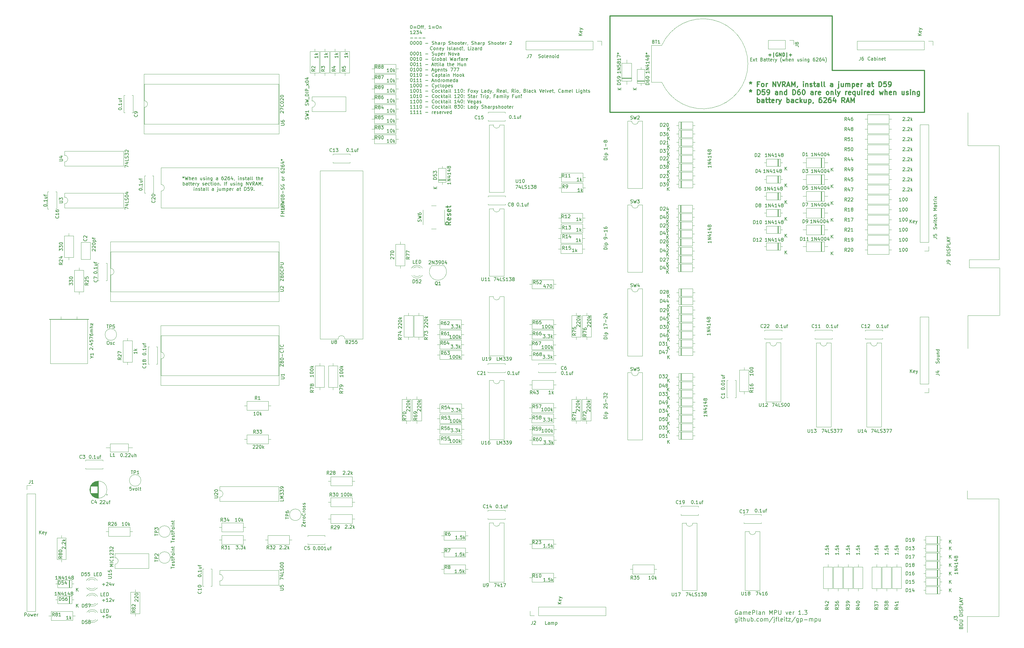
<source format=gto>
G04 #@! TF.GenerationSoftware,KiCad,Pcbnew,6.0.4-6f826c9f35~116~ubuntu20.04.1*
G04 #@! TF.CreationDate,2022-04-04T17:11:25-04:00*
G04 #@! TF.ProjectId,gp-mpu,67702d6d-7075-42e6-9b69-6361645f7063,rev?*
G04 #@! TF.SameCoordinates,Original*
G04 #@! TF.FileFunction,Legend,Top*
G04 #@! TF.FilePolarity,Positive*
%FSLAX46Y46*%
G04 Gerber Fmt 4.6, Leading zero omitted, Abs format (unit mm)*
G04 Created by KiCad (PCBNEW 6.0.4-6f826c9f35~116~ubuntu20.04.1) date 2022-04-04 17:11:25*
%MOMM*%
%LPD*%
G01*
G04 APERTURE LIST*
%ADD10C,0.304800*%
%ADD11C,0.150000*%
%ADD12C,0.177800*%
%ADD13C,0.250000*%
%ADD14C,0.300000*%
%ADD15C,0.254000*%
%ADD16C,0.120000*%
G04 APERTURE END LIST*
D10*
X279400000Y-19050000D02*
X251460000Y-19050000D01*
X251460000Y-19050000D02*
X251460000Y-2540000D01*
X279400000Y-31750000D02*
X279400000Y-19050000D01*
X184150000Y-2540000D02*
X184150000Y-31750000D01*
X251460000Y-2540000D02*
X184150000Y-2540000D01*
X184150000Y-31750000D02*
X279400000Y-31750000D01*
D11*
X30461104Y-184475428D02*
X31223009Y-184475428D01*
X30842057Y-184856380D02*
X30842057Y-184094476D01*
X32175390Y-183856380D02*
X31699200Y-183856380D01*
X31651580Y-184332571D01*
X31699200Y-184284952D01*
X31794438Y-184237333D01*
X32032533Y-184237333D01*
X32127771Y-184284952D01*
X32175390Y-184332571D01*
X32223009Y-184427809D01*
X32223009Y-184665904D01*
X32175390Y-184761142D01*
X32127771Y-184808761D01*
X32032533Y-184856380D01*
X31794438Y-184856380D01*
X31699200Y-184808761D01*
X31651580Y-184761142D01*
X32556342Y-184189714D02*
X32794438Y-184856380D01*
X33032533Y-184189714D01*
X11374571Y-159456380D02*
X11374571Y-158456380D01*
X11946000Y-159456380D02*
X11517428Y-158884952D01*
X11946000Y-158456380D02*
X11374571Y-159027809D01*
X12755523Y-159408761D02*
X12660285Y-159456380D01*
X12469809Y-159456380D01*
X12374571Y-159408761D01*
X12326952Y-159313523D01*
X12326952Y-158932571D01*
X12374571Y-158837333D01*
X12469809Y-158789714D01*
X12660285Y-158789714D01*
X12755523Y-158837333D01*
X12803142Y-158932571D01*
X12803142Y-159027809D01*
X12326952Y-159123047D01*
X13136476Y-158789714D02*
X13374571Y-159456380D01*
X13612666Y-158789714D02*
X13374571Y-159456380D01*
X13279333Y-159694476D01*
X13231714Y-159742095D01*
X13136476Y-159789714D01*
D12*
X222825189Y-182695850D02*
X222704236Y-182635373D01*
X222522808Y-182635373D01*
X222341379Y-182695850D01*
X222220427Y-182816802D01*
X222159950Y-182937754D01*
X222099474Y-183179659D01*
X222099474Y-183361088D01*
X222159950Y-183602992D01*
X222220427Y-183723945D01*
X222341379Y-183844897D01*
X222522808Y-183905373D01*
X222643760Y-183905373D01*
X222825189Y-183844897D01*
X222885665Y-183784421D01*
X222885665Y-183361088D01*
X222643760Y-183361088D01*
X223974236Y-183905373D02*
X223974236Y-183240135D01*
X223913760Y-183119183D01*
X223792808Y-183058707D01*
X223550903Y-183058707D01*
X223429950Y-183119183D01*
X223974236Y-183844897D02*
X223853284Y-183905373D01*
X223550903Y-183905373D01*
X223429950Y-183844897D01*
X223369474Y-183723945D01*
X223369474Y-183602992D01*
X223429950Y-183482040D01*
X223550903Y-183421564D01*
X223853284Y-183421564D01*
X223974236Y-183361088D01*
X224578998Y-183905373D02*
X224578998Y-183058707D01*
X224578998Y-183179659D02*
X224639474Y-183119183D01*
X224760427Y-183058707D01*
X224941855Y-183058707D01*
X225062808Y-183119183D01*
X225123284Y-183240135D01*
X225123284Y-183905373D01*
X225123284Y-183240135D02*
X225183760Y-183119183D01*
X225304712Y-183058707D01*
X225486141Y-183058707D01*
X225607093Y-183119183D01*
X225667570Y-183240135D01*
X225667570Y-183905373D01*
X226756141Y-183844897D02*
X226635189Y-183905373D01*
X226393284Y-183905373D01*
X226272331Y-183844897D01*
X226211855Y-183723945D01*
X226211855Y-183240135D01*
X226272331Y-183119183D01*
X226393284Y-183058707D01*
X226635189Y-183058707D01*
X226756141Y-183119183D01*
X226816617Y-183240135D01*
X226816617Y-183361088D01*
X226211855Y-183482040D01*
X227360903Y-183905373D02*
X227360903Y-182635373D01*
X227844712Y-182635373D01*
X227965665Y-182695850D01*
X228026141Y-182756326D01*
X228086617Y-182877278D01*
X228086617Y-183058707D01*
X228026141Y-183179659D01*
X227965665Y-183240135D01*
X227844712Y-183300611D01*
X227360903Y-183300611D01*
X228812331Y-183905373D02*
X228691379Y-183844897D01*
X228630903Y-183723945D01*
X228630903Y-182635373D01*
X229840427Y-183905373D02*
X229840427Y-183240135D01*
X229779950Y-183119183D01*
X229658998Y-183058707D01*
X229417093Y-183058707D01*
X229296141Y-183119183D01*
X229840427Y-183844897D02*
X229719474Y-183905373D01*
X229417093Y-183905373D01*
X229296141Y-183844897D01*
X229235665Y-183723945D01*
X229235665Y-183602992D01*
X229296141Y-183482040D01*
X229417093Y-183421564D01*
X229719474Y-183421564D01*
X229840427Y-183361088D01*
X230445189Y-183058707D02*
X230445189Y-183905373D01*
X230445189Y-183179659D02*
X230505665Y-183119183D01*
X230626617Y-183058707D01*
X230808046Y-183058707D01*
X230928998Y-183119183D01*
X230989474Y-183240135D01*
X230989474Y-183905373D01*
X232561855Y-183905373D02*
X232561855Y-182635373D01*
X232985189Y-183542516D01*
X233408522Y-182635373D01*
X233408522Y-183905373D01*
X234013284Y-183905373D02*
X234013284Y-182635373D01*
X234497093Y-182635373D01*
X234618046Y-182695850D01*
X234678522Y-182756326D01*
X234738998Y-182877278D01*
X234738998Y-183058707D01*
X234678522Y-183179659D01*
X234618046Y-183240135D01*
X234497093Y-183300611D01*
X234013284Y-183300611D01*
X235283284Y-182635373D02*
X235283284Y-183663469D01*
X235343760Y-183784421D01*
X235404236Y-183844897D01*
X235525189Y-183905373D01*
X235767093Y-183905373D01*
X235888046Y-183844897D01*
X235948522Y-183784421D01*
X236008998Y-183663469D01*
X236008998Y-182635373D01*
X237460427Y-183058707D02*
X237762808Y-183905373D01*
X238065189Y-183058707D01*
X239032808Y-183844897D02*
X238911855Y-183905373D01*
X238669950Y-183905373D01*
X238548998Y-183844897D01*
X238488522Y-183723945D01*
X238488522Y-183240135D01*
X238548998Y-183119183D01*
X238669950Y-183058707D01*
X238911855Y-183058707D01*
X239032808Y-183119183D01*
X239093284Y-183240135D01*
X239093284Y-183361088D01*
X238488522Y-183482040D01*
X239637570Y-183905373D02*
X239637570Y-183058707D01*
X239637570Y-183300611D02*
X239698046Y-183179659D01*
X239758522Y-183119183D01*
X239879474Y-183058707D01*
X240000427Y-183058707D01*
X242056617Y-183905373D02*
X241330903Y-183905373D01*
X241693760Y-183905373D02*
X241693760Y-182635373D01*
X241572808Y-182816802D01*
X241451855Y-182937754D01*
X241330903Y-182998230D01*
X242600903Y-183784421D02*
X242661379Y-183844897D01*
X242600903Y-183905373D01*
X242540427Y-183844897D01*
X242600903Y-183784421D01*
X242600903Y-183905373D01*
X243084712Y-182635373D02*
X243870903Y-182635373D01*
X243447570Y-183119183D01*
X243628998Y-183119183D01*
X243749950Y-183179659D01*
X243810427Y-183240135D01*
X243870903Y-183361088D01*
X243870903Y-183663469D01*
X243810427Y-183784421D01*
X243749950Y-183844897D01*
X243628998Y-183905373D01*
X243266141Y-183905373D01*
X243145189Y-183844897D01*
X243084712Y-183784421D01*
X222704236Y-185103407D02*
X222704236Y-186131502D01*
X222643760Y-186252454D01*
X222583284Y-186312930D01*
X222462331Y-186373407D01*
X222280903Y-186373407D01*
X222159950Y-186312930D01*
X222704236Y-185889597D02*
X222583284Y-185950073D01*
X222341379Y-185950073D01*
X222220427Y-185889597D01*
X222159950Y-185829121D01*
X222099474Y-185708169D01*
X222099474Y-185345311D01*
X222159950Y-185224359D01*
X222220427Y-185163883D01*
X222341379Y-185103407D01*
X222583284Y-185103407D01*
X222704236Y-185163883D01*
X223308998Y-185950073D02*
X223308998Y-185103407D01*
X223308998Y-184680073D02*
X223248522Y-184740550D01*
X223308998Y-184801026D01*
X223369474Y-184740550D01*
X223308998Y-184680073D01*
X223308998Y-184801026D01*
X223732331Y-185103407D02*
X224216141Y-185103407D01*
X223913760Y-184680073D02*
X223913760Y-185768645D01*
X223974236Y-185889597D01*
X224095189Y-185950073D01*
X224216141Y-185950073D01*
X224639474Y-185950073D02*
X224639474Y-184680073D01*
X225183760Y-185950073D02*
X225183760Y-185284835D01*
X225123284Y-185163883D01*
X225002331Y-185103407D01*
X224820903Y-185103407D01*
X224699950Y-185163883D01*
X224639474Y-185224359D01*
X226332808Y-185103407D02*
X226332808Y-185950073D01*
X225788522Y-185103407D02*
X225788522Y-185768645D01*
X225848998Y-185889597D01*
X225969950Y-185950073D01*
X226151379Y-185950073D01*
X226272331Y-185889597D01*
X226332808Y-185829121D01*
X226937570Y-185950073D02*
X226937570Y-184680073D01*
X226937570Y-185163883D02*
X227058522Y-185103407D01*
X227300427Y-185103407D01*
X227421379Y-185163883D01*
X227481855Y-185224359D01*
X227542331Y-185345311D01*
X227542331Y-185708169D01*
X227481855Y-185829121D01*
X227421379Y-185889597D01*
X227300427Y-185950073D01*
X227058522Y-185950073D01*
X226937570Y-185889597D01*
X228086617Y-185829121D02*
X228147093Y-185889597D01*
X228086617Y-185950073D01*
X228026141Y-185889597D01*
X228086617Y-185829121D01*
X228086617Y-185950073D01*
X229235665Y-185889597D02*
X229114712Y-185950073D01*
X228872808Y-185950073D01*
X228751855Y-185889597D01*
X228691379Y-185829121D01*
X228630903Y-185708169D01*
X228630903Y-185345311D01*
X228691379Y-185224359D01*
X228751855Y-185163883D01*
X228872808Y-185103407D01*
X229114712Y-185103407D01*
X229235665Y-185163883D01*
X229961379Y-185950073D02*
X229840427Y-185889597D01*
X229779950Y-185829121D01*
X229719474Y-185708169D01*
X229719474Y-185345311D01*
X229779950Y-185224359D01*
X229840427Y-185163883D01*
X229961379Y-185103407D01*
X230142808Y-185103407D01*
X230263760Y-185163883D01*
X230324236Y-185224359D01*
X230384712Y-185345311D01*
X230384712Y-185708169D01*
X230324236Y-185829121D01*
X230263760Y-185889597D01*
X230142808Y-185950073D01*
X229961379Y-185950073D01*
X230928998Y-185950073D02*
X230928998Y-185103407D01*
X230928998Y-185224359D02*
X230989474Y-185163883D01*
X231110427Y-185103407D01*
X231291855Y-185103407D01*
X231412808Y-185163883D01*
X231473284Y-185284835D01*
X231473284Y-185950073D01*
X231473284Y-185284835D02*
X231533760Y-185163883D01*
X231654712Y-185103407D01*
X231836141Y-185103407D01*
X231957093Y-185163883D01*
X232017570Y-185284835D01*
X232017570Y-185950073D01*
X233529474Y-184619597D02*
X232440903Y-186252454D01*
X233952808Y-185103407D02*
X233952808Y-186191978D01*
X233892331Y-186312930D01*
X233771379Y-186373407D01*
X233710903Y-186373407D01*
X233952808Y-184680073D02*
X233892331Y-184740550D01*
X233952808Y-184801026D01*
X234013284Y-184740550D01*
X233952808Y-184680073D01*
X233952808Y-184801026D01*
X234376141Y-185103407D02*
X234859950Y-185103407D01*
X234557570Y-185950073D02*
X234557570Y-184861502D01*
X234618046Y-184740550D01*
X234738998Y-184680073D01*
X234859950Y-184680073D01*
X235464712Y-185950073D02*
X235343760Y-185889597D01*
X235283284Y-185768645D01*
X235283284Y-184680073D01*
X236432331Y-185889597D02*
X236311379Y-185950073D01*
X236069474Y-185950073D01*
X235948522Y-185889597D01*
X235888046Y-185768645D01*
X235888046Y-185284835D01*
X235948522Y-185163883D01*
X236069474Y-185103407D01*
X236311379Y-185103407D01*
X236432331Y-185163883D01*
X236492808Y-185284835D01*
X236492808Y-185405788D01*
X235888046Y-185526740D01*
X237037093Y-185950073D02*
X237037093Y-185103407D01*
X237037093Y-184680073D02*
X236976617Y-184740550D01*
X237037093Y-184801026D01*
X237097570Y-184740550D01*
X237037093Y-184680073D01*
X237037093Y-184801026D01*
X237460427Y-185103407D02*
X237944236Y-185103407D01*
X237641855Y-184680073D02*
X237641855Y-185768645D01*
X237702331Y-185889597D01*
X237823284Y-185950073D01*
X237944236Y-185950073D01*
X238246617Y-185103407D02*
X238911855Y-185103407D01*
X238246617Y-185950073D01*
X238911855Y-185950073D01*
X240302808Y-184619597D02*
X239214236Y-186252454D01*
X241270427Y-185103407D02*
X241270427Y-186131502D01*
X241209950Y-186252454D01*
X241149474Y-186312930D01*
X241028522Y-186373407D01*
X240847093Y-186373407D01*
X240726141Y-186312930D01*
X241270427Y-185889597D02*
X241149474Y-185950073D01*
X240907570Y-185950073D01*
X240786617Y-185889597D01*
X240726141Y-185829121D01*
X240665665Y-185708169D01*
X240665665Y-185345311D01*
X240726141Y-185224359D01*
X240786617Y-185163883D01*
X240907570Y-185103407D01*
X241149474Y-185103407D01*
X241270427Y-185163883D01*
X241875189Y-185103407D02*
X241875189Y-186373407D01*
X241875189Y-185163883D02*
X241996141Y-185103407D01*
X242238046Y-185103407D01*
X242358998Y-185163883D01*
X242419474Y-185224359D01*
X242479950Y-185345311D01*
X242479950Y-185708169D01*
X242419474Y-185829121D01*
X242358998Y-185889597D01*
X242238046Y-185950073D01*
X241996141Y-185950073D01*
X241875189Y-185889597D01*
X243024236Y-185466264D02*
X243991855Y-185466264D01*
X244596617Y-185950073D02*
X244596617Y-185103407D01*
X244596617Y-185224359D02*
X244657093Y-185163883D01*
X244778046Y-185103407D01*
X244959474Y-185103407D01*
X245080427Y-185163883D01*
X245140903Y-185284835D01*
X245140903Y-185950073D01*
X245140903Y-185284835D02*
X245201379Y-185163883D01*
X245322331Y-185103407D01*
X245503760Y-185103407D01*
X245624712Y-185163883D01*
X245685189Y-185284835D01*
X245685189Y-185950073D01*
X246289950Y-185103407D02*
X246289950Y-186373407D01*
X246289950Y-185163883D02*
X246410903Y-185103407D01*
X246652808Y-185103407D01*
X246773760Y-185163883D01*
X246834236Y-185224359D01*
X246894712Y-185345311D01*
X246894712Y-185708169D01*
X246834236Y-185829121D01*
X246773760Y-185889597D01*
X246652808Y-185950073D01*
X246410903Y-185950073D01*
X246289950Y-185889597D01*
X247983284Y-185103407D02*
X247983284Y-185950073D01*
X247438998Y-185103407D02*
X247438998Y-185768645D01*
X247499474Y-185889597D01*
X247620427Y-185950073D01*
X247801855Y-185950073D01*
X247922808Y-185889597D01*
X247983284Y-185829121D01*
D11*
X275026571Y-65222380D02*
X275026571Y-64222380D01*
X275598000Y-65222380D02*
X275169428Y-64650952D01*
X275598000Y-64222380D02*
X275026571Y-64793809D01*
X276407523Y-65174761D02*
X276312285Y-65222380D01*
X276121809Y-65222380D01*
X276026571Y-65174761D01*
X275978952Y-65079523D01*
X275978952Y-64698571D01*
X276026571Y-64603333D01*
X276121809Y-64555714D01*
X276312285Y-64555714D01*
X276407523Y-64603333D01*
X276455142Y-64698571D01*
X276455142Y-64793809D01*
X275978952Y-64889047D01*
X276788476Y-64555714D02*
X277026571Y-65222380D01*
X277264666Y-64555714D02*
X277026571Y-65222380D01*
X276931333Y-65460476D01*
X276883714Y-65508095D01*
X276788476Y-65555714D01*
X123970071Y-5368380D02*
X124065309Y-5368380D01*
X124160547Y-5416000D01*
X124208166Y-5463619D01*
X124255785Y-5558857D01*
X124303404Y-5749333D01*
X124303404Y-5987428D01*
X124255785Y-6177904D01*
X124208166Y-6273142D01*
X124160547Y-6320761D01*
X124065309Y-6368380D01*
X123970071Y-6368380D01*
X123874833Y-6320761D01*
X123827214Y-6273142D01*
X123779595Y-6177904D01*
X123731976Y-5987428D01*
X123731976Y-5749333D01*
X123779595Y-5558857D01*
X123827214Y-5463619D01*
X123874833Y-5416000D01*
X123970071Y-5368380D01*
X124731976Y-5844571D02*
X125493880Y-5844571D01*
X125493880Y-6130285D02*
X124731976Y-6130285D01*
X126160547Y-5368380D02*
X126351023Y-5368380D01*
X126446261Y-5416000D01*
X126541500Y-5511238D01*
X126589119Y-5701714D01*
X126589119Y-6035047D01*
X126541500Y-6225523D01*
X126446261Y-6320761D01*
X126351023Y-6368380D01*
X126160547Y-6368380D01*
X126065309Y-6320761D01*
X125970071Y-6225523D01*
X125922452Y-6035047D01*
X125922452Y-5701714D01*
X125970071Y-5511238D01*
X126065309Y-5416000D01*
X126160547Y-5368380D01*
X126874833Y-5701714D02*
X127255785Y-5701714D01*
X127017690Y-6368380D02*
X127017690Y-5511238D01*
X127065309Y-5416000D01*
X127160547Y-5368380D01*
X127255785Y-5368380D01*
X127446261Y-5701714D02*
X127827214Y-5701714D01*
X127589119Y-6368380D02*
X127589119Y-5511238D01*
X127636738Y-5416000D01*
X127731976Y-5368380D01*
X127827214Y-5368380D01*
X128208166Y-6320761D02*
X128208166Y-6368380D01*
X128160547Y-6463619D01*
X128112928Y-6511238D01*
X129922452Y-6368380D02*
X129351023Y-6368380D01*
X129636738Y-6368380D02*
X129636738Y-5368380D01*
X129541500Y-5511238D01*
X129446261Y-5606476D01*
X129351023Y-5654095D01*
X130351023Y-5844571D02*
X131112928Y-5844571D01*
X131112928Y-6130285D02*
X130351023Y-6130285D01*
X131779595Y-5368380D02*
X131970071Y-5368380D01*
X132065309Y-5416000D01*
X132160547Y-5511238D01*
X132208166Y-5701714D01*
X132208166Y-6035047D01*
X132160547Y-6225523D01*
X132065309Y-6320761D01*
X131970071Y-6368380D01*
X131779595Y-6368380D01*
X131684357Y-6320761D01*
X131589119Y-6225523D01*
X131541500Y-6035047D01*
X131541500Y-5701714D01*
X131589119Y-5511238D01*
X131684357Y-5416000D01*
X131779595Y-5368380D01*
X132636738Y-5701714D02*
X132636738Y-6368380D01*
X132636738Y-5796952D02*
X132684357Y-5749333D01*
X132779595Y-5701714D01*
X132922452Y-5701714D01*
X133017690Y-5749333D01*
X133065309Y-5844571D01*
X133065309Y-6368380D01*
X124303404Y-7978380D02*
X123731976Y-7978380D01*
X124017690Y-7978380D02*
X124017690Y-6978380D01*
X123922452Y-7121238D01*
X123827214Y-7216476D01*
X123731976Y-7264095D01*
X124684357Y-7073619D02*
X124731976Y-7026000D01*
X124827214Y-6978380D01*
X125065309Y-6978380D01*
X125160547Y-7026000D01*
X125208166Y-7073619D01*
X125255785Y-7168857D01*
X125255785Y-7264095D01*
X125208166Y-7406952D01*
X124636738Y-7978380D01*
X125255785Y-7978380D01*
X125589119Y-6978380D02*
X126208166Y-6978380D01*
X125874833Y-7359333D01*
X126017690Y-7359333D01*
X126112928Y-7406952D01*
X126160547Y-7454571D01*
X126208166Y-7549809D01*
X126208166Y-7787904D01*
X126160547Y-7883142D01*
X126112928Y-7930761D01*
X126017690Y-7978380D01*
X125731976Y-7978380D01*
X125636738Y-7930761D01*
X125589119Y-7883142D01*
X127065309Y-7311714D02*
X127065309Y-7978380D01*
X126827214Y-6930761D02*
X126589119Y-7645047D01*
X127208166Y-7645047D01*
X123779595Y-9207428D02*
X124541500Y-9207428D01*
X125017690Y-9207428D02*
X125779595Y-9207428D01*
X126255785Y-9207428D02*
X127017690Y-9207428D01*
X127493880Y-9207428D02*
X128255785Y-9207428D01*
X123970071Y-10198380D02*
X124065309Y-10198380D01*
X124160547Y-10246000D01*
X124208166Y-10293619D01*
X124255785Y-10388857D01*
X124303404Y-10579333D01*
X124303404Y-10817428D01*
X124255785Y-11007904D01*
X124208166Y-11103142D01*
X124160547Y-11150761D01*
X124065309Y-11198380D01*
X123970071Y-11198380D01*
X123874833Y-11150761D01*
X123827214Y-11103142D01*
X123779595Y-11007904D01*
X123731976Y-10817428D01*
X123731976Y-10579333D01*
X123779595Y-10388857D01*
X123827214Y-10293619D01*
X123874833Y-10246000D01*
X123970071Y-10198380D01*
X124922452Y-10198380D02*
X125017690Y-10198380D01*
X125112928Y-10246000D01*
X125160547Y-10293619D01*
X125208166Y-10388857D01*
X125255785Y-10579333D01*
X125255785Y-10817428D01*
X125208166Y-11007904D01*
X125160547Y-11103142D01*
X125112928Y-11150761D01*
X125017690Y-11198380D01*
X124922452Y-11198380D01*
X124827214Y-11150761D01*
X124779595Y-11103142D01*
X124731976Y-11007904D01*
X124684357Y-10817428D01*
X124684357Y-10579333D01*
X124731976Y-10388857D01*
X124779595Y-10293619D01*
X124827214Y-10246000D01*
X124922452Y-10198380D01*
X125874833Y-10198380D02*
X125970071Y-10198380D01*
X126065309Y-10246000D01*
X126112928Y-10293619D01*
X126160547Y-10388857D01*
X126208166Y-10579333D01*
X126208166Y-10817428D01*
X126160547Y-11007904D01*
X126112928Y-11103142D01*
X126065309Y-11150761D01*
X125970071Y-11198380D01*
X125874833Y-11198380D01*
X125779595Y-11150761D01*
X125731976Y-11103142D01*
X125684357Y-11007904D01*
X125636738Y-10817428D01*
X125636738Y-10579333D01*
X125684357Y-10388857D01*
X125731976Y-10293619D01*
X125779595Y-10246000D01*
X125874833Y-10198380D01*
X126827214Y-10198380D02*
X126922452Y-10198380D01*
X127017690Y-10246000D01*
X127065309Y-10293619D01*
X127112928Y-10388857D01*
X127160547Y-10579333D01*
X127160547Y-10817428D01*
X127112928Y-11007904D01*
X127065309Y-11103142D01*
X127017690Y-11150761D01*
X126922452Y-11198380D01*
X126827214Y-11198380D01*
X126731976Y-11150761D01*
X126684357Y-11103142D01*
X126636738Y-11007904D01*
X126589119Y-10817428D01*
X126589119Y-10579333D01*
X126636738Y-10388857D01*
X126684357Y-10293619D01*
X126731976Y-10246000D01*
X126827214Y-10198380D01*
X128351023Y-10817428D02*
X129112928Y-10817428D01*
X130303404Y-11150761D02*
X130446261Y-11198380D01*
X130684357Y-11198380D01*
X130779595Y-11150761D01*
X130827214Y-11103142D01*
X130874833Y-11007904D01*
X130874833Y-10912666D01*
X130827214Y-10817428D01*
X130779595Y-10769809D01*
X130684357Y-10722190D01*
X130493880Y-10674571D01*
X130398642Y-10626952D01*
X130351023Y-10579333D01*
X130303404Y-10484095D01*
X130303404Y-10388857D01*
X130351023Y-10293619D01*
X130398642Y-10246000D01*
X130493880Y-10198380D01*
X130731976Y-10198380D01*
X130874833Y-10246000D01*
X131303404Y-11198380D02*
X131303404Y-10198380D01*
X131731976Y-11198380D02*
X131731976Y-10674571D01*
X131684357Y-10579333D01*
X131589119Y-10531714D01*
X131446261Y-10531714D01*
X131351023Y-10579333D01*
X131303404Y-10626952D01*
X132636738Y-11198380D02*
X132636738Y-10674571D01*
X132589119Y-10579333D01*
X132493880Y-10531714D01*
X132303404Y-10531714D01*
X132208166Y-10579333D01*
X132636738Y-11150761D02*
X132541500Y-11198380D01*
X132303404Y-11198380D01*
X132208166Y-11150761D01*
X132160547Y-11055523D01*
X132160547Y-10960285D01*
X132208166Y-10865047D01*
X132303404Y-10817428D01*
X132541500Y-10817428D01*
X132636738Y-10769809D01*
X133112928Y-11198380D02*
X133112928Y-10531714D01*
X133112928Y-10722190D02*
X133160547Y-10626952D01*
X133208166Y-10579333D01*
X133303404Y-10531714D01*
X133398642Y-10531714D01*
X133731976Y-10531714D02*
X133731976Y-11531714D01*
X133731976Y-10579333D02*
X133827214Y-10531714D01*
X134017690Y-10531714D01*
X134112928Y-10579333D01*
X134160547Y-10626952D01*
X134208166Y-10722190D01*
X134208166Y-11007904D01*
X134160547Y-11103142D01*
X134112928Y-11150761D01*
X134017690Y-11198380D01*
X133827214Y-11198380D01*
X133731976Y-11150761D01*
X135351023Y-11150761D02*
X135493880Y-11198380D01*
X135731976Y-11198380D01*
X135827214Y-11150761D01*
X135874833Y-11103142D01*
X135922452Y-11007904D01*
X135922452Y-10912666D01*
X135874833Y-10817428D01*
X135827214Y-10769809D01*
X135731976Y-10722190D01*
X135541500Y-10674571D01*
X135446261Y-10626952D01*
X135398642Y-10579333D01*
X135351023Y-10484095D01*
X135351023Y-10388857D01*
X135398642Y-10293619D01*
X135446261Y-10246000D01*
X135541500Y-10198380D01*
X135779595Y-10198380D01*
X135922452Y-10246000D01*
X136351023Y-11198380D02*
X136351023Y-10198380D01*
X136779595Y-11198380D02*
X136779595Y-10674571D01*
X136731976Y-10579333D01*
X136636738Y-10531714D01*
X136493880Y-10531714D01*
X136398642Y-10579333D01*
X136351023Y-10626952D01*
X137398642Y-11198380D02*
X137303404Y-11150761D01*
X137255785Y-11103142D01*
X137208166Y-11007904D01*
X137208166Y-10722190D01*
X137255785Y-10626952D01*
X137303404Y-10579333D01*
X137398642Y-10531714D01*
X137541500Y-10531714D01*
X137636738Y-10579333D01*
X137684357Y-10626952D01*
X137731976Y-10722190D01*
X137731976Y-11007904D01*
X137684357Y-11103142D01*
X137636738Y-11150761D01*
X137541500Y-11198380D01*
X137398642Y-11198380D01*
X138303404Y-11198380D02*
X138208166Y-11150761D01*
X138160547Y-11103142D01*
X138112928Y-11007904D01*
X138112928Y-10722190D01*
X138160547Y-10626952D01*
X138208166Y-10579333D01*
X138303404Y-10531714D01*
X138446261Y-10531714D01*
X138541500Y-10579333D01*
X138589119Y-10626952D01*
X138636738Y-10722190D01*
X138636738Y-11007904D01*
X138589119Y-11103142D01*
X138541500Y-11150761D01*
X138446261Y-11198380D01*
X138303404Y-11198380D01*
X138922452Y-10531714D02*
X139303404Y-10531714D01*
X139065309Y-10198380D02*
X139065309Y-11055523D01*
X139112928Y-11150761D01*
X139208166Y-11198380D01*
X139303404Y-11198380D01*
X140017690Y-11150761D02*
X139922452Y-11198380D01*
X139731976Y-11198380D01*
X139636738Y-11150761D01*
X139589119Y-11055523D01*
X139589119Y-10674571D01*
X139636738Y-10579333D01*
X139731976Y-10531714D01*
X139922452Y-10531714D01*
X140017690Y-10579333D01*
X140065309Y-10674571D01*
X140065309Y-10769809D01*
X139589119Y-10865047D01*
X140493880Y-11198380D02*
X140493880Y-10531714D01*
X140493880Y-10722190D02*
X140541500Y-10626952D01*
X140589119Y-10579333D01*
X140684357Y-10531714D01*
X140779595Y-10531714D01*
X141160547Y-11150761D02*
X141160547Y-11198380D01*
X141112928Y-11293619D01*
X141065309Y-11341238D01*
X142303404Y-11150761D02*
X142446261Y-11198380D01*
X142684357Y-11198380D01*
X142779595Y-11150761D01*
X142827214Y-11103142D01*
X142874833Y-11007904D01*
X142874833Y-10912666D01*
X142827214Y-10817428D01*
X142779595Y-10769809D01*
X142684357Y-10722190D01*
X142493880Y-10674571D01*
X142398642Y-10626952D01*
X142351023Y-10579333D01*
X142303404Y-10484095D01*
X142303404Y-10388857D01*
X142351023Y-10293619D01*
X142398642Y-10246000D01*
X142493880Y-10198380D01*
X142731976Y-10198380D01*
X142874833Y-10246000D01*
X143303404Y-11198380D02*
X143303404Y-10198380D01*
X143731976Y-11198380D02*
X143731976Y-10674571D01*
X143684357Y-10579333D01*
X143589119Y-10531714D01*
X143446261Y-10531714D01*
X143351023Y-10579333D01*
X143303404Y-10626952D01*
X144636738Y-11198380D02*
X144636738Y-10674571D01*
X144589119Y-10579333D01*
X144493880Y-10531714D01*
X144303404Y-10531714D01*
X144208166Y-10579333D01*
X144636738Y-11150761D02*
X144541500Y-11198380D01*
X144303404Y-11198380D01*
X144208166Y-11150761D01*
X144160547Y-11055523D01*
X144160547Y-10960285D01*
X144208166Y-10865047D01*
X144303404Y-10817428D01*
X144541500Y-10817428D01*
X144636738Y-10769809D01*
X145112928Y-11198380D02*
X145112928Y-10531714D01*
X145112928Y-10722190D02*
X145160547Y-10626952D01*
X145208166Y-10579333D01*
X145303404Y-10531714D01*
X145398642Y-10531714D01*
X145731976Y-10531714D02*
X145731976Y-11531714D01*
X145731976Y-10579333D02*
X145827214Y-10531714D01*
X146017690Y-10531714D01*
X146112928Y-10579333D01*
X146160547Y-10626952D01*
X146208166Y-10722190D01*
X146208166Y-11007904D01*
X146160547Y-11103142D01*
X146112928Y-11150761D01*
X146017690Y-11198380D01*
X145827214Y-11198380D01*
X145731976Y-11150761D01*
X147351023Y-11150761D02*
X147493880Y-11198380D01*
X147731976Y-11198380D01*
X147827214Y-11150761D01*
X147874833Y-11103142D01*
X147922452Y-11007904D01*
X147922452Y-10912666D01*
X147874833Y-10817428D01*
X147827214Y-10769809D01*
X147731976Y-10722190D01*
X147541500Y-10674571D01*
X147446261Y-10626952D01*
X147398642Y-10579333D01*
X147351023Y-10484095D01*
X147351023Y-10388857D01*
X147398642Y-10293619D01*
X147446261Y-10246000D01*
X147541500Y-10198380D01*
X147779595Y-10198380D01*
X147922452Y-10246000D01*
X148351023Y-11198380D02*
X148351023Y-10198380D01*
X148779595Y-11198380D02*
X148779595Y-10674571D01*
X148731976Y-10579333D01*
X148636738Y-10531714D01*
X148493880Y-10531714D01*
X148398642Y-10579333D01*
X148351023Y-10626952D01*
X149398642Y-11198380D02*
X149303404Y-11150761D01*
X149255785Y-11103142D01*
X149208166Y-11007904D01*
X149208166Y-10722190D01*
X149255785Y-10626952D01*
X149303404Y-10579333D01*
X149398642Y-10531714D01*
X149541500Y-10531714D01*
X149636738Y-10579333D01*
X149684357Y-10626952D01*
X149731976Y-10722190D01*
X149731976Y-11007904D01*
X149684357Y-11103142D01*
X149636738Y-11150761D01*
X149541500Y-11198380D01*
X149398642Y-11198380D01*
X150303404Y-11198380D02*
X150208166Y-11150761D01*
X150160547Y-11103142D01*
X150112928Y-11007904D01*
X150112928Y-10722190D01*
X150160547Y-10626952D01*
X150208166Y-10579333D01*
X150303404Y-10531714D01*
X150446261Y-10531714D01*
X150541500Y-10579333D01*
X150589119Y-10626952D01*
X150636738Y-10722190D01*
X150636738Y-11007904D01*
X150589119Y-11103142D01*
X150541500Y-11150761D01*
X150446261Y-11198380D01*
X150303404Y-11198380D01*
X150922452Y-10531714D02*
X151303404Y-10531714D01*
X151065309Y-10198380D02*
X151065309Y-11055523D01*
X151112928Y-11150761D01*
X151208166Y-11198380D01*
X151303404Y-11198380D01*
X152017690Y-11150761D02*
X151922452Y-11198380D01*
X151731976Y-11198380D01*
X151636738Y-11150761D01*
X151589119Y-11055523D01*
X151589119Y-10674571D01*
X151636738Y-10579333D01*
X151731976Y-10531714D01*
X151922452Y-10531714D01*
X152017690Y-10579333D01*
X152065309Y-10674571D01*
X152065309Y-10769809D01*
X151589119Y-10865047D01*
X152493880Y-11198380D02*
X152493880Y-10531714D01*
X152493880Y-10722190D02*
X152541500Y-10626952D01*
X152589119Y-10579333D01*
X152684357Y-10531714D01*
X152779595Y-10531714D01*
X153827214Y-10293619D02*
X153874833Y-10246000D01*
X153970071Y-10198380D01*
X154208166Y-10198380D01*
X154303404Y-10246000D01*
X154351023Y-10293619D01*
X154398642Y-10388857D01*
X154398642Y-10484095D01*
X154351023Y-10626952D01*
X153779595Y-11198380D01*
X154398642Y-11198380D01*
X130398642Y-12713142D02*
X130351023Y-12760761D01*
X130208166Y-12808380D01*
X130112928Y-12808380D01*
X129970071Y-12760761D01*
X129874833Y-12665523D01*
X129827214Y-12570285D01*
X129779595Y-12379809D01*
X129779595Y-12236952D01*
X129827214Y-12046476D01*
X129874833Y-11951238D01*
X129970071Y-11856000D01*
X130112928Y-11808380D01*
X130208166Y-11808380D01*
X130351023Y-11856000D01*
X130398642Y-11903619D01*
X130970071Y-12808380D02*
X130874833Y-12760761D01*
X130827214Y-12713142D01*
X130779595Y-12617904D01*
X130779595Y-12332190D01*
X130827214Y-12236952D01*
X130874833Y-12189333D01*
X130970071Y-12141714D01*
X131112928Y-12141714D01*
X131208166Y-12189333D01*
X131255785Y-12236952D01*
X131303404Y-12332190D01*
X131303404Y-12617904D01*
X131255785Y-12713142D01*
X131208166Y-12760761D01*
X131112928Y-12808380D01*
X130970071Y-12808380D01*
X131731976Y-12141714D02*
X131731976Y-12808380D01*
X131731976Y-12236952D02*
X131779595Y-12189333D01*
X131874833Y-12141714D01*
X132017690Y-12141714D01*
X132112928Y-12189333D01*
X132160547Y-12284571D01*
X132160547Y-12808380D01*
X133017690Y-12760761D02*
X132922452Y-12808380D01*
X132731976Y-12808380D01*
X132636738Y-12760761D01*
X132589119Y-12665523D01*
X132589119Y-12284571D01*
X132636738Y-12189333D01*
X132731976Y-12141714D01*
X132922452Y-12141714D01*
X133017690Y-12189333D01*
X133065309Y-12284571D01*
X133065309Y-12379809D01*
X132589119Y-12475047D01*
X133398642Y-12141714D02*
X133636738Y-12808380D01*
X133874833Y-12141714D02*
X133636738Y-12808380D01*
X133541500Y-13046476D01*
X133493880Y-13094095D01*
X133398642Y-13141714D01*
X135017690Y-12808380D02*
X135017690Y-11808380D01*
X135446261Y-12760761D02*
X135541500Y-12808380D01*
X135731976Y-12808380D01*
X135827214Y-12760761D01*
X135874833Y-12665523D01*
X135874833Y-12617904D01*
X135827214Y-12522666D01*
X135731976Y-12475047D01*
X135589119Y-12475047D01*
X135493880Y-12427428D01*
X135446261Y-12332190D01*
X135446261Y-12284571D01*
X135493880Y-12189333D01*
X135589119Y-12141714D01*
X135731976Y-12141714D01*
X135827214Y-12189333D01*
X136446261Y-12808380D02*
X136351023Y-12760761D01*
X136303404Y-12665523D01*
X136303404Y-11808380D01*
X137255785Y-12808380D02*
X137255785Y-12284571D01*
X137208166Y-12189333D01*
X137112928Y-12141714D01*
X136922452Y-12141714D01*
X136827214Y-12189333D01*
X137255785Y-12760761D02*
X137160547Y-12808380D01*
X136922452Y-12808380D01*
X136827214Y-12760761D01*
X136779595Y-12665523D01*
X136779595Y-12570285D01*
X136827214Y-12475047D01*
X136922452Y-12427428D01*
X137160547Y-12427428D01*
X137255785Y-12379809D01*
X137731976Y-12141714D02*
X137731976Y-12808380D01*
X137731976Y-12236952D02*
X137779595Y-12189333D01*
X137874833Y-12141714D01*
X138017690Y-12141714D01*
X138112928Y-12189333D01*
X138160547Y-12284571D01*
X138160547Y-12808380D01*
X139065309Y-12808380D02*
X139065309Y-11808380D01*
X139065309Y-12760761D02*
X138970071Y-12808380D01*
X138779595Y-12808380D01*
X138684357Y-12760761D01*
X138636738Y-12713142D01*
X138589119Y-12617904D01*
X138589119Y-12332190D01*
X138636738Y-12236952D01*
X138684357Y-12189333D01*
X138779595Y-12141714D01*
X138970071Y-12141714D01*
X139065309Y-12189333D01*
X139541500Y-12713142D02*
X139589119Y-12760761D01*
X139541500Y-12808380D01*
X139493880Y-12760761D01*
X139541500Y-12713142D01*
X139541500Y-12808380D01*
X139541500Y-12427428D02*
X139493880Y-11856000D01*
X139541500Y-11808380D01*
X139589119Y-11856000D01*
X139541500Y-12427428D01*
X139541500Y-11808380D01*
X140065309Y-12760761D02*
X140065309Y-12808380D01*
X140017690Y-12903619D01*
X139970071Y-12951238D01*
X141731976Y-12808380D02*
X141255785Y-12808380D01*
X141255785Y-11808380D01*
X142065309Y-12808380D02*
X142065309Y-12141714D01*
X142065309Y-11808380D02*
X142017690Y-11856000D01*
X142065309Y-11903619D01*
X142112928Y-11856000D01*
X142065309Y-11808380D01*
X142065309Y-11903619D01*
X142446261Y-12141714D02*
X142970071Y-12141714D01*
X142446261Y-12808380D01*
X142970071Y-12808380D01*
X143779595Y-12808380D02*
X143779595Y-12284571D01*
X143731976Y-12189333D01*
X143636738Y-12141714D01*
X143446261Y-12141714D01*
X143351023Y-12189333D01*
X143779595Y-12760761D02*
X143684357Y-12808380D01*
X143446261Y-12808380D01*
X143351023Y-12760761D01*
X143303404Y-12665523D01*
X143303404Y-12570285D01*
X143351023Y-12475047D01*
X143446261Y-12427428D01*
X143684357Y-12427428D01*
X143779595Y-12379809D01*
X144255785Y-12808380D02*
X144255785Y-12141714D01*
X144255785Y-12332190D02*
X144303404Y-12236952D01*
X144351023Y-12189333D01*
X144446261Y-12141714D01*
X144541500Y-12141714D01*
X145303404Y-12808380D02*
X145303404Y-11808380D01*
X145303404Y-12760761D02*
X145208166Y-12808380D01*
X145017690Y-12808380D01*
X144922452Y-12760761D01*
X144874833Y-12713142D01*
X144827214Y-12617904D01*
X144827214Y-12332190D01*
X144874833Y-12236952D01*
X144922452Y-12189333D01*
X145017690Y-12141714D01*
X145208166Y-12141714D01*
X145303404Y-12189333D01*
X123970071Y-13418380D02*
X124065309Y-13418380D01*
X124160547Y-13466000D01*
X124208166Y-13513619D01*
X124255785Y-13608857D01*
X124303404Y-13799333D01*
X124303404Y-14037428D01*
X124255785Y-14227904D01*
X124208166Y-14323142D01*
X124160547Y-14370761D01*
X124065309Y-14418380D01*
X123970071Y-14418380D01*
X123874833Y-14370761D01*
X123827214Y-14323142D01*
X123779595Y-14227904D01*
X123731976Y-14037428D01*
X123731976Y-13799333D01*
X123779595Y-13608857D01*
X123827214Y-13513619D01*
X123874833Y-13466000D01*
X123970071Y-13418380D01*
X124922452Y-13418380D02*
X125017690Y-13418380D01*
X125112928Y-13466000D01*
X125160547Y-13513619D01*
X125208166Y-13608857D01*
X125255785Y-13799333D01*
X125255785Y-14037428D01*
X125208166Y-14227904D01*
X125160547Y-14323142D01*
X125112928Y-14370761D01*
X125017690Y-14418380D01*
X124922452Y-14418380D01*
X124827214Y-14370761D01*
X124779595Y-14323142D01*
X124731976Y-14227904D01*
X124684357Y-14037428D01*
X124684357Y-13799333D01*
X124731976Y-13608857D01*
X124779595Y-13513619D01*
X124827214Y-13466000D01*
X124922452Y-13418380D01*
X125874833Y-13418380D02*
X125970071Y-13418380D01*
X126065309Y-13466000D01*
X126112928Y-13513619D01*
X126160547Y-13608857D01*
X126208166Y-13799333D01*
X126208166Y-14037428D01*
X126160547Y-14227904D01*
X126112928Y-14323142D01*
X126065309Y-14370761D01*
X125970071Y-14418380D01*
X125874833Y-14418380D01*
X125779595Y-14370761D01*
X125731976Y-14323142D01*
X125684357Y-14227904D01*
X125636738Y-14037428D01*
X125636738Y-13799333D01*
X125684357Y-13608857D01*
X125731976Y-13513619D01*
X125779595Y-13466000D01*
X125874833Y-13418380D01*
X127160547Y-14418380D02*
X126589119Y-14418380D01*
X126874833Y-14418380D02*
X126874833Y-13418380D01*
X126779595Y-13561238D01*
X126684357Y-13656476D01*
X126589119Y-13704095D01*
X128351023Y-14037428D02*
X129112928Y-14037428D01*
X130303404Y-14370761D02*
X130446261Y-14418380D01*
X130684357Y-14418380D01*
X130779595Y-14370761D01*
X130827214Y-14323142D01*
X130874833Y-14227904D01*
X130874833Y-14132666D01*
X130827214Y-14037428D01*
X130779595Y-13989809D01*
X130684357Y-13942190D01*
X130493880Y-13894571D01*
X130398642Y-13846952D01*
X130351023Y-13799333D01*
X130303404Y-13704095D01*
X130303404Y-13608857D01*
X130351023Y-13513619D01*
X130398642Y-13466000D01*
X130493880Y-13418380D01*
X130731976Y-13418380D01*
X130874833Y-13466000D01*
X131731976Y-13751714D02*
X131731976Y-14418380D01*
X131303404Y-13751714D02*
X131303404Y-14275523D01*
X131351023Y-14370761D01*
X131446261Y-14418380D01*
X131589119Y-14418380D01*
X131684357Y-14370761D01*
X131731976Y-14323142D01*
X132208166Y-13751714D02*
X132208166Y-14751714D01*
X132208166Y-13799333D02*
X132303404Y-13751714D01*
X132493880Y-13751714D01*
X132589119Y-13799333D01*
X132636738Y-13846952D01*
X132684357Y-13942190D01*
X132684357Y-14227904D01*
X132636738Y-14323142D01*
X132589119Y-14370761D01*
X132493880Y-14418380D01*
X132303404Y-14418380D01*
X132208166Y-14370761D01*
X133493880Y-14370761D02*
X133398642Y-14418380D01*
X133208166Y-14418380D01*
X133112928Y-14370761D01*
X133065309Y-14275523D01*
X133065309Y-13894571D01*
X133112928Y-13799333D01*
X133208166Y-13751714D01*
X133398642Y-13751714D01*
X133493880Y-13799333D01*
X133541500Y-13894571D01*
X133541500Y-13989809D01*
X133065309Y-14085047D01*
X133970071Y-14418380D02*
X133970071Y-13751714D01*
X133970071Y-13942190D02*
X134017690Y-13846952D01*
X134065309Y-13799333D01*
X134160547Y-13751714D01*
X134255785Y-13751714D01*
X135351023Y-14418380D02*
X135351023Y-13418380D01*
X135922452Y-14418380D01*
X135922452Y-13418380D01*
X136541500Y-14418380D02*
X136446261Y-14370761D01*
X136398642Y-14323142D01*
X136351023Y-14227904D01*
X136351023Y-13942190D01*
X136398642Y-13846952D01*
X136446261Y-13799333D01*
X136541500Y-13751714D01*
X136684357Y-13751714D01*
X136779595Y-13799333D01*
X136827214Y-13846952D01*
X136874833Y-13942190D01*
X136874833Y-14227904D01*
X136827214Y-14323142D01*
X136779595Y-14370761D01*
X136684357Y-14418380D01*
X136541500Y-14418380D01*
X137208166Y-13751714D02*
X137446261Y-14418380D01*
X137684357Y-13751714D01*
X138493880Y-14418380D02*
X138493880Y-13894571D01*
X138446261Y-13799333D01*
X138351023Y-13751714D01*
X138160547Y-13751714D01*
X138065309Y-13799333D01*
X138493880Y-14370761D02*
X138398642Y-14418380D01*
X138160547Y-14418380D01*
X138065309Y-14370761D01*
X138017690Y-14275523D01*
X138017690Y-14180285D01*
X138065309Y-14085047D01*
X138160547Y-14037428D01*
X138398642Y-14037428D01*
X138493880Y-13989809D01*
X123970071Y-15028380D02*
X124065309Y-15028380D01*
X124160547Y-15076000D01*
X124208166Y-15123619D01*
X124255785Y-15218857D01*
X124303404Y-15409333D01*
X124303404Y-15647428D01*
X124255785Y-15837904D01*
X124208166Y-15933142D01*
X124160547Y-15980761D01*
X124065309Y-16028380D01*
X123970071Y-16028380D01*
X123874833Y-15980761D01*
X123827214Y-15933142D01*
X123779595Y-15837904D01*
X123731976Y-15647428D01*
X123731976Y-15409333D01*
X123779595Y-15218857D01*
X123827214Y-15123619D01*
X123874833Y-15076000D01*
X123970071Y-15028380D01*
X124922452Y-15028380D02*
X125017690Y-15028380D01*
X125112928Y-15076000D01*
X125160547Y-15123619D01*
X125208166Y-15218857D01*
X125255785Y-15409333D01*
X125255785Y-15647428D01*
X125208166Y-15837904D01*
X125160547Y-15933142D01*
X125112928Y-15980761D01*
X125017690Y-16028380D01*
X124922452Y-16028380D01*
X124827214Y-15980761D01*
X124779595Y-15933142D01*
X124731976Y-15837904D01*
X124684357Y-15647428D01*
X124684357Y-15409333D01*
X124731976Y-15218857D01*
X124779595Y-15123619D01*
X124827214Y-15076000D01*
X124922452Y-15028380D01*
X126208166Y-16028380D02*
X125636738Y-16028380D01*
X125922452Y-16028380D02*
X125922452Y-15028380D01*
X125827214Y-15171238D01*
X125731976Y-15266476D01*
X125636738Y-15314095D01*
X126827214Y-15028380D02*
X126922452Y-15028380D01*
X127017690Y-15076000D01*
X127065309Y-15123619D01*
X127112928Y-15218857D01*
X127160547Y-15409333D01*
X127160547Y-15647428D01*
X127112928Y-15837904D01*
X127065309Y-15933142D01*
X127017690Y-15980761D01*
X126922452Y-16028380D01*
X126827214Y-16028380D01*
X126731976Y-15980761D01*
X126684357Y-15933142D01*
X126636738Y-15837904D01*
X126589119Y-15647428D01*
X126589119Y-15409333D01*
X126636738Y-15218857D01*
X126684357Y-15123619D01*
X126731976Y-15076000D01*
X126827214Y-15028380D01*
X128351023Y-15647428D02*
X129112928Y-15647428D01*
X130874833Y-15076000D02*
X130779595Y-15028380D01*
X130636738Y-15028380D01*
X130493880Y-15076000D01*
X130398642Y-15171238D01*
X130351023Y-15266476D01*
X130303404Y-15456952D01*
X130303404Y-15599809D01*
X130351023Y-15790285D01*
X130398642Y-15885523D01*
X130493880Y-15980761D01*
X130636738Y-16028380D01*
X130731976Y-16028380D01*
X130874833Y-15980761D01*
X130922452Y-15933142D01*
X130922452Y-15599809D01*
X130731976Y-15599809D01*
X131493880Y-16028380D02*
X131398642Y-15980761D01*
X131351023Y-15885523D01*
X131351023Y-15028380D01*
X132017690Y-16028380D02*
X131922452Y-15980761D01*
X131874833Y-15933142D01*
X131827214Y-15837904D01*
X131827214Y-15552190D01*
X131874833Y-15456952D01*
X131922452Y-15409333D01*
X132017690Y-15361714D01*
X132160547Y-15361714D01*
X132255785Y-15409333D01*
X132303404Y-15456952D01*
X132351023Y-15552190D01*
X132351023Y-15837904D01*
X132303404Y-15933142D01*
X132255785Y-15980761D01*
X132160547Y-16028380D01*
X132017690Y-16028380D01*
X132779595Y-16028380D02*
X132779595Y-15028380D01*
X132779595Y-15409333D02*
X132874833Y-15361714D01*
X133065309Y-15361714D01*
X133160547Y-15409333D01*
X133208166Y-15456952D01*
X133255785Y-15552190D01*
X133255785Y-15837904D01*
X133208166Y-15933142D01*
X133160547Y-15980761D01*
X133065309Y-16028380D01*
X132874833Y-16028380D01*
X132779595Y-15980761D01*
X134112928Y-16028380D02*
X134112928Y-15504571D01*
X134065309Y-15409333D01*
X133970071Y-15361714D01*
X133779595Y-15361714D01*
X133684357Y-15409333D01*
X134112928Y-15980761D02*
X134017690Y-16028380D01*
X133779595Y-16028380D01*
X133684357Y-15980761D01*
X133636738Y-15885523D01*
X133636738Y-15790285D01*
X133684357Y-15695047D01*
X133779595Y-15647428D01*
X134017690Y-15647428D01*
X134112928Y-15599809D01*
X134731976Y-16028380D02*
X134636738Y-15980761D01*
X134589119Y-15885523D01*
X134589119Y-15028380D01*
X135779595Y-15028380D02*
X136017690Y-16028380D01*
X136208166Y-15314095D01*
X136398642Y-16028380D01*
X136636738Y-15028380D01*
X137446261Y-16028380D02*
X137446261Y-15504571D01*
X137398642Y-15409333D01*
X137303404Y-15361714D01*
X137112928Y-15361714D01*
X137017690Y-15409333D01*
X137446261Y-15980761D02*
X137351023Y-16028380D01*
X137112928Y-16028380D01*
X137017690Y-15980761D01*
X136970071Y-15885523D01*
X136970071Y-15790285D01*
X137017690Y-15695047D01*
X137112928Y-15647428D01*
X137351023Y-15647428D01*
X137446261Y-15599809D01*
X137922452Y-16028380D02*
X137922452Y-15361714D01*
X137922452Y-15552190D02*
X137970071Y-15456952D01*
X138017690Y-15409333D01*
X138112928Y-15361714D01*
X138208166Y-15361714D01*
X138398642Y-15361714D02*
X138779595Y-15361714D01*
X138541500Y-16028380D02*
X138541500Y-15171238D01*
X138589119Y-15076000D01*
X138684357Y-15028380D01*
X138779595Y-15028380D01*
X139541500Y-16028380D02*
X139541500Y-15504571D01*
X139493880Y-15409333D01*
X139398642Y-15361714D01*
X139208166Y-15361714D01*
X139112928Y-15409333D01*
X139541500Y-15980761D02*
X139446261Y-16028380D01*
X139208166Y-16028380D01*
X139112928Y-15980761D01*
X139065309Y-15885523D01*
X139065309Y-15790285D01*
X139112928Y-15695047D01*
X139208166Y-15647428D01*
X139446261Y-15647428D01*
X139541500Y-15599809D01*
X140017690Y-16028380D02*
X140017690Y-15361714D01*
X140017690Y-15552190D02*
X140065309Y-15456952D01*
X140112928Y-15409333D01*
X140208166Y-15361714D01*
X140303404Y-15361714D01*
X141017690Y-15980761D02*
X140922452Y-16028380D01*
X140731976Y-16028380D01*
X140636738Y-15980761D01*
X140589119Y-15885523D01*
X140589119Y-15504571D01*
X140636738Y-15409333D01*
X140731976Y-15361714D01*
X140922452Y-15361714D01*
X141017690Y-15409333D01*
X141065309Y-15504571D01*
X141065309Y-15599809D01*
X140589119Y-15695047D01*
X123970071Y-16638380D02*
X124065309Y-16638380D01*
X124160547Y-16686000D01*
X124208166Y-16733619D01*
X124255785Y-16828857D01*
X124303404Y-17019333D01*
X124303404Y-17257428D01*
X124255785Y-17447904D01*
X124208166Y-17543142D01*
X124160547Y-17590761D01*
X124065309Y-17638380D01*
X123970071Y-17638380D01*
X123874833Y-17590761D01*
X123827214Y-17543142D01*
X123779595Y-17447904D01*
X123731976Y-17257428D01*
X123731976Y-17019333D01*
X123779595Y-16828857D01*
X123827214Y-16733619D01*
X123874833Y-16686000D01*
X123970071Y-16638380D01*
X124922452Y-16638380D02*
X125017690Y-16638380D01*
X125112928Y-16686000D01*
X125160547Y-16733619D01*
X125208166Y-16828857D01*
X125255785Y-17019333D01*
X125255785Y-17257428D01*
X125208166Y-17447904D01*
X125160547Y-17543142D01*
X125112928Y-17590761D01*
X125017690Y-17638380D01*
X124922452Y-17638380D01*
X124827214Y-17590761D01*
X124779595Y-17543142D01*
X124731976Y-17447904D01*
X124684357Y-17257428D01*
X124684357Y-17019333D01*
X124731976Y-16828857D01*
X124779595Y-16733619D01*
X124827214Y-16686000D01*
X124922452Y-16638380D01*
X126208166Y-17638380D02*
X125636738Y-17638380D01*
X125922452Y-17638380D02*
X125922452Y-16638380D01*
X125827214Y-16781238D01*
X125731976Y-16876476D01*
X125636738Y-16924095D01*
X127160547Y-17638380D02*
X126589119Y-17638380D01*
X126874833Y-17638380D02*
X126874833Y-16638380D01*
X126779595Y-16781238D01*
X126684357Y-16876476D01*
X126589119Y-16924095D01*
X128351023Y-17257428D02*
X129112928Y-17257428D01*
X130303404Y-17352666D02*
X130779595Y-17352666D01*
X130208166Y-17638380D02*
X130541500Y-16638380D01*
X130874833Y-17638380D01*
X131065309Y-16971714D02*
X131446261Y-16971714D01*
X131208166Y-16638380D02*
X131208166Y-17495523D01*
X131255785Y-17590761D01*
X131351023Y-17638380D01*
X131446261Y-17638380D01*
X131636738Y-16971714D02*
X132017690Y-16971714D01*
X131779595Y-16638380D02*
X131779595Y-17495523D01*
X131827214Y-17590761D01*
X131922452Y-17638380D01*
X132017690Y-17638380D01*
X132351023Y-17638380D02*
X132351023Y-16971714D01*
X132351023Y-16638380D02*
X132303404Y-16686000D01*
X132351023Y-16733619D01*
X132398642Y-16686000D01*
X132351023Y-16638380D01*
X132351023Y-16733619D01*
X132970071Y-17638380D02*
X132874833Y-17590761D01*
X132827214Y-17495523D01*
X132827214Y-16638380D01*
X133779595Y-17638380D02*
X133779595Y-17114571D01*
X133731976Y-17019333D01*
X133636738Y-16971714D01*
X133446261Y-16971714D01*
X133351023Y-17019333D01*
X133779595Y-17590761D02*
X133684357Y-17638380D01*
X133446261Y-17638380D01*
X133351023Y-17590761D01*
X133303404Y-17495523D01*
X133303404Y-17400285D01*
X133351023Y-17305047D01*
X133446261Y-17257428D01*
X133684357Y-17257428D01*
X133779595Y-17209809D01*
X134874833Y-16971714D02*
X135255785Y-16971714D01*
X135017690Y-16638380D02*
X135017690Y-17495523D01*
X135065309Y-17590761D01*
X135160547Y-17638380D01*
X135255785Y-17638380D01*
X135589119Y-17638380D02*
X135589119Y-16638380D01*
X136017690Y-17638380D02*
X136017690Y-17114571D01*
X135970071Y-17019333D01*
X135874833Y-16971714D01*
X135731976Y-16971714D01*
X135636738Y-17019333D01*
X135589119Y-17066952D01*
X136874833Y-17590761D02*
X136779595Y-17638380D01*
X136589119Y-17638380D01*
X136493880Y-17590761D01*
X136446261Y-17495523D01*
X136446261Y-17114571D01*
X136493880Y-17019333D01*
X136589119Y-16971714D01*
X136779595Y-16971714D01*
X136874833Y-17019333D01*
X136922452Y-17114571D01*
X136922452Y-17209809D01*
X136446261Y-17305047D01*
X138112928Y-17638380D02*
X138112928Y-16638380D01*
X138112928Y-17114571D02*
X138684357Y-17114571D01*
X138684357Y-17638380D02*
X138684357Y-16638380D01*
X139589119Y-16971714D02*
X139589119Y-17638380D01*
X139160547Y-16971714D02*
X139160547Y-17495523D01*
X139208166Y-17590761D01*
X139303404Y-17638380D01*
X139446261Y-17638380D01*
X139541500Y-17590761D01*
X139589119Y-17543142D01*
X140065309Y-16971714D02*
X140065309Y-17638380D01*
X140065309Y-17066952D02*
X140112928Y-17019333D01*
X140208166Y-16971714D01*
X140351023Y-16971714D01*
X140446261Y-17019333D01*
X140493880Y-17114571D01*
X140493880Y-17638380D01*
X123970071Y-18248380D02*
X124065309Y-18248380D01*
X124160547Y-18296000D01*
X124208166Y-18343619D01*
X124255785Y-18438857D01*
X124303404Y-18629333D01*
X124303404Y-18867428D01*
X124255785Y-19057904D01*
X124208166Y-19153142D01*
X124160547Y-19200761D01*
X124065309Y-19248380D01*
X123970071Y-19248380D01*
X123874833Y-19200761D01*
X123827214Y-19153142D01*
X123779595Y-19057904D01*
X123731976Y-18867428D01*
X123731976Y-18629333D01*
X123779595Y-18438857D01*
X123827214Y-18343619D01*
X123874833Y-18296000D01*
X123970071Y-18248380D01*
X125255785Y-19248380D02*
X124684357Y-19248380D01*
X124970071Y-19248380D02*
X124970071Y-18248380D01*
X124874833Y-18391238D01*
X124779595Y-18486476D01*
X124684357Y-18534095D01*
X125874833Y-18248380D02*
X125970071Y-18248380D01*
X126065309Y-18296000D01*
X126112928Y-18343619D01*
X126160547Y-18438857D01*
X126208166Y-18629333D01*
X126208166Y-18867428D01*
X126160547Y-19057904D01*
X126112928Y-19153142D01*
X126065309Y-19200761D01*
X125970071Y-19248380D01*
X125874833Y-19248380D01*
X125779595Y-19200761D01*
X125731976Y-19153142D01*
X125684357Y-19057904D01*
X125636738Y-18867428D01*
X125636738Y-18629333D01*
X125684357Y-18438857D01*
X125731976Y-18343619D01*
X125779595Y-18296000D01*
X125874833Y-18248380D01*
X126827214Y-18248380D02*
X126922452Y-18248380D01*
X127017690Y-18296000D01*
X127065309Y-18343619D01*
X127112928Y-18438857D01*
X127160547Y-18629333D01*
X127160547Y-18867428D01*
X127112928Y-19057904D01*
X127065309Y-19153142D01*
X127017690Y-19200761D01*
X126922452Y-19248380D01*
X126827214Y-19248380D01*
X126731976Y-19200761D01*
X126684357Y-19153142D01*
X126636738Y-19057904D01*
X126589119Y-18867428D01*
X126589119Y-18629333D01*
X126636738Y-18438857D01*
X126684357Y-18343619D01*
X126731976Y-18296000D01*
X126827214Y-18248380D01*
X128351023Y-18867428D02*
X129112928Y-18867428D01*
X130303404Y-18962666D02*
X130779595Y-18962666D01*
X130208166Y-19248380D02*
X130541500Y-18248380D01*
X130874833Y-19248380D01*
X131636738Y-18581714D02*
X131636738Y-19391238D01*
X131589119Y-19486476D01*
X131541500Y-19534095D01*
X131446261Y-19581714D01*
X131303404Y-19581714D01*
X131208166Y-19534095D01*
X131636738Y-19200761D02*
X131541500Y-19248380D01*
X131351023Y-19248380D01*
X131255785Y-19200761D01*
X131208166Y-19153142D01*
X131160547Y-19057904D01*
X131160547Y-18772190D01*
X131208166Y-18676952D01*
X131255785Y-18629333D01*
X131351023Y-18581714D01*
X131541500Y-18581714D01*
X131636738Y-18629333D01*
X132493880Y-19200761D02*
X132398642Y-19248380D01*
X132208166Y-19248380D01*
X132112928Y-19200761D01*
X132065309Y-19105523D01*
X132065309Y-18724571D01*
X132112928Y-18629333D01*
X132208166Y-18581714D01*
X132398642Y-18581714D01*
X132493880Y-18629333D01*
X132541500Y-18724571D01*
X132541500Y-18819809D01*
X132065309Y-18915047D01*
X132970071Y-18581714D02*
X132970071Y-19248380D01*
X132970071Y-18676952D02*
X133017690Y-18629333D01*
X133112928Y-18581714D01*
X133255785Y-18581714D01*
X133351023Y-18629333D01*
X133398642Y-18724571D01*
X133398642Y-19248380D01*
X133731976Y-18581714D02*
X134112928Y-18581714D01*
X133874833Y-18248380D02*
X133874833Y-19105523D01*
X133922452Y-19200761D01*
X134017690Y-19248380D01*
X134112928Y-19248380D01*
X134398642Y-19200761D02*
X134493880Y-19248380D01*
X134684357Y-19248380D01*
X134779595Y-19200761D01*
X134827214Y-19105523D01*
X134827214Y-19057904D01*
X134779595Y-18962666D01*
X134684357Y-18915047D01*
X134541500Y-18915047D01*
X134446261Y-18867428D01*
X134398642Y-18772190D01*
X134398642Y-18724571D01*
X134446261Y-18629333D01*
X134541500Y-18581714D01*
X134684357Y-18581714D01*
X134779595Y-18629333D01*
X135922452Y-18248380D02*
X136589119Y-18248380D01*
X136160547Y-19248380D01*
X136874833Y-18248380D02*
X137541500Y-18248380D01*
X137112928Y-19248380D01*
X137827214Y-18248380D02*
X138493880Y-18248380D01*
X138065309Y-19248380D01*
X123970071Y-19858380D02*
X124065309Y-19858380D01*
X124160547Y-19906000D01*
X124208166Y-19953619D01*
X124255785Y-20048857D01*
X124303404Y-20239333D01*
X124303404Y-20477428D01*
X124255785Y-20667904D01*
X124208166Y-20763142D01*
X124160547Y-20810761D01*
X124065309Y-20858380D01*
X123970071Y-20858380D01*
X123874833Y-20810761D01*
X123827214Y-20763142D01*
X123779595Y-20667904D01*
X123731976Y-20477428D01*
X123731976Y-20239333D01*
X123779595Y-20048857D01*
X123827214Y-19953619D01*
X123874833Y-19906000D01*
X123970071Y-19858380D01*
X125255785Y-20858380D02*
X124684357Y-20858380D01*
X124970071Y-20858380D02*
X124970071Y-19858380D01*
X124874833Y-20001238D01*
X124779595Y-20096476D01*
X124684357Y-20144095D01*
X126208166Y-20858380D02*
X125636738Y-20858380D01*
X125922452Y-20858380D02*
X125922452Y-19858380D01*
X125827214Y-20001238D01*
X125731976Y-20096476D01*
X125636738Y-20144095D01*
X126827214Y-19858380D02*
X126922452Y-19858380D01*
X127017690Y-19906000D01*
X127065309Y-19953619D01*
X127112928Y-20048857D01*
X127160547Y-20239333D01*
X127160547Y-20477428D01*
X127112928Y-20667904D01*
X127065309Y-20763142D01*
X127017690Y-20810761D01*
X126922452Y-20858380D01*
X126827214Y-20858380D01*
X126731976Y-20810761D01*
X126684357Y-20763142D01*
X126636738Y-20667904D01*
X126589119Y-20477428D01*
X126589119Y-20239333D01*
X126636738Y-20048857D01*
X126684357Y-19953619D01*
X126731976Y-19906000D01*
X126827214Y-19858380D01*
X128351023Y-20477428D02*
X129112928Y-20477428D01*
X130922452Y-20763142D02*
X130874833Y-20810761D01*
X130731976Y-20858380D01*
X130636738Y-20858380D01*
X130493880Y-20810761D01*
X130398642Y-20715523D01*
X130351023Y-20620285D01*
X130303404Y-20429809D01*
X130303404Y-20286952D01*
X130351023Y-20096476D01*
X130398642Y-20001238D01*
X130493880Y-19906000D01*
X130636738Y-19858380D01*
X130731976Y-19858380D01*
X130874833Y-19906000D01*
X130922452Y-19953619D01*
X131779595Y-20858380D02*
X131779595Y-20334571D01*
X131731976Y-20239333D01*
X131636738Y-20191714D01*
X131446261Y-20191714D01*
X131351023Y-20239333D01*
X131779595Y-20810761D02*
X131684357Y-20858380D01*
X131446261Y-20858380D01*
X131351023Y-20810761D01*
X131303404Y-20715523D01*
X131303404Y-20620285D01*
X131351023Y-20525047D01*
X131446261Y-20477428D01*
X131684357Y-20477428D01*
X131779595Y-20429809D01*
X132255785Y-20191714D02*
X132255785Y-21191714D01*
X132255785Y-20239333D02*
X132351023Y-20191714D01*
X132541500Y-20191714D01*
X132636738Y-20239333D01*
X132684357Y-20286952D01*
X132731976Y-20382190D01*
X132731976Y-20667904D01*
X132684357Y-20763142D01*
X132636738Y-20810761D01*
X132541500Y-20858380D01*
X132351023Y-20858380D01*
X132255785Y-20810761D01*
X133017690Y-20191714D02*
X133398642Y-20191714D01*
X133160547Y-19858380D02*
X133160547Y-20715523D01*
X133208166Y-20810761D01*
X133303404Y-20858380D01*
X133398642Y-20858380D01*
X134160547Y-20858380D02*
X134160547Y-20334571D01*
X134112928Y-20239333D01*
X134017690Y-20191714D01*
X133827214Y-20191714D01*
X133731976Y-20239333D01*
X134160547Y-20810761D02*
X134065309Y-20858380D01*
X133827214Y-20858380D01*
X133731976Y-20810761D01*
X133684357Y-20715523D01*
X133684357Y-20620285D01*
X133731976Y-20525047D01*
X133827214Y-20477428D01*
X134065309Y-20477428D01*
X134160547Y-20429809D01*
X134636738Y-20858380D02*
X134636738Y-20191714D01*
X134636738Y-19858380D02*
X134589119Y-19906000D01*
X134636738Y-19953619D01*
X134684357Y-19906000D01*
X134636738Y-19858380D01*
X134636738Y-19953619D01*
X135112928Y-20191714D02*
X135112928Y-20858380D01*
X135112928Y-20286952D02*
X135160547Y-20239333D01*
X135255785Y-20191714D01*
X135398642Y-20191714D01*
X135493880Y-20239333D01*
X135541500Y-20334571D01*
X135541500Y-20858380D01*
X136779595Y-20858380D02*
X136779595Y-19858380D01*
X136779595Y-20334571D02*
X137351023Y-20334571D01*
X137351023Y-20858380D02*
X137351023Y-19858380D01*
X137970071Y-20858380D02*
X137874833Y-20810761D01*
X137827214Y-20763142D01*
X137779595Y-20667904D01*
X137779595Y-20382190D01*
X137827214Y-20286952D01*
X137874833Y-20239333D01*
X137970071Y-20191714D01*
X138112928Y-20191714D01*
X138208166Y-20239333D01*
X138255785Y-20286952D01*
X138303404Y-20382190D01*
X138303404Y-20667904D01*
X138255785Y-20763142D01*
X138208166Y-20810761D01*
X138112928Y-20858380D01*
X137970071Y-20858380D01*
X138874833Y-20858380D02*
X138779595Y-20810761D01*
X138731976Y-20763142D01*
X138684357Y-20667904D01*
X138684357Y-20382190D01*
X138731976Y-20286952D01*
X138779595Y-20239333D01*
X138874833Y-20191714D01*
X139017690Y-20191714D01*
X139112928Y-20239333D01*
X139160547Y-20286952D01*
X139208166Y-20382190D01*
X139208166Y-20667904D01*
X139160547Y-20763142D01*
X139112928Y-20810761D01*
X139017690Y-20858380D01*
X138874833Y-20858380D01*
X139636738Y-20858380D02*
X139636738Y-19858380D01*
X139731976Y-20477428D02*
X140017690Y-20858380D01*
X140017690Y-20191714D02*
X139636738Y-20572666D01*
X123970071Y-21468380D02*
X124065309Y-21468380D01*
X124160547Y-21516000D01*
X124208166Y-21563619D01*
X124255785Y-21658857D01*
X124303404Y-21849333D01*
X124303404Y-22087428D01*
X124255785Y-22277904D01*
X124208166Y-22373142D01*
X124160547Y-22420761D01*
X124065309Y-22468380D01*
X123970071Y-22468380D01*
X123874833Y-22420761D01*
X123827214Y-22373142D01*
X123779595Y-22277904D01*
X123731976Y-22087428D01*
X123731976Y-21849333D01*
X123779595Y-21658857D01*
X123827214Y-21563619D01*
X123874833Y-21516000D01*
X123970071Y-21468380D01*
X125255785Y-22468380D02*
X124684357Y-22468380D01*
X124970071Y-22468380D02*
X124970071Y-21468380D01*
X124874833Y-21611238D01*
X124779595Y-21706476D01*
X124684357Y-21754095D01*
X126208166Y-22468380D02*
X125636738Y-22468380D01*
X125922452Y-22468380D02*
X125922452Y-21468380D01*
X125827214Y-21611238D01*
X125731976Y-21706476D01*
X125636738Y-21754095D01*
X127160547Y-22468380D02*
X126589119Y-22468380D01*
X126874833Y-22468380D02*
X126874833Y-21468380D01*
X126779595Y-21611238D01*
X126684357Y-21706476D01*
X126589119Y-21754095D01*
X128351023Y-22087428D02*
X129112928Y-22087428D01*
X130303404Y-22182666D02*
X130779595Y-22182666D01*
X130208166Y-22468380D02*
X130541500Y-21468380D01*
X130874833Y-22468380D01*
X131208166Y-21801714D02*
X131208166Y-22468380D01*
X131208166Y-21896952D02*
X131255785Y-21849333D01*
X131351023Y-21801714D01*
X131493880Y-21801714D01*
X131589119Y-21849333D01*
X131636738Y-21944571D01*
X131636738Y-22468380D01*
X132541500Y-22468380D02*
X132541500Y-21468380D01*
X132541500Y-22420761D02*
X132446261Y-22468380D01*
X132255785Y-22468380D01*
X132160547Y-22420761D01*
X132112928Y-22373142D01*
X132065309Y-22277904D01*
X132065309Y-21992190D01*
X132112928Y-21896952D01*
X132160547Y-21849333D01*
X132255785Y-21801714D01*
X132446261Y-21801714D01*
X132541500Y-21849333D01*
X133017690Y-22468380D02*
X133017690Y-21801714D01*
X133017690Y-21992190D02*
X133065309Y-21896952D01*
X133112928Y-21849333D01*
X133208166Y-21801714D01*
X133303404Y-21801714D01*
X133779595Y-22468380D02*
X133684357Y-22420761D01*
X133636738Y-22373142D01*
X133589119Y-22277904D01*
X133589119Y-21992190D01*
X133636738Y-21896952D01*
X133684357Y-21849333D01*
X133779595Y-21801714D01*
X133922452Y-21801714D01*
X134017690Y-21849333D01*
X134065309Y-21896952D01*
X134112928Y-21992190D01*
X134112928Y-22277904D01*
X134065309Y-22373142D01*
X134017690Y-22420761D01*
X133922452Y-22468380D01*
X133779595Y-22468380D01*
X134541500Y-22468380D02*
X134541500Y-21801714D01*
X134541500Y-21896952D02*
X134589119Y-21849333D01*
X134684357Y-21801714D01*
X134827214Y-21801714D01*
X134922452Y-21849333D01*
X134970071Y-21944571D01*
X134970071Y-22468380D01*
X134970071Y-21944571D02*
X135017690Y-21849333D01*
X135112928Y-21801714D01*
X135255785Y-21801714D01*
X135351023Y-21849333D01*
X135398642Y-21944571D01*
X135398642Y-22468380D01*
X136255785Y-22420761D02*
X136160547Y-22468380D01*
X135970071Y-22468380D01*
X135874833Y-22420761D01*
X135827214Y-22325523D01*
X135827214Y-21944571D01*
X135874833Y-21849333D01*
X135970071Y-21801714D01*
X136160547Y-21801714D01*
X136255785Y-21849333D01*
X136303404Y-21944571D01*
X136303404Y-22039809D01*
X135827214Y-22135047D01*
X137160547Y-22468380D02*
X137160547Y-21468380D01*
X137160547Y-22420761D02*
X137065309Y-22468380D01*
X136874833Y-22468380D01*
X136779595Y-22420761D01*
X136731976Y-22373142D01*
X136684357Y-22277904D01*
X136684357Y-21992190D01*
X136731976Y-21896952D01*
X136779595Y-21849333D01*
X136874833Y-21801714D01*
X137065309Y-21801714D01*
X137160547Y-21849333D01*
X138065309Y-22468380D02*
X138065309Y-21944571D01*
X138017690Y-21849333D01*
X137922452Y-21801714D01*
X137731976Y-21801714D01*
X137636738Y-21849333D01*
X138065309Y-22420761D02*
X137970071Y-22468380D01*
X137731976Y-22468380D01*
X137636738Y-22420761D01*
X137589119Y-22325523D01*
X137589119Y-22230285D01*
X137636738Y-22135047D01*
X137731976Y-22087428D01*
X137970071Y-22087428D01*
X138065309Y-22039809D01*
X124303404Y-24078380D02*
X123731976Y-24078380D01*
X124017690Y-24078380D02*
X124017690Y-23078380D01*
X123922452Y-23221238D01*
X123827214Y-23316476D01*
X123731976Y-23364095D01*
X124922452Y-23078380D02*
X125017690Y-23078380D01*
X125112928Y-23126000D01*
X125160547Y-23173619D01*
X125208166Y-23268857D01*
X125255785Y-23459333D01*
X125255785Y-23697428D01*
X125208166Y-23887904D01*
X125160547Y-23983142D01*
X125112928Y-24030761D01*
X125017690Y-24078380D01*
X124922452Y-24078380D01*
X124827214Y-24030761D01*
X124779595Y-23983142D01*
X124731976Y-23887904D01*
X124684357Y-23697428D01*
X124684357Y-23459333D01*
X124731976Y-23268857D01*
X124779595Y-23173619D01*
X124827214Y-23126000D01*
X124922452Y-23078380D01*
X125874833Y-23078380D02*
X125970071Y-23078380D01*
X126065309Y-23126000D01*
X126112928Y-23173619D01*
X126160547Y-23268857D01*
X126208166Y-23459333D01*
X126208166Y-23697428D01*
X126160547Y-23887904D01*
X126112928Y-23983142D01*
X126065309Y-24030761D01*
X125970071Y-24078380D01*
X125874833Y-24078380D01*
X125779595Y-24030761D01*
X125731976Y-23983142D01*
X125684357Y-23887904D01*
X125636738Y-23697428D01*
X125636738Y-23459333D01*
X125684357Y-23268857D01*
X125731976Y-23173619D01*
X125779595Y-23126000D01*
X125874833Y-23078380D01*
X126827214Y-23078380D02*
X126922452Y-23078380D01*
X127017690Y-23126000D01*
X127065309Y-23173619D01*
X127112928Y-23268857D01*
X127160547Y-23459333D01*
X127160547Y-23697428D01*
X127112928Y-23887904D01*
X127065309Y-23983142D01*
X127017690Y-24030761D01*
X126922452Y-24078380D01*
X126827214Y-24078380D01*
X126731976Y-24030761D01*
X126684357Y-23983142D01*
X126636738Y-23887904D01*
X126589119Y-23697428D01*
X126589119Y-23459333D01*
X126636738Y-23268857D01*
X126684357Y-23173619D01*
X126731976Y-23126000D01*
X126827214Y-23078380D01*
X128351023Y-23697428D02*
X129112928Y-23697428D01*
X130922452Y-23983142D02*
X130874833Y-24030761D01*
X130731976Y-24078380D01*
X130636738Y-24078380D01*
X130493880Y-24030761D01*
X130398642Y-23935523D01*
X130351023Y-23840285D01*
X130303404Y-23649809D01*
X130303404Y-23506952D01*
X130351023Y-23316476D01*
X130398642Y-23221238D01*
X130493880Y-23126000D01*
X130636738Y-23078380D01*
X130731976Y-23078380D01*
X130874833Y-23126000D01*
X130922452Y-23173619D01*
X131255785Y-23411714D02*
X131493880Y-24078380D01*
X131731976Y-23411714D02*
X131493880Y-24078380D01*
X131398642Y-24316476D01*
X131351023Y-24364095D01*
X131255785Y-24411714D01*
X132541500Y-24030761D02*
X132446261Y-24078380D01*
X132255785Y-24078380D01*
X132160547Y-24030761D01*
X132112928Y-23983142D01*
X132065309Y-23887904D01*
X132065309Y-23602190D01*
X132112928Y-23506952D01*
X132160547Y-23459333D01*
X132255785Y-23411714D01*
X132446261Y-23411714D01*
X132541500Y-23459333D01*
X133112928Y-24078380D02*
X133017690Y-24030761D01*
X132970071Y-23935523D01*
X132970071Y-23078380D01*
X133636738Y-24078380D02*
X133541500Y-24030761D01*
X133493880Y-23983142D01*
X133446261Y-23887904D01*
X133446261Y-23602190D01*
X133493880Y-23506952D01*
X133541500Y-23459333D01*
X133636738Y-23411714D01*
X133779595Y-23411714D01*
X133874833Y-23459333D01*
X133922452Y-23506952D01*
X133970071Y-23602190D01*
X133970071Y-23887904D01*
X133922452Y-23983142D01*
X133874833Y-24030761D01*
X133779595Y-24078380D01*
X133636738Y-24078380D01*
X134398642Y-23411714D02*
X134398642Y-24411714D01*
X134398642Y-23459333D02*
X134493880Y-23411714D01*
X134684357Y-23411714D01*
X134779595Y-23459333D01*
X134827214Y-23506952D01*
X134874833Y-23602190D01*
X134874833Y-23887904D01*
X134827214Y-23983142D01*
X134779595Y-24030761D01*
X134684357Y-24078380D01*
X134493880Y-24078380D01*
X134398642Y-24030761D01*
X135684357Y-24030761D02*
X135589119Y-24078380D01*
X135398642Y-24078380D01*
X135303404Y-24030761D01*
X135255785Y-23935523D01*
X135255785Y-23554571D01*
X135303404Y-23459333D01*
X135398642Y-23411714D01*
X135589119Y-23411714D01*
X135684357Y-23459333D01*
X135731976Y-23554571D01*
X135731976Y-23649809D01*
X135255785Y-23745047D01*
X136112928Y-24030761D02*
X136208166Y-24078380D01*
X136398642Y-24078380D01*
X136493880Y-24030761D01*
X136541500Y-23935523D01*
X136541500Y-23887904D01*
X136493880Y-23792666D01*
X136398642Y-23745047D01*
X136255785Y-23745047D01*
X136160547Y-23697428D01*
X136112928Y-23602190D01*
X136112928Y-23554571D01*
X136160547Y-23459333D01*
X136255785Y-23411714D01*
X136398642Y-23411714D01*
X136493880Y-23459333D01*
X124303404Y-25688380D02*
X123731976Y-25688380D01*
X124017690Y-25688380D02*
X124017690Y-24688380D01*
X123922452Y-24831238D01*
X123827214Y-24926476D01*
X123731976Y-24974095D01*
X124922452Y-24688380D02*
X125017690Y-24688380D01*
X125112928Y-24736000D01*
X125160547Y-24783619D01*
X125208166Y-24878857D01*
X125255785Y-25069333D01*
X125255785Y-25307428D01*
X125208166Y-25497904D01*
X125160547Y-25593142D01*
X125112928Y-25640761D01*
X125017690Y-25688380D01*
X124922452Y-25688380D01*
X124827214Y-25640761D01*
X124779595Y-25593142D01*
X124731976Y-25497904D01*
X124684357Y-25307428D01*
X124684357Y-25069333D01*
X124731976Y-24878857D01*
X124779595Y-24783619D01*
X124827214Y-24736000D01*
X124922452Y-24688380D01*
X125874833Y-24688380D02*
X125970071Y-24688380D01*
X126065309Y-24736000D01*
X126112928Y-24783619D01*
X126160547Y-24878857D01*
X126208166Y-25069333D01*
X126208166Y-25307428D01*
X126160547Y-25497904D01*
X126112928Y-25593142D01*
X126065309Y-25640761D01*
X125970071Y-25688380D01*
X125874833Y-25688380D01*
X125779595Y-25640761D01*
X125731976Y-25593142D01*
X125684357Y-25497904D01*
X125636738Y-25307428D01*
X125636738Y-25069333D01*
X125684357Y-24878857D01*
X125731976Y-24783619D01*
X125779595Y-24736000D01*
X125874833Y-24688380D01*
X127160547Y-25688380D02*
X126589119Y-25688380D01*
X126874833Y-25688380D02*
X126874833Y-24688380D01*
X126779595Y-24831238D01*
X126684357Y-24926476D01*
X126589119Y-24974095D01*
X128351023Y-25307428D02*
X129112928Y-25307428D01*
X130922452Y-25593142D02*
X130874833Y-25640761D01*
X130731976Y-25688380D01*
X130636738Y-25688380D01*
X130493880Y-25640761D01*
X130398642Y-25545523D01*
X130351023Y-25450285D01*
X130303404Y-25259809D01*
X130303404Y-25116952D01*
X130351023Y-24926476D01*
X130398642Y-24831238D01*
X130493880Y-24736000D01*
X130636738Y-24688380D01*
X130731976Y-24688380D01*
X130874833Y-24736000D01*
X130922452Y-24783619D01*
X131493880Y-25688380D02*
X131398642Y-25640761D01*
X131351023Y-25593142D01*
X131303404Y-25497904D01*
X131303404Y-25212190D01*
X131351023Y-25116952D01*
X131398642Y-25069333D01*
X131493880Y-25021714D01*
X131636738Y-25021714D01*
X131731976Y-25069333D01*
X131779595Y-25116952D01*
X131827214Y-25212190D01*
X131827214Y-25497904D01*
X131779595Y-25593142D01*
X131731976Y-25640761D01*
X131636738Y-25688380D01*
X131493880Y-25688380D01*
X132684357Y-25640761D02*
X132589119Y-25688380D01*
X132398642Y-25688380D01*
X132303404Y-25640761D01*
X132255785Y-25593142D01*
X132208166Y-25497904D01*
X132208166Y-25212190D01*
X132255785Y-25116952D01*
X132303404Y-25069333D01*
X132398642Y-25021714D01*
X132589119Y-25021714D01*
X132684357Y-25069333D01*
X133112928Y-25688380D02*
X133112928Y-24688380D01*
X133208166Y-25307428D02*
X133493880Y-25688380D01*
X133493880Y-25021714D02*
X133112928Y-25402666D01*
X133779595Y-25021714D02*
X134160547Y-25021714D01*
X133922452Y-24688380D02*
X133922452Y-25545523D01*
X133970071Y-25640761D01*
X134065309Y-25688380D01*
X134160547Y-25688380D01*
X134922452Y-25688380D02*
X134922452Y-25164571D01*
X134874833Y-25069333D01*
X134779595Y-25021714D01*
X134589119Y-25021714D01*
X134493880Y-25069333D01*
X134922452Y-25640761D02*
X134827214Y-25688380D01*
X134589119Y-25688380D01*
X134493880Y-25640761D01*
X134446261Y-25545523D01*
X134446261Y-25450285D01*
X134493880Y-25355047D01*
X134589119Y-25307428D01*
X134827214Y-25307428D01*
X134922452Y-25259809D01*
X135398642Y-25688380D02*
X135398642Y-25021714D01*
X135398642Y-24688380D02*
X135351023Y-24736000D01*
X135398642Y-24783619D01*
X135446261Y-24736000D01*
X135398642Y-24688380D01*
X135398642Y-24783619D01*
X136017690Y-25688380D02*
X135922452Y-25640761D01*
X135874833Y-25545523D01*
X135874833Y-24688380D01*
X137684357Y-25688380D02*
X137112928Y-25688380D01*
X137398642Y-25688380D02*
X137398642Y-24688380D01*
X137303404Y-24831238D01*
X137208166Y-24926476D01*
X137112928Y-24974095D01*
X138636738Y-25688380D02*
X138065309Y-25688380D01*
X138351023Y-25688380D02*
X138351023Y-24688380D01*
X138255785Y-24831238D01*
X138160547Y-24926476D01*
X138065309Y-24974095D01*
X139255785Y-24688380D02*
X139351023Y-24688380D01*
X139446261Y-24736000D01*
X139493880Y-24783619D01*
X139541500Y-24878857D01*
X139589119Y-25069333D01*
X139589119Y-25307428D01*
X139541500Y-25497904D01*
X139493880Y-25593142D01*
X139446261Y-25640761D01*
X139351023Y-25688380D01*
X139255785Y-25688380D01*
X139160547Y-25640761D01*
X139112928Y-25593142D01*
X139065309Y-25497904D01*
X139017690Y-25307428D01*
X139017690Y-25069333D01*
X139065309Y-24878857D01*
X139112928Y-24783619D01*
X139160547Y-24736000D01*
X139255785Y-24688380D01*
X140017690Y-25593142D02*
X140065309Y-25640761D01*
X140017690Y-25688380D01*
X139970071Y-25640761D01*
X140017690Y-25593142D01*
X140017690Y-25688380D01*
X140017690Y-25069333D02*
X140065309Y-25116952D01*
X140017690Y-25164571D01*
X139970071Y-25116952D01*
X140017690Y-25069333D01*
X140017690Y-25164571D01*
X141589119Y-25164571D02*
X141255785Y-25164571D01*
X141255785Y-25688380D02*
X141255785Y-24688380D01*
X141731976Y-24688380D01*
X142255785Y-25688380D02*
X142160547Y-25640761D01*
X142112928Y-25593142D01*
X142065309Y-25497904D01*
X142065309Y-25212190D01*
X142112928Y-25116952D01*
X142160547Y-25069333D01*
X142255785Y-25021714D01*
X142398642Y-25021714D01*
X142493880Y-25069333D01*
X142541500Y-25116952D01*
X142589119Y-25212190D01*
X142589119Y-25497904D01*
X142541500Y-25593142D01*
X142493880Y-25640761D01*
X142398642Y-25688380D01*
X142255785Y-25688380D01*
X142922452Y-25688380D02*
X143446261Y-25021714D01*
X142922452Y-25021714D02*
X143446261Y-25688380D01*
X143731976Y-25021714D02*
X143970071Y-25688380D01*
X144208166Y-25021714D02*
X143970071Y-25688380D01*
X143874833Y-25926476D01*
X143827214Y-25974095D01*
X143731976Y-26021714D01*
X145827214Y-25688380D02*
X145351023Y-25688380D01*
X145351023Y-24688380D01*
X146589119Y-25688380D02*
X146589119Y-25164571D01*
X146541500Y-25069333D01*
X146446261Y-25021714D01*
X146255785Y-25021714D01*
X146160547Y-25069333D01*
X146589119Y-25640761D02*
X146493880Y-25688380D01*
X146255785Y-25688380D01*
X146160547Y-25640761D01*
X146112928Y-25545523D01*
X146112928Y-25450285D01*
X146160547Y-25355047D01*
X146255785Y-25307428D01*
X146493880Y-25307428D01*
X146589119Y-25259809D01*
X147493880Y-25688380D02*
X147493880Y-24688380D01*
X147493880Y-25640761D02*
X147398642Y-25688380D01*
X147208166Y-25688380D01*
X147112928Y-25640761D01*
X147065309Y-25593142D01*
X147017690Y-25497904D01*
X147017690Y-25212190D01*
X147065309Y-25116952D01*
X147112928Y-25069333D01*
X147208166Y-25021714D01*
X147398642Y-25021714D01*
X147493880Y-25069333D01*
X147874833Y-25021714D02*
X148112928Y-25688380D01*
X148351023Y-25021714D02*
X148112928Y-25688380D01*
X148017690Y-25926476D01*
X147970071Y-25974095D01*
X147874833Y-26021714D01*
X148779595Y-25640761D02*
X148779595Y-25688380D01*
X148731976Y-25783619D01*
X148684357Y-25831238D01*
X150541500Y-25688380D02*
X150208166Y-25212190D01*
X149970071Y-25688380D02*
X149970071Y-24688380D01*
X150351023Y-24688380D01*
X150446261Y-24736000D01*
X150493880Y-24783619D01*
X150541500Y-24878857D01*
X150541500Y-25021714D01*
X150493880Y-25116952D01*
X150446261Y-25164571D01*
X150351023Y-25212190D01*
X149970071Y-25212190D01*
X151351023Y-25640761D02*
X151255785Y-25688380D01*
X151065309Y-25688380D01*
X150970071Y-25640761D01*
X150922452Y-25545523D01*
X150922452Y-25164571D01*
X150970071Y-25069333D01*
X151065309Y-25021714D01*
X151255785Y-25021714D01*
X151351023Y-25069333D01*
X151398642Y-25164571D01*
X151398642Y-25259809D01*
X150922452Y-25355047D01*
X152255785Y-25688380D02*
X152255785Y-25164571D01*
X152208166Y-25069333D01*
X152112928Y-25021714D01*
X151922452Y-25021714D01*
X151827214Y-25069333D01*
X152255785Y-25640761D02*
X152160547Y-25688380D01*
X151922452Y-25688380D01*
X151827214Y-25640761D01*
X151779595Y-25545523D01*
X151779595Y-25450285D01*
X151827214Y-25355047D01*
X151922452Y-25307428D01*
X152160547Y-25307428D01*
X152255785Y-25259809D01*
X152874833Y-25688380D02*
X152779595Y-25640761D01*
X152731976Y-25545523D01*
X152731976Y-24688380D01*
X153303404Y-25640761D02*
X153303404Y-25688380D01*
X153255785Y-25783619D01*
X153208166Y-25831238D01*
X155065309Y-25688380D02*
X154731976Y-25212190D01*
X154493880Y-25688380D02*
X154493880Y-24688380D01*
X154874833Y-24688380D01*
X154970071Y-24736000D01*
X155017690Y-24783619D01*
X155065309Y-24878857D01*
X155065309Y-25021714D01*
X155017690Y-25116952D01*
X154970071Y-25164571D01*
X154874833Y-25212190D01*
X154493880Y-25212190D01*
X155493880Y-25688380D02*
X155493880Y-25021714D01*
X155493880Y-24688380D02*
X155446261Y-24736000D01*
X155493880Y-24783619D01*
X155541500Y-24736000D01*
X155493880Y-24688380D01*
X155493880Y-24783619D01*
X156112928Y-25688380D02*
X156017690Y-25640761D01*
X155970071Y-25593142D01*
X155922452Y-25497904D01*
X155922452Y-25212190D01*
X155970071Y-25116952D01*
X156017690Y-25069333D01*
X156112928Y-25021714D01*
X156255785Y-25021714D01*
X156351023Y-25069333D01*
X156398642Y-25116952D01*
X156446261Y-25212190D01*
X156446261Y-25497904D01*
X156398642Y-25593142D01*
X156351023Y-25640761D01*
X156255785Y-25688380D01*
X156112928Y-25688380D01*
X156922452Y-25640761D02*
X156922452Y-25688380D01*
X156874833Y-25783619D01*
X156827214Y-25831238D01*
X158446261Y-25164571D02*
X158589119Y-25212190D01*
X158636738Y-25259809D01*
X158684357Y-25355047D01*
X158684357Y-25497904D01*
X158636738Y-25593142D01*
X158589119Y-25640761D01*
X158493880Y-25688380D01*
X158112928Y-25688380D01*
X158112928Y-24688380D01*
X158446261Y-24688380D01*
X158541500Y-24736000D01*
X158589119Y-24783619D01*
X158636738Y-24878857D01*
X158636738Y-24974095D01*
X158589119Y-25069333D01*
X158541500Y-25116952D01*
X158446261Y-25164571D01*
X158112928Y-25164571D01*
X159255785Y-25688380D02*
X159160547Y-25640761D01*
X159112928Y-25545523D01*
X159112928Y-24688380D01*
X160065309Y-25688380D02*
X160065309Y-25164571D01*
X160017690Y-25069333D01*
X159922452Y-25021714D01*
X159731976Y-25021714D01*
X159636738Y-25069333D01*
X160065309Y-25640761D02*
X159970071Y-25688380D01*
X159731976Y-25688380D01*
X159636738Y-25640761D01*
X159589119Y-25545523D01*
X159589119Y-25450285D01*
X159636738Y-25355047D01*
X159731976Y-25307428D01*
X159970071Y-25307428D01*
X160065309Y-25259809D01*
X160970071Y-25640761D02*
X160874833Y-25688380D01*
X160684357Y-25688380D01*
X160589119Y-25640761D01*
X160541500Y-25593142D01*
X160493880Y-25497904D01*
X160493880Y-25212190D01*
X160541500Y-25116952D01*
X160589119Y-25069333D01*
X160684357Y-25021714D01*
X160874833Y-25021714D01*
X160970071Y-25069333D01*
X161398642Y-25688380D02*
X161398642Y-24688380D01*
X161493880Y-25307428D02*
X161779595Y-25688380D01*
X161779595Y-25021714D02*
X161398642Y-25402666D01*
X162827214Y-24688380D02*
X163160547Y-25688380D01*
X163493880Y-24688380D01*
X164208166Y-25640761D02*
X164112928Y-25688380D01*
X163922452Y-25688380D01*
X163827214Y-25640761D01*
X163779595Y-25545523D01*
X163779595Y-25164571D01*
X163827214Y-25069333D01*
X163922452Y-25021714D01*
X164112928Y-25021714D01*
X164208166Y-25069333D01*
X164255785Y-25164571D01*
X164255785Y-25259809D01*
X163779595Y-25355047D01*
X164827214Y-25688380D02*
X164731976Y-25640761D01*
X164684357Y-25545523D01*
X164684357Y-24688380D01*
X165112928Y-25021714D02*
X165351023Y-25688380D01*
X165589119Y-25021714D01*
X166351023Y-25640761D02*
X166255785Y-25688380D01*
X166065309Y-25688380D01*
X165970071Y-25640761D01*
X165922452Y-25545523D01*
X165922452Y-25164571D01*
X165970071Y-25069333D01*
X166065309Y-25021714D01*
X166255785Y-25021714D01*
X166351023Y-25069333D01*
X166398642Y-25164571D01*
X166398642Y-25259809D01*
X165922452Y-25355047D01*
X166684357Y-25021714D02*
X167065309Y-25021714D01*
X166827214Y-24688380D02*
X166827214Y-25545523D01*
X166874833Y-25640761D01*
X166970071Y-25688380D01*
X167065309Y-25688380D01*
X167446261Y-25640761D02*
X167446261Y-25688380D01*
X167398642Y-25783619D01*
X167351023Y-25831238D01*
X169208166Y-25593142D02*
X169160547Y-25640761D01*
X169017690Y-25688380D01*
X168922452Y-25688380D01*
X168779595Y-25640761D01*
X168684357Y-25545523D01*
X168636738Y-25450285D01*
X168589119Y-25259809D01*
X168589119Y-25116952D01*
X168636738Y-24926476D01*
X168684357Y-24831238D01*
X168779595Y-24736000D01*
X168922452Y-24688380D01*
X169017690Y-24688380D01*
X169160547Y-24736000D01*
X169208166Y-24783619D01*
X170065309Y-25688380D02*
X170065309Y-25164571D01*
X170017690Y-25069333D01*
X169922452Y-25021714D01*
X169731976Y-25021714D01*
X169636738Y-25069333D01*
X170065309Y-25640761D02*
X169970071Y-25688380D01*
X169731976Y-25688380D01*
X169636738Y-25640761D01*
X169589119Y-25545523D01*
X169589119Y-25450285D01*
X169636738Y-25355047D01*
X169731976Y-25307428D01*
X169970071Y-25307428D01*
X170065309Y-25259809D01*
X170541500Y-25688380D02*
X170541500Y-25021714D01*
X170541500Y-25116952D02*
X170589119Y-25069333D01*
X170684357Y-25021714D01*
X170827214Y-25021714D01*
X170922452Y-25069333D01*
X170970071Y-25164571D01*
X170970071Y-25688380D01*
X170970071Y-25164571D02*
X171017690Y-25069333D01*
X171112928Y-25021714D01*
X171255785Y-25021714D01*
X171351023Y-25069333D01*
X171398642Y-25164571D01*
X171398642Y-25688380D01*
X172255785Y-25640761D02*
X172160547Y-25688380D01*
X171970071Y-25688380D01*
X171874833Y-25640761D01*
X171827214Y-25545523D01*
X171827214Y-25164571D01*
X171874833Y-25069333D01*
X171970071Y-25021714D01*
X172160547Y-25021714D01*
X172255785Y-25069333D01*
X172303404Y-25164571D01*
X172303404Y-25259809D01*
X171827214Y-25355047D01*
X172874833Y-25688380D02*
X172779595Y-25640761D01*
X172731976Y-25545523D01*
X172731976Y-24688380D01*
X174493880Y-25688380D02*
X174017690Y-25688380D01*
X174017690Y-24688380D01*
X174827214Y-25688380D02*
X174827214Y-25021714D01*
X174827214Y-24688380D02*
X174779595Y-24736000D01*
X174827214Y-24783619D01*
X174874833Y-24736000D01*
X174827214Y-24688380D01*
X174827214Y-24783619D01*
X175731976Y-25021714D02*
X175731976Y-25831238D01*
X175684357Y-25926476D01*
X175636738Y-25974095D01*
X175541500Y-26021714D01*
X175398642Y-26021714D01*
X175303404Y-25974095D01*
X175731976Y-25640761D02*
X175636738Y-25688380D01*
X175446261Y-25688380D01*
X175351023Y-25640761D01*
X175303404Y-25593142D01*
X175255785Y-25497904D01*
X175255785Y-25212190D01*
X175303404Y-25116952D01*
X175351023Y-25069333D01*
X175446261Y-25021714D01*
X175636738Y-25021714D01*
X175731976Y-25069333D01*
X176208166Y-25688380D02*
X176208166Y-24688380D01*
X176636738Y-25688380D02*
X176636738Y-25164571D01*
X176589119Y-25069333D01*
X176493880Y-25021714D01*
X176351023Y-25021714D01*
X176255785Y-25069333D01*
X176208166Y-25116952D01*
X176970071Y-25021714D02*
X177351023Y-25021714D01*
X177112928Y-24688380D02*
X177112928Y-25545523D01*
X177160547Y-25640761D01*
X177255785Y-25688380D01*
X177351023Y-25688380D01*
X177636738Y-25640761D02*
X177731976Y-25688380D01*
X177922452Y-25688380D01*
X178017690Y-25640761D01*
X178065309Y-25545523D01*
X178065309Y-25497904D01*
X178017690Y-25402666D01*
X177922452Y-25355047D01*
X177779595Y-25355047D01*
X177684357Y-25307428D01*
X177636738Y-25212190D01*
X177636738Y-25164571D01*
X177684357Y-25069333D01*
X177779595Y-25021714D01*
X177922452Y-25021714D01*
X178017690Y-25069333D01*
X124303404Y-27298380D02*
X123731976Y-27298380D01*
X124017690Y-27298380D02*
X124017690Y-26298380D01*
X123922452Y-26441238D01*
X123827214Y-26536476D01*
X123731976Y-26584095D01*
X124922452Y-26298380D02*
X125017690Y-26298380D01*
X125112928Y-26346000D01*
X125160547Y-26393619D01*
X125208166Y-26488857D01*
X125255785Y-26679333D01*
X125255785Y-26917428D01*
X125208166Y-27107904D01*
X125160547Y-27203142D01*
X125112928Y-27250761D01*
X125017690Y-27298380D01*
X124922452Y-27298380D01*
X124827214Y-27250761D01*
X124779595Y-27203142D01*
X124731976Y-27107904D01*
X124684357Y-26917428D01*
X124684357Y-26679333D01*
X124731976Y-26488857D01*
X124779595Y-26393619D01*
X124827214Y-26346000D01*
X124922452Y-26298380D01*
X126208166Y-27298380D02*
X125636738Y-27298380D01*
X125922452Y-27298380D02*
X125922452Y-26298380D01*
X125827214Y-26441238D01*
X125731976Y-26536476D01*
X125636738Y-26584095D01*
X126827214Y-26298380D02*
X126922452Y-26298380D01*
X127017690Y-26346000D01*
X127065309Y-26393619D01*
X127112928Y-26488857D01*
X127160547Y-26679333D01*
X127160547Y-26917428D01*
X127112928Y-27107904D01*
X127065309Y-27203142D01*
X127017690Y-27250761D01*
X126922452Y-27298380D01*
X126827214Y-27298380D01*
X126731976Y-27250761D01*
X126684357Y-27203142D01*
X126636738Y-27107904D01*
X126589119Y-26917428D01*
X126589119Y-26679333D01*
X126636738Y-26488857D01*
X126684357Y-26393619D01*
X126731976Y-26346000D01*
X126827214Y-26298380D01*
X128351023Y-26917428D02*
X129112928Y-26917428D01*
X130922452Y-27203142D02*
X130874833Y-27250761D01*
X130731976Y-27298380D01*
X130636738Y-27298380D01*
X130493880Y-27250761D01*
X130398642Y-27155523D01*
X130351023Y-27060285D01*
X130303404Y-26869809D01*
X130303404Y-26726952D01*
X130351023Y-26536476D01*
X130398642Y-26441238D01*
X130493880Y-26346000D01*
X130636738Y-26298380D01*
X130731976Y-26298380D01*
X130874833Y-26346000D01*
X130922452Y-26393619D01*
X131493880Y-27298380D02*
X131398642Y-27250761D01*
X131351023Y-27203142D01*
X131303404Y-27107904D01*
X131303404Y-26822190D01*
X131351023Y-26726952D01*
X131398642Y-26679333D01*
X131493880Y-26631714D01*
X131636738Y-26631714D01*
X131731976Y-26679333D01*
X131779595Y-26726952D01*
X131827214Y-26822190D01*
X131827214Y-27107904D01*
X131779595Y-27203142D01*
X131731976Y-27250761D01*
X131636738Y-27298380D01*
X131493880Y-27298380D01*
X132684357Y-27250761D02*
X132589119Y-27298380D01*
X132398642Y-27298380D01*
X132303404Y-27250761D01*
X132255785Y-27203142D01*
X132208166Y-27107904D01*
X132208166Y-26822190D01*
X132255785Y-26726952D01*
X132303404Y-26679333D01*
X132398642Y-26631714D01*
X132589119Y-26631714D01*
X132684357Y-26679333D01*
X133112928Y-27298380D02*
X133112928Y-26298380D01*
X133208166Y-26917428D02*
X133493880Y-27298380D01*
X133493880Y-26631714D02*
X133112928Y-27012666D01*
X133779595Y-26631714D02*
X134160547Y-26631714D01*
X133922452Y-26298380D02*
X133922452Y-27155523D01*
X133970071Y-27250761D01*
X134065309Y-27298380D01*
X134160547Y-27298380D01*
X134922452Y-27298380D02*
X134922452Y-26774571D01*
X134874833Y-26679333D01*
X134779595Y-26631714D01*
X134589119Y-26631714D01*
X134493880Y-26679333D01*
X134922452Y-27250761D02*
X134827214Y-27298380D01*
X134589119Y-27298380D01*
X134493880Y-27250761D01*
X134446261Y-27155523D01*
X134446261Y-27060285D01*
X134493880Y-26965047D01*
X134589119Y-26917428D01*
X134827214Y-26917428D01*
X134922452Y-26869809D01*
X135398642Y-27298380D02*
X135398642Y-26631714D01*
X135398642Y-26298380D02*
X135351023Y-26346000D01*
X135398642Y-26393619D01*
X135446261Y-26346000D01*
X135398642Y-26298380D01*
X135398642Y-26393619D01*
X136017690Y-27298380D02*
X135922452Y-27250761D01*
X135874833Y-27155523D01*
X135874833Y-26298380D01*
X137684357Y-27298380D02*
X137112928Y-27298380D01*
X137398642Y-27298380D02*
X137398642Y-26298380D01*
X137303404Y-26441238D01*
X137208166Y-26536476D01*
X137112928Y-26584095D01*
X138065309Y-26393619D02*
X138112928Y-26346000D01*
X138208166Y-26298380D01*
X138446261Y-26298380D01*
X138541500Y-26346000D01*
X138589119Y-26393619D01*
X138636738Y-26488857D01*
X138636738Y-26584095D01*
X138589119Y-26726952D01*
X138017690Y-27298380D01*
X138636738Y-27298380D01*
X139255785Y-26298380D02*
X139351023Y-26298380D01*
X139446261Y-26346000D01*
X139493880Y-26393619D01*
X139541500Y-26488857D01*
X139589119Y-26679333D01*
X139589119Y-26917428D01*
X139541500Y-27107904D01*
X139493880Y-27203142D01*
X139446261Y-27250761D01*
X139351023Y-27298380D01*
X139255785Y-27298380D01*
X139160547Y-27250761D01*
X139112928Y-27203142D01*
X139065309Y-27107904D01*
X139017690Y-26917428D01*
X139017690Y-26679333D01*
X139065309Y-26488857D01*
X139112928Y-26393619D01*
X139160547Y-26346000D01*
X139255785Y-26298380D01*
X140017690Y-27203142D02*
X140065309Y-27250761D01*
X140017690Y-27298380D01*
X139970071Y-27250761D01*
X140017690Y-27203142D01*
X140017690Y-27298380D01*
X140017690Y-26679333D02*
X140065309Y-26726952D01*
X140017690Y-26774571D01*
X139970071Y-26726952D01*
X140017690Y-26679333D01*
X140017690Y-26774571D01*
X141208166Y-27250761D02*
X141351023Y-27298380D01*
X141589119Y-27298380D01*
X141684357Y-27250761D01*
X141731976Y-27203142D01*
X141779595Y-27107904D01*
X141779595Y-27012666D01*
X141731976Y-26917428D01*
X141684357Y-26869809D01*
X141589119Y-26822190D01*
X141398642Y-26774571D01*
X141303404Y-26726952D01*
X141255785Y-26679333D01*
X141208166Y-26584095D01*
X141208166Y-26488857D01*
X141255785Y-26393619D01*
X141303404Y-26346000D01*
X141398642Y-26298380D01*
X141636738Y-26298380D01*
X141779595Y-26346000D01*
X142065309Y-26631714D02*
X142446261Y-26631714D01*
X142208166Y-26298380D02*
X142208166Y-27155523D01*
X142255785Y-27250761D01*
X142351023Y-27298380D01*
X142446261Y-27298380D01*
X143208166Y-27298380D02*
X143208166Y-26774571D01*
X143160547Y-26679333D01*
X143065309Y-26631714D01*
X142874833Y-26631714D01*
X142779595Y-26679333D01*
X143208166Y-27250761D02*
X143112928Y-27298380D01*
X142874833Y-27298380D01*
X142779595Y-27250761D01*
X142731976Y-27155523D01*
X142731976Y-27060285D01*
X142779595Y-26965047D01*
X142874833Y-26917428D01*
X143112928Y-26917428D01*
X143208166Y-26869809D01*
X143684357Y-27298380D02*
X143684357Y-26631714D01*
X143684357Y-26822190D02*
X143731976Y-26726952D01*
X143779595Y-26679333D01*
X143874833Y-26631714D01*
X143970071Y-26631714D01*
X144922452Y-26298380D02*
X145493880Y-26298380D01*
X145208166Y-27298380D02*
X145208166Y-26298380D01*
X145827214Y-27298380D02*
X145827214Y-26631714D01*
X145827214Y-26822190D02*
X145874833Y-26726952D01*
X145922452Y-26679333D01*
X146017690Y-26631714D01*
X146112928Y-26631714D01*
X146446261Y-27298380D02*
X146446261Y-26631714D01*
X146446261Y-26298380D02*
X146398642Y-26346000D01*
X146446261Y-26393619D01*
X146493880Y-26346000D01*
X146446261Y-26298380D01*
X146446261Y-26393619D01*
X146922452Y-26631714D02*
X146922452Y-27631714D01*
X146922452Y-26679333D02*
X147017690Y-26631714D01*
X147208166Y-26631714D01*
X147303404Y-26679333D01*
X147351023Y-26726952D01*
X147398642Y-26822190D01*
X147398642Y-27107904D01*
X147351023Y-27203142D01*
X147303404Y-27250761D01*
X147208166Y-27298380D01*
X147017690Y-27298380D01*
X146922452Y-27250761D01*
X147874833Y-27250761D02*
X147874833Y-27298380D01*
X147827214Y-27393619D01*
X147779595Y-27441238D01*
X149398642Y-26774571D02*
X149065309Y-26774571D01*
X149065309Y-27298380D02*
X149065309Y-26298380D01*
X149541500Y-26298380D01*
X150351023Y-27298380D02*
X150351023Y-26774571D01*
X150303404Y-26679333D01*
X150208166Y-26631714D01*
X150017690Y-26631714D01*
X149922452Y-26679333D01*
X150351023Y-27250761D02*
X150255785Y-27298380D01*
X150017690Y-27298380D01*
X149922452Y-27250761D01*
X149874833Y-27155523D01*
X149874833Y-27060285D01*
X149922452Y-26965047D01*
X150017690Y-26917428D01*
X150255785Y-26917428D01*
X150351023Y-26869809D01*
X150827214Y-27298380D02*
X150827214Y-26631714D01*
X150827214Y-26726952D02*
X150874833Y-26679333D01*
X150970071Y-26631714D01*
X151112928Y-26631714D01*
X151208166Y-26679333D01*
X151255785Y-26774571D01*
X151255785Y-27298380D01*
X151255785Y-26774571D02*
X151303404Y-26679333D01*
X151398642Y-26631714D01*
X151541500Y-26631714D01*
X151636738Y-26679333D01*
X151684357Y-26774571D01*
X151684357Y-27298380D01*
X152160547Y-27298380D02*
X152160547Y-26631714D01*
X152160547Y-26298380D02*
X152112928Y-26346000D01*
X152160547Y-26393619D01*
X152208166Y-26346000D01*
X152160547Y-26298380D01*
X152160547Y-26393619D01*
X152779595Y-27298380D02*
X152684357Y-27250761D01*
X152636738Y-27155523D01*
X152636738Y-26298380D01*
X153065309Y-26631714D02*
X153303404Y-27298380D01*
X153541500Y-26631714D02*
X153303404Y-27298380D01*
X153208166Y-27536476D01*
X153160547Y-27584095D01*
X153065309Y-27631714D01*
X155017690Y-26774571D02*
X154684357Y-26774571D01*
X154684357Y-27298380D02*
X154684357Y-26298380D01*
X155160547Y-26298380D01*
X155970071Y-26631714D02*
X155970071Y-27298380D01*
X155541500Y-26631714D02*
X155541500Y-27155523D01*
X155589119Y-27250761D01*
X155684357Y-27298380D01*
X155827214Y-27298380D01*
X155922452Y-27250761D01*
X155970071Y-27203142D01*
X156446261Y-26631714D02*
X156446261Y-27298380D01*
X156446261Y-26726952D02*
X156493880Y-26679333D01*
X156589119Y-26631714D01*
X156731976Y-26631714D01*
X156827214Y-26679333D01*
X156874833Y-26774571D01*
X156874833Y-27298380D01*
X157351023Y-27203142D02*
X157398642Y-27250761D01*
X157351023Y-27298380D01*
X157303404Y-27250761D01*
X157351023Y-27203142D01*
X157351023Y-27298380D01*
X157351023Y-26917428D02*
X157303404Y-26346000D01*
X157351023Y-26298380D01*
X157398642Y-26346000D01*
X157351023Y-26917428D01*
X157351023Y-26298380D01*
X124303404Y-28908380D02*
X123731976Y-28908380D01*
X124017690Y-28908380D02*
X124017690Y-27908380D01*
X123922452Y-28051238D01*
X123827214Y-28146476D01*
X123731976Y-28194095D01*
X125255785Y-28908380D02*
X124684357Y-28908380D01*
X124970071Y-28908380D02*
X124970071Y-27908380D01*
X124874833Y-28051238D01*
X124779595Y-28146476D01*
X124684357Y-28194095D01*
X125874833Y-27908380D02*
X125970071Y-27908380D01*
X126065309Y-27956000D01*
X126112928Y-28003619D01*
X126160547Y-28098857D01*
X126208166Y-28289333D01*
X126208166Y-28527428D01*
X126160547Y-28717904D01*
X126112928Y-28813142D01*
X126065309Y-28860761D01*
X125970071Y-28908380D01*
X125874833Y-28908380D01*
X125779595Y-28860761D01*
X125731976Y-28813142D01*
X125684357Y-28717904D01*
X125636738Y-28527428D01*
X125636738Y-28289333D01*
X125684357Y-28098857D01*
X125731976Y-28003619D01*
X125779595Y-27956000D01*
X125874833Y-27908380D01*
X126827214Y-27908380D02*
X126922452Y-27908380D01*
X127017690Y-27956000D01*
X127065309Y-28003619D01*
X127112928Y-28098857D01*
X127160547Y-28289333D01*
X127160547Y-28527428D01*
X127112928Y-28717904D01*
X127065309Y-28813142D01*
X127017690Y-28860761D01*
X126922452Y-28908380D01*
X126827214Y-28908380D01*
X126731976Y-28860761D01*
X126684357Y-28813142D01*
X126636738Y-28717904D01*
X126589119Y-28527428D01*
X126589119Y-28289333D01*
X126636738Y-28098857D01*
X126684357Y-28003619D01*
X126731976Y-27956000D01*
X126827214Y-27908380D01*
X128351023Y-28527428D02*
X129112928Y-28527428D01*
X130922452Y-28813142D02*
X130874833Y-28860761D01*
X130731976Y-28908380D01*
X130636738Y-28908380D01*
X130493880Y-28860761D01*
X130398642Y-28765523D01*
X130351023Y-28670285D01*
X130303404Y-28479809D01*
X130303404Y-28336952D01*
X130351023Y-28146476D01*
X130398642Y-28051238D01*
X130493880Y-27956000D01*
X130636738Y-27908380D01*
X130731976Y-27908380D01*
X130874833Y-27956000D01*
X130922452Y-28003619D01*
X131493880Y-28908380D02*
X131398642Y-28860761D01*
X131351023Y-28813142D01*
X131303404Y-28717904D01*
X131303404Y-28432190D01*
X131351023Y-28336952D01*
X131398642Y-28289333D01*
X131493880Y-28241714D01*
X131636738Y-28241714D01*
X131731976Y-28289333D01*
X131779595Y-28336952D01*
X131827214Y-28432190D01*
X131827214Y-28717904D01*
X131779595Y-28813142D01*
X131731976Y-28860761D01*
X131636738Y-28908380D01*
X131493880Y-28908380D01*
X132684357Y-28860761D02*
X132589119Y-28908380D01*
X132398642Y-28908380D01*
X132303404Y-28860761D01*
X132255785Y-28813142D01*
X132208166Y-28717904D01*
X132208166Y-28432190D01*
X132255785Y-28336952D01*
X132303404Y-28289333D01*
X132398642Y-28241714D01*
X132589119Y-28241714D01*
X132684357Y-28289333D01*
X133112928Y-28908380D02*
X133112928Y-27908380D01*
X133208166Y-28527428D02*
X133493880Y-28908380D01*
X133493880Y-28241714D02*
X133112928Y-28622666D01*
X133779595Y-28241714D02*
X134160547Y-28241714D01*
X133922452Y-27908380D02*
X133922452Y-28765523D01*
X133970071Y-28860761D01*
X134065309Y-28908380D01*
X134160547Y-28908380D01*
X134922452Y-28908380D02*
X134922452Y-28384571D01*
X134874833Y-28289333D01*
X134779595Y-28241714D01*
X134589119Y-28241714D01*
X134493880Y-28289333D01*
X134922452Y-28860761D02*
X134827214Y-28908380D01*
X134589119Y-28908380D01*
X134493880Y-28860761D01*
X134446261Y-28765523D01*
X134446261Y-28670285D01*
X134493880Y-28575047D01*
X134589119Y-28527428D01*
X134827214Y-28527428D01*
X134922452Y-28479809D01*
X135398642Y-28908380D02*
X135398642Y-28241714D01*
X135398642Y-27908380D02*
X135351023Y-27956000D01*
X135398642Y-28003619D01*
X135446261Y-27956000D01*
X135398642Y-27908380D01*
X135398642Y-28003619D01*
X136017690Y-28908380D02*
X135922452Y-28860761D01*
X135874833Y-28765523D01*
X135874833Y-27908380D01*
X137684357Y-28908380D02*
X137112928Y-28908380D01*
X137398642Y-28908380D02*
X137398642Y-27908380D01*
X137303404Y-28051238D01*
X137208166Y-28146476D01*
X137112928Y-28194095D01*
X138541500Y-28241714D02*
X138541500Y-28908380D01*
X138303404Y-27860761D02*
X138065309Y-28575047D01*
X138684357Y-28575047D01*
X139255785Y-27908380D02*
X139351023Y-27908380D01*
X139446261Y-27956000D01*
X139493880Y-28003619D01*
X139541500Y-28098857D01*
X139589119Y-28289333D01*
X139589119Y-28527428D01*
X139541500Y-28717904D01*
X139493880Y-28813142D01*
X139446261Y-28860761D01*
X139351023Y-28908380D01*
X139255785Y-28908380D01*
X139160547Y-28860761D01*
X139112928Y-28813142D01*
X139065309Y-28717904D01*
X139017690Y-28527428D01*
X139017690Y-28289333D01*
X139065309Y-28098857D01*
X139112928Y-28003619D01*
X139160547Y-27956000D01*
X139255785Y-27908380D01*
X140017690Y-28813142D02*
X140065309Y-28860761D01*
X140017690Y-28908380D01*
X139970071Y-28860761D01*
X140017690Y-28813142D01*
X140017690Y-28908380D01*
X140017690Y-28289333D02*
X140065309Y-28336952D01*
X140017690Y-28384571D01*
X139970071Y-28336952D01*
X140017690Y-28289333D01*
X140017690Y-28384571D01*
X141112928Y-27908380D02*
X141446261Y-28908380D01*
X141779595Y-27908380D01*
X142493880Y-28860761D02*
X142398642Y-28908380D01*
X142208166Y-28908380D01*
X142112928Y-28860761D01*
X142065309Y-28765523D01*
X142065309Y-28384571D01*
X142112928Y-28289333D01*
X142208166Y-28241714D01*
X142398642Y-28241714D01*
X142493880Y-28289333D01*
X142541500Y-28384571D01*
X142541500Y-28479809D01*
X142065309Y-28575047D01*
X143398642Y-28241714D02*
X143398642Y-29051238D01*
X143351023Y-29146476D01*
X143303404Y-29194095D01*
X143208166Y-29241714D01*
X143065309Y-29241714D01*
X142970071Y-29194095D01*
X143398642Y-28860761D02*
X143303404Y-28908380D01*
X143112928Y-28908380D01*
X143017690Y-28860761D01*
X142970071Y-28813142D01*
X142922452Y-28717904D01*
X142922452Y-28432190D01*
X142970071Y-28336952D01*
X143017690Y-28289333D01*
X143112928Y-28241714D01*
X143303404Y-28241714D01*
X143398642Y-28289333D01*
X144303404Y-28908380D02*
X144303404Y-28384571D01*
X144255785Y-28289333D01*
X144160547Y-28241714D01*
X143970071Y-28241714D01*
X143874833Y-28289333D01*
X144303404Y-28860761D02*
X144208166Y-28908380D01*
X143970071Y-28908380D01*
X143874833Y-28860761D01*
X143827214Y-28765523D01*
X143827214Y-28670285D01*
X143874833Y-28575047D01*
X143970071Y-28527428D01*
X144208166Y-28527428D01*
X144303404Y-28479809D01*
X144731976Y-28860761D02*
X144827214Y-28908380D01*
X145017690Y-28908380D01*
X145112928Y-28860761D01*
X145160547Y-28765523D01*
X145160547Y-28717904D01*
X145112928Y-28622666D01*
X145017690Y-28575047D01*
X144874833Y-28575047D01*
X144779595Y-28527428D01*
X144731976Y-28432190D01*
X144731976Y-28384571D01*
X144779595Y-28289333D01*
X144874833Y-28241714D01*
X145017690Y-28241714D01*
X145112928Y-28289333D01*
X124303404Y-30518380D02*
X123731976Y-30518380D01*
X124017690Y-30518380D02*
X124017690Y-29518380D01*
X123922452Y-29661238D01*
X123827214Y-29756476D01*
X123731976Y-29804095D01*
X125255785Y-30518380D02*
X124684357Y-30518380D01*
X124970071Y-30518380D02*
X124970071Y-29518380D01*
X124874833Y-29661238D01*
X124779595Y-29756476D01*
X124684357Y-29804095D01*
X126208166Y-30518380D02*
X125636738Y-30518380D01*
X125922452Y-30518380D02*
X125922452Y-29518380D01*
X125827214Y-29661238D01*
X125731976Y-29756476D01*
X125636738Y-29804095D01*
X126827214Y-29518380D02*
X126922452Y-29518380D01*
X127017690Y-29566000D01*
X127065309Y-29613619D01*
X127112928Y-29708857D01*
X127160547Y-29899333D01*
X127160547Y-30137428D01*
X127112928Y-30327904D01*
X127065309Y-30423142D01*
X127017690Y-30470761D01*
X126922452Y-30518380D01*
X126827214Y-30518380D01*
X126731976Y-30470761D01*
X126684357Y-30423142D01*
X126636738Y-30327904D01*
X126589119Y-30137428D01*
X126589119Y-29899333D01*
X126636738Y-29708857D01*
X126684357Y-29613619D01*
X126731976Y-29566000D01*
X126827214Y-29518380D01*
X128351023Y-30137428D02*
X129112928Y-30137428D01*
X130922452Y-30423142D02*
X130874833Y-30470761D01*
X130731976Y-30518380D01*
X130636738Y-30518380D01*
X130493880Y-30470761D01*
X130398642Y-30375523D01*
X130351023Y-30280285D01*
X130303404Y-30089809D01*
X130303404Y-29946952D01*
X130351023Y-29756476D01*
X130398642Y-29661238D01*
X130493880Y-29566000D01*
X130636738Y-29518380D01*
X130731976Y-29518380D01*
X130874833Y-29566000D01*
X130922452Y-29613619D01*
X131493880Y-30518380D02*
X131398642Y-30470761D01*
X131351023Y-30423142D01*
X131303404Y-30327904D01*
X131303404Y-30042190D01*
X131351023Y-29946952D01*
X131398642Y-29899333D01*
X131493880Y-29851714D01*
X131636738Y-29851714D01*
X131731976Y-29899333D01*
X131779595Y-29946952D01*
X131827214Y-30042190D01*
X131827214Y-30327904D01*
X131779595Y-30423142D01*
X131731976Y-30470761D01*
X131636738Y-30518380D01*
X131493880Y-30518380D01*
X132684357Y-30470761D02*
X132589119Y-30518380D01*
X132398642Y-30518380D01*
X132303404Y-30470761D01*
X132255785Y-30423142D01*
X132208166Y-30327904D01*
X132208166Y-30042190D01*
X132255785Y-29946952D01*
X132303404Y-29899333D01*
X132398642Y-29851714D01*
X132589119Y-29851714D01*
X132684357Y-29899333D01*
X133112928Y-30518380D02*
X133112928Y-29518380D01*
X133208166Y-30137428D02*
X133493880Y-30518380D01*
X133493880Y-29851714D02*
X133112928Y-30232666D01*
X133779595Y-29851714D02*
X134160547Y-29851714D01*
X133922452Y-29518380D02*
X133922452Y-30375523D01*
X133970071Y-30470761D01*
X134065309Y-30518380D01*
X134160547Y-30518380D01*
X134922452Y-30518380D02*
X134922452Y-29994571D01*
X134874833Y-29899333D01*
X134779595Y-29851714D01*
X134589119Y-29851714D01*
X134493880Y-29899333D01*
X134922452Y-30470761D02*
X134827214Y-30518380D01*
X134589119Y-30518380D01*
X134493880Y-30470761D01*
X134446261Y-30375523D01*
X134446261Y-30280285D01*
X134493880Y-30185047D01*
X134589119Y-30137428D01*
X134827214Y-30137428D01*
X134922452Y-30089809D01*
X135398642Y-30518380D02*
X135398642Y-29851714D01*
X135398642Y-29518380D02*
X135351023Y-29566000D01*
X135398642Y-29613619D01*
X135446261Y-29566000D01*
X135398642Y-29518380D01*
X135398642Y-29613619D01*
X136017690Y-30518380D02*
X135922452Y-30470761D01*
X135874833Y-30375523D01*
X135874833Y-29518380D01*
X137303404Y-29946952D02*
X137208166Y-29899333D01*
X137160547Y-29851714D01*
X137112928Y-29756476D01*
X137112928Y-29708857D01*
X137160547Y-29613619D01*
X137208166Y-29566000D01*
X137303404Y-29518380D01*
X137493880Y-29518380D01*
X137589119Y-29566000D01*
X137636738Y-29613619D01*
X137684357Y-29708857D01*
X137684357Y-29756476D01*
X137636738Y-29851714D01*
X137589119Y-29899333D01*
X137493880Y-29946952D01*
X137303404Y-29946952D01*
X137208166Y-29994571D01*
X137160547Y-30042190D01*
X137112928Y-30137428D01*
X137112928Y-30327904D01*
X137160547Y-30423142D01*
X137208166Y-30470761D01*
X137303404Y-30518380D01*
X137493880Y-30518380D01*
X137589119Y-30470761D01*
X137636738Y-30423142D01*
X137684357Y-30327904D01*
X137684357Y-30137428D01*
X137636738Y-30042190D01*
X137589119Y-29994571D01*
X137493880Y-29946952D01*
X138017690Y-29518380D02*
X138636738Y-29518380D01*
X138303404Y-29899333D01*
X138446261Y-29899333D01*
X138541500Y-29946952D01*
X138589119Y-29994571D01*
X138636738Y-30089809D01*
X138636738Y-30327904D01*
X138589119Y-30423142D01*
X138541500Y-30470761D01*
X138446261Y-30518380D01*
X138160547Y-30518380D01*
X138065309Y-30470761D01*
X138017690Y-30423142D01*
X139255785Y-29518380D02*
X139351023Y-29518380D01*
X139446261Y-29566000D01*
X139493880Y-29613619D01*
X139541500Y-29708857D01*
X139589119Y-29899333D01*
X139589119Y-30137428D01*
X139541500Y-30327904D01*
X139493880Y-30423142D01*
X139446261Y-30470761D01*
X139351023Y-30518380D01*
X139255785Y-30518380D01*
X139160547Y-30470761D01*
X139112928Y-30423142D01*
X139065309Y-30327904D01*
X139017690Y-30137428D01*
X139017690Y-29899333D01*
X139065309Y-29708857D01*
X139112928Y-29613619D01*
X139160547Y-29566000D01*
X139255785Y-29518380D01*
X140017690Y-30423142D02*
X140065309Y-30470761D01*
X140017690Y-30518380D01*
X139970071Y-30470761D01*
X140017690Y-30423142D01*
X140017690Y-30518380D01*
X140017690Y-29899333D02*
X140065309Y-29946952D01*
X140017690Y-29994571D01*
X139970071Y-29946952D01*
X140017690Y-29899333D01*
X140017690Y-29994571D01*
X141731976Y-30518380D02*
X141255785Y-30518380D01*
X141255785Y-29518380D01*
X142493880Y-30518380D02*
X142493880Y-29994571D01*
X142446261Y-29899333D01*
X142351023Y-29851714D01*
X142160547Y-29851714D01*
X142065309Y-29899333D01*
X142493880Y-30470761D02*
X142398642Y-30518380D01*
X142160547Y-30518380D01*
X142065309Y-30470761D01*
X142017690Y-30375523D01*
X142017690Y-30280285D01*
X142065309Y-30185047D01*
X142160547Y-30137428D01*
X142398642Y-30137428D01*
X142493880Y-30089809D01*
X143398642Y-30518380D02*
X143398642Y-29518380D01*
X143398642Y-30470761D02*
X143303404Y-30518380D01*
X143112928Y-30518380D01*
X143017690Y-30470761D01*
X142970071Y-30423142D01*
X142922452Y-30327904D01*
X142922452Y-30042190D01*
X142970071Y-29946952D01*
X143017690Y-29899333D01*
X143112928Y-29851714D01*
X143303404Y-29851714D01*
X143398642Y-29899333D01*
X143779595Y-29851714D02*
X144017690Y-30518380D01*
X144255785Y-29851714D02*
X144017690Y-30518380D01*
X143922452Y-30756476D01*
X143874833Y-30804095D01*
X143779595Y-30851714D01*
X145351023Y-30470761D02*
X145493880Y-30518380D01*
X145731976Y-30518380D01*
X145827214Y-30470761D01*
X145874833Y-30423142D01*
X145922452Y-30327904D01*
X145922452Y-30232666D01*
X145874833Y-30137428D01*
X145827214Y-30089809D01*
X145731976Y-30042190D01*
X145541500Y-29994571D01*
X145446261Y-29946952D01*
X145398642Y-29899333D01*
X145351023Y-29804095D01*
X145351023Y-29708857D01*
X145398642Y-29613619D01*
X145446261Y-29566000D01*
X145541500Y-29518380D01*
X145779595Y-29518380D01*
X145922452Y-29566000D01*
X146351023Y-30518380D02*
X146351023Y-29518380D01*
X146779595Y-30518380D02*
X146779595Y-29994571D01*
X146731976Y-29899333D01*
X146636738Y-29851714D01*
X146493880Y-29851714D01*
X146398642Y-29899333D01*
X146351023Y-29946952D01*
X147684357Y-30518380D02*
X147684357Y-29994571D01*
X147636738Y-29899333D01*
X147541500Y-29851714D01*
X147351023Y-29851714D01*
X147255785Y-29899333D01*
X147684357Y-30470761D02*
X147589119Y-30518380D01*
X147351023Y-30518380D01*
X147255785Y-30470761D01*
X147208166Y-30375523D01*
X147208166Y-30280285D01*
X147255785Y-30185047D01*
X147351023Y-30137428D01*
X147589119Y-30137428D01*
X147684357Y-30089809D01*
X148160547Y-30518380D02*
X148160547Y-29851714D01*
X148160547Y-30042190D02*
X148208166Y-29946952D01*
X148255785Y-29899333D01*
X148351023Y-29851714D01*
X148446261Y-29851714D01*
X148779595Y-29851714D02*
X148779595Y-30851714D01*
X148779595Y-29899333D02*
X148874833Y-29851714D01*
X149065309Y-29851714D01*
X149160547Y-29899333D01*
X149208166Y-29946952D01*
X149255785Y-30042190D01*
X149255785Y-30327904D01*
X149208166Y-30423142D01*
X149160547Y-30470761D01*
X149065309Y-30518380D01*
X148874833Y-30518380D01*
X148779595Y-30470761D01*
X149636738Y-30470761D02*
X149731976Y-30518380D01*
X149922452Y-30518380D01*
X150017690Y-30470761D01*
X150065309Y-30375523D01*
X150065309Y-30327904D01*
X150017690Y-30232666D01*
X149922452Y-30185047D01*
X149779595Y-30185047D01*
X149684357Y-30137428D01*
X149636738Y-30042190D01*
X149636738Y-29994571D01*
X149684357Y-29899333D01*
X149779595Y-29851714D01*
X149922452Y-29851714D01*
X150017690Y-29899333D01*
X150493880Y-30518380D02*
X150493880Y-29518380D01*
X150922452Y-30518380D02*
X150922452Y-29994571D01*
X150874833Y-29899333D01*
X150779595Y-29851714D01*
X150636738Y-29851714D01*
X150541500Y-29899333D01*
X150493880Y-29946952D01*
X151541499Y-30518380D02*
X151446261Y-30470761D01*
X151398642Y-30423142D01*
X151351023Y-30327904D01*
X151351023Y-30042190D01*
X151398642Y-29946952D01*
X151446261Y-29899333D01*
X151541499Y-29851714D01*
X151684357Y-29851714D01*
X151779595Y-29899333D01*
X151827214Y-29946952D01*
X151874833Y-30042190D01*
X151874833Y-30327904D01*
X151827214Y-30423142D01*
X151779595Y-30470761D01*
X151684357Y-30518380D01*
X151541499Y-30518380D01*
X152446261Y-30518380D02*
X152351023Y-30470761D01*
X152303404Y-30423142D01*
X152255785Y-30327904D01*
X152255785Y-30042190D01*
X152303404Y-29946952D01*
X152351023Y-29899333D01*
X152446261Y-29851714D01*
X152589119Y-29851714D01*
X152684357Y-29899333D01*
X152731976Y-29946952D01*
X152779595Y-30042190D01*
X152779595Y-30327904D01*
X152731976Y-30423142D01*
X152684357Y-30470761D01*
X152589119Y-30518380D01*
X152446261Y-30518380D01*
X153065309Y-29851714D02*
X153446261Y-29851714D01*
X153208166Y-29518380D02*
X153208166Y-30375523D01*
X153255785Y-30470761D01*
X153351023Y-30518380D01*
X153446261Y-30518380D01*
X154160547Y-30470761D02*
X154065309Y-30518380D01*
X153874833Y-30518380D01*
X153779595Y-30470761D01*
X153731976Y-30375523D01*
X153731976Y-29994571D01*
X153779595Y-29899333D01*
X153874833Y-29851714D01*
X154065309Y-29851714D01*
X154160547Y-29899333D01*
X154208166Y-29994571D01*
X154208166Y-30089809D01*
X153731976Y-30185047D01*
X154636738Y-30518380D02*
X154636738Y-29851714D01*
X154636738Y-30042190D02*
X154684357Y-29946952D01*
X154731976Y-29899333D01*
X154827214Y-29851714D01*
X154922452Y-29851714D01*
X124303404Y-32128380D02*
X123731976Y-32128380D01*
X124017690Y-32128380D02*
X124017690Y-31128380D01*
X123922452Y-31271238D01*
X123827214Y-31366476D01*
X123731976Y-31414095D01*
X125255785Y-32128380D02*
X124684357Y-32128380D01*
X124970071Y-32128380D02*
X124970071Y-31128380D01*
X124874833Y-31271238D01*
X124779595Y-31366476D01*
X124684357Y-31414095D01*
X126208166Y-32128380D02*
X125636738Y-32128380D01*
X125922452Y-32128380D02*
X125922452Y-31128380D01*
X125827214Y-31271238D01*
X125731976Y-31366476D01*
X125636738Y-31414095D01*
X127160547Y-32128380D02*
X126589119Y-32128380D01*
X126874833Y-32128380D02*
X126874833Y-31128380D01*
X126779595Y-31271238D01*
X126684357Y-31366476D01*
X126589119Y-31414095D01*
X128351023Y-31747428D02*
X129112928Y-31747428D01*
X130351023Y-32128380D02*
X130351023Y-31461714D01*
X130351023Y-31652190D02*
X130398642Y-31556952D01*
X130446261Y-31509333D01*
X130541500Y-31461714D01*
X130636738Y-31461714D01*
X131351023Y-32080761D02*
X131255785Y-32128380D01*
X131065309Y-32128380D01*
X130970071Y-32080761D01*
X130922452Y-31985523D01*
X130922452Y-31604571D01*
X130970071Y-31509333D01*
X131065309Y-31461714D01*
X131255785Y-31461714D01*
X131351023Y-31509333D01*
X131398642Y-31604571D01*
X131398642Y-31699809D01*
X130922452Y-31795047D01*
X131779595Y-32080761D02*
X131874833Y-32128380D01*
X132065309Y-32128380D01*
X132160547Y-32080761D01*
X132208166Y-31985523D01*
X132208166Y-31937904D01*
X132160547Y-31842666D01*
X132065309Y-31795047D01*
X131922452Y-31795047D01*
X131827214Y-31747428D01*
X131779595Y-31652190D01*
X131779595Y-31604571D01*
X131827214Y-31509333D01*
X131922452Y-31461714D01*
X132065309Y-31461714D01*
X132160547Y-31509333D01*
X133017690Y-32080761D02*
X132922452Y-32128380D01*
X132731976Y-32128380D01*
X132636738Y-32080761D01*
X132589119Y-31985523D01*
X132589119Y-31604571D01*
X132636738Y-31509333D01*
X132731976Y-31461714D01*
X132922452Y-31461714D01*
X133017690Y-31509333D01*
X133065309Y-31604571D01*
X133065309Y-31699809D01*
X132589119Y-31795047D01*
X133493880Y-32128380D02*
X133493880Y-31461714D01*
X133493880Y-31652190D02*
X133541500Y-31556952D01*
X133589119Y-31509333D01*
X133684357Y-31461714D01*
X133779595Y-31461714D01*
X134017690Y-31461714D02*
X134255785Y-32128380D01*
X134493880Y-31461714D01*
X135255785Y-32080761D02*
X135160547Y-32128380D01*
X134970071Y-32128380D01*
X134874833Y-32080761D01*
X134827214Y-31985523D01*
X134827214Y-31604571D01*
X134874833Y-31509333D01*
X134970071Y-31461714D01*
X135160547Y-31461714D01*
X135255785Y-31509333D01*
X135303404Y-31604571D01*
X135303404Y-31699809D01*
X134827214Y-31795047D01*
X136160547Y-32128380D02*
X136160547Y-31128380D01*
X136160547Y-32080761D02*
X136065309Y-32128380D01*
X135874833Y-32128380D01*
X135779595Y-32080761D01*
X135731976Y-32033142D01*
X135684357Y-31937904D01*
X135684357Y-31652190D01*
X135731976Y-31556952D01*
X135779595Y-31509333D01*
X135874833Y-31461714D01*
X136065309Y-31461714D01*
X136160547Y-31509333D01*
X175712380Y-8437428D02*
X174712380Y-8437428D01*
X175712380Y-7866000D02*
X175140952Y-8294571D01*
X174712380Y-7866000D02*
X175283809Y-8437428D01*
X175664761Y-7056476D02*
X175712380Y-7151714D01*
X175712380Y-7342190D01*
X175664761Y-7437428D01*
X175569523Y-7485047D01*
X175188571Y-7485047D01*
X175093333Y-7437428D01*
X175045714Y-7342190D01*
X175045714Y-7151714D01*
X175093333Y-7056476D01*
X175188571Y-7008857D01*
X175283809Y-7008857D01*
X175379047Y-7485047D01*
X175045714Y-6675523D02*
X175712380Y-6437428D01*
X175045714Y-6199333D02*
X175712380Y-6437428D01*
X175950476Y-6532666D01*
X175998095Y-6580285D01*
X176045714Y-6675523D01*
X278480780Y-8437428D02*
X277480780Y-8437428D01*
X278480780Y-7866000D02*
X277909352Y-8294571D01*
X277480780Y-7866000D02*
X278052209Y-8437428D01*
X278433161Y-7056476D02*
X278480780Y-7151714D01*
X278480780Y-7342190D01*
X278433161Y-7437428D01*
X278337923Y-7485047D01*
X277956971Y-7485047D01*
X277861733Y-7437428D01*
X277814114Y-7342190D01*
X277814114Y-7151714D01*
X277861733Y-7056476D01*
X277956971Y-7008857D01*
X278052209Y-7008857D01*
X278147447Y-7485047D01*
X277814114Y-6675523D02*
X278480780Y-6437428D01*
X277814114Y-6199333D02*
X278480780Y-6437428D01*
X278718876Y-6532666D01*
X278766495Y-6580285D01*
X278814114Y-6675523D01*
X55000476Y-51182380D02*
X55000476Y-51420476D01*
X54762380Y-51325238D02*
X55000476Y-51420476D01*
X55238571Y-51325238D01*
X54857619Y-51610952D02*
X55000476Y-51420476D01*
X55143333Y-51610952D01*
X55524285Y-51182380D02*
X55762380Y-52182380D01*
X55952857Y-51468095D01*
X56143333Y-52182380D01*
X56381428Y-51182380D01*
X56762380Y-52182380D02*
X56762380Y-51182380D01*
X57190952Y-52182380D02*
X57190952Y-51658571D01*
X57143333Y-51563333D01*
X57048095Y-51515714D01*
X56905238Y-51515714D01*
X56810000Y-51563333D01*
X56762380Y-51610952D01*
X58048095Y-52134761D02*
X57952857Y-52182380D01*
X57762380Y-52182380D01*
X57667142Y-52134761D01*
X57619523Y-52039523D01*
X57619523Y-51658571D01*
X57667142Y-51563333D01*
X57762380Y-51515714D01*
X57952857Y-51515714D01*
X58048095Y-51563333D01*
X58095714Y-51658571D01*
X58095714Y-51753809D01*
X57619523Y-51849047D01*
X58524285Y-51515714D02*
X58524285Y-52182380D01*
X58524285Y-51610952D02*
X58571904Y-51563333D01*
X58667142Y-51515714D01*
X58809999Y-51515714D01*
X58905238Y-51563333D01*
X58952857Y-51658571D01*
X58952857Y-52182380D01*
X60619523Y-51515714D02*
X60619523Y-52182380D01*
X60190952Y-51515714D02*
X60190952Y-52039523D01*
X60238571Y-52134761D01*
X60333809Y-52182380D01*
X60476666Y-52182380D01*
X60571904Y-52134761D01*
X60619523Y-52087142D01*
X61048095Y-52134761D02*
X61143333Y-52182380D01*
X61333809Y-52182380D01*
X61429047Y-52134761D01*
X61476666Y-52039523D01*
X61476666Y-51991904D01*
X61429047Y-51896666D01*
X61333809Y-51849047D01*
X61190952Y-51849047D01*
X61095714Y-51801428D01*
X61048095Y-51706190D01*
X61048095Y-51658571D01*
X61095714Y-51563333D01*
X61190952Y-51515714D01*
X61333809Y-51515714D01*
X61429047Y-51563333D01*
X61905238Y-52182380D02*
X61905238Y-51515714D01*
X61905238Y-51182380D02*
X61857619Y-51230000D01*
X61905238Y-51277619D01*
X61952857Y-51230000D01*
X61905238Y-51182380D01*
X61905238Y-51277619D01*
X62381428Y-51515714D02*
X62381428Y-52182380D01*
X62381428Y-51610952D02*
X62429047Y-51563333D01*
X62524285Y-51515714D01*
X62667142Y-51515714D01*
X62762380Y-51563333D01*
X62810000Y-51658571D01*
X62810000Y-52182380D01*
X63714761Y-51515714D02*
X63714761Y-52325238D01*
X63667142Y-52420476D01*
X63619523Y-52468095D01*
X63524285Y-52515714D01*
X63381428Y-52515714D01*
X63286190Y-52468095D01*
X63714761Y-52134761D02*
X63619523Y-52182380D01*
X63429047Y-52182380D01*
X63333809Y-52134761D01*
X63286190Y-52087142D01*
X63238571Y-51991904D01*
X63238571Y-51706190D01*
X63286190Y-51610952D01*
X63333809Y-51563333D01*
X63429047Y-51515714D01*
X63619523Y-51515714D01*
X63714761Y-51563333D01*
X65381428Y-52182380D02*
X65381428Y-51658571D01*
X65333809Y-51563333D01*
X65238571Y-51515714D01*
X65048095Y-51515714D01*
X64952857Y-51563333D01*
X65381428Y-52134761D02*
X65286190Y-52182380D01*
X65048095Y-52182380D01*
X64952857Y-52134761D01*
X64905238Y-52039523D01*
X64905238Y-51944285D01*
X64952857Y-51849047D01*
X65048095Y-51801428D01*
X65286190Y-51801428D01*
X65381428Y-51753809D01*
X67048095Y-51182380D02*
X66857619Y-51182380D01*
X66762380Y-51230000D01*
X66714761Y-51277619D01*
X66619523Y-51420476D01*
X66571904Y-51610952D01*
X66571904Y-51991904D01*
X66619523Y-52087142D01*
X66667142Y-52134761D01*
X66762380Y-52182380D01*
X66952857Y-52182380D01*
X67048095Y-52134761D01*
X67095714Y-52087142D01*
X67143333Y-51991904D01*
X67143333Y-51753809D01*
X67095714Y-51658571D01*
X67048095Y-51610952D01*
X66952857Y-51563333D01*
X66762380Y-51563333D01*
X66667142Y-51610952D01*
X66619523Y-51658571D01*
X66571904Y-51753809D01*
X67524285Y-51277619D02*
X67571904Y-51230000D01*
X67667142Y-51182380D01*
X67905238Y-51182380D01*
X68000476Y-51230000D01*
X68048095Y-51277619D01*
X68095714Y-51372857D01*
X68095714Y-51468095D01*
X68048095Y-51610952D01*
X67476666Y-52182380D01*
X68095714Y-52182380D01*
X68952857Y-51182380D02*
X68762380Y-51182380D01*
X68667142Y-51230000D01*
X68619523Y-51277619D01*
X68524285Y-51420476D01*
X68476666Y-51610952D01*
X68476666Y-51991904D01*
X68524285Y-52087142D01*
X68571904Y-52134761D01*
X68667142Y-52182380D01*
X68857619Y-52182380D01*
X68952857Y-52134761D01*
X69000476Y-52087142D01*
X69048095Y-51991904D01*
X69048095Y-51753809D01*
X69000476Y-51658571D01*
X68952857Y-51610952D01*
X68857619Y-51563333D01*
X68667142Y-51563333D01*
X68571904Y-51610952D01*
X68524285Y-51658571D01*
X68476666Y-51753809D01*
X69905238Y-51515714D02*
X69905238Y-52182380D01*
X69667142Y-51134761D02*
X69429047Y-51849047D01*
X70048095Y-51849047D01*
X70476666Y-52134761D02*
X70476666Y-52182380D01*
X70429047Y-52277619D01*
X70381428Y-52325238D01*
X71667142Y-52182380D02*
X71667142Y-51515714D01*
X71667142Y-51182380D02*
X71619523Y-51230000D01*
X71667142Y-51277619D01*
X71714761Y-51230000D01*
X71667142Y-51182380D01*
X71667142Y-51277619D01*
X72143333Y-51515714D02*
X72143333Y-52182380D01*
X72143333Y-51610952D02*
X72190952Y-51563333D01*
X72286190Y-51515714D01*
X72429047Y-51515714D01*
X72524285Y-51563333D01*
X72571904Y-51658571D01*
X72571904Y-52182380D01*
X73000476Y-52134761D02*
X73095714Y-52182380D01*
X73286190Y-52182380D01*
X73381428Y-52134761D01*
X73429047Y-52039523D01*
X73429047Y-51991904D01*
X73381428Y-51896666D01*
X73286190Y-51849047D01*
X73143333Y-51849047D01*
X73048095Y-51801428D01*
X73000476Y-51706190D01*
X73000476Y-51658571D01*
X73048095Y-51563333D01*
X73143333Y-51515714D01*
X73286190Y-51515714D01*
X73381428Y-51563333D01*
X73714761Y-51515714D02*
X74095714Y-51515714D01*
X73857619Y-51182380D02*
X73857619Y-52039523D01*
X73905238Y-52134761D01*
X74000476Y-52182380D01*
X74095714Y-52182380D01*
X74857619Y-52182380D02*
X74857619Y-51658571D01*
X74809999Y-51563333D01*
X74714761Y-51515714D01*
X74524285Y-51515714D01*
X74429047Y-51563333D01*
X74857619Y-52134761D02*
X74762380Y-52182380D01*
X74524285Y-52182380D01*
X74429047Y-52134761D01*
X74381428Y-52039523D01*
X74381428Y-51944285D01*
X74429047Y-51849047D01*
X74524285Y-51801428D01*
X74762380Y-51801428D01*
X74857619Y-51753809D01*
X75476666Y-52182380D02*
X75381428Y-52134761D01*
X75333809Y-52039523D01*
X75333809Y-51182380D01*
X76000476Y-52182380D02*
X75905238Y-52134761D01*
X75857619Y-52039523D01*
X75857619Y-51182380D01*
X77000476Y-51515714D02*
X77381428Y-51515714D01*
X77143333Y-51182380D02*
X77143333Y-52039523D01*
X77190952Y-52134761D01*
X77286190Y-52182380D01*
X77381428Y-52182380D01*
X77714761Y-52182380D02*
X77714761Y-51182380D01*
X78143333Y-52182380D02*
X78143333Y-51658571D01*
X78095714Y-51563333D01*
X78000476Y-51515714D01*
X77857619Y-51515714D01*
X77762380Y-51563333D01*
X77714761Y-51610952D01*
X79000476Y-52134761D02*
X78905238Y-52182380D01*
X78714761Y-52182380D01*
X78619523Y-52134761D01*
X78571904Y-52039523D01*
X78571904Y-51658571D01*
X78619523Y-51563333D01*
X78714761Y-51515714D01*
X78905238Y-51515714D01*
X79000476Y-51563333D01*
X79048095Y-51658571D01*
X79048095Y-51753809D01*
X78571904Y-51849047D01*
X54905238Y-53792380D02*
X54905238Y-52792380D01*
X54905238Y-53173333D02*
X55000476Y-53125714D01*
X55190952Y-53125714D01*
X55286190Y-53173333D01*
X55333809Y-53220952D01*
X55381428Y-53316190D01*
X55381428Y-53601904D01*
X55333809Y-53697142D01*
X55286190Y-53744761D01*
X55190952Y-53792380D01*
X55000476Y-53792380D01*
X54905238Y-53744761D01*
X56238571Y-53792380D02*
X56238571Y-53268571D01*
X56190952Y-53173333D01*
X56095714Y-53125714D01*
X55905238Y-53125714D01*
X55810000Y-53173333D01*
X56238571Y-53744761D02*
X56143333Y-53792380D01*
X55905238Y-53792380D01*
X55810000Y-53744761D01*
X55762380Y-53649523D01*
X55762380Y-53554285D01*
X55810000Y-53459047D01*
X55905238Y-53411428D01*
X56143333Y-53411428D01*
X56238571Y-53363809D01*
X56571904Y-53125714D02*
X56952857Y-53125714D01*
X56714761Y-52792380D02*
X56714761Y-53649523D01*
X56762380Y-53744761D01*
X56857619Y-53792380D01*
X56952857Y-53792380D01*
X57143333Y-53125714D02*
X57524285Y-53125714D01*
X57286190Y-52792380D02*
X57286190Y-53649523D01*
X57333809Y-53744761D01*
X57429047Y-53792380D01*
X57524285Y-53792380D01*
X58238571Y-53744761D02*
X58143333Y-53792380D01*
X57952857Y-53792380D01*
X57857619Y-53744761D01*
X57810000Y-53649523D01*
X57810000Y-53268571D01*
X57857619Y-53173333D01*
X57952857Y-53125714D01*
X58143333Y-53125714D01*
X58238571Y-53173333D01*
X58286190Y-53268571D01*
X58286190Y-53363809D01*
X57810000Y-53459047D01*
X58714761Y-53792380D02*
X58714761Y-53125714D01*
X58714761Y-53316190D02*
X58762380Y-53220952D01*
X58810000Y-53173333D01*
X58905238Y-53125714D01*
X59000476Y-53125714D01*
X59238571Y-53125714D02*
X59476666Y-53792380D01*
X59714761Y-53125714D02*
X59476666Y-53792380D01*
X59381428Y-54030476D01*
X59333809Y-54078095D01*
X59238571Y-54125714D01*
X60810000Y-53744761D02*
X60905238Y-53792380D01*
X61095714Y-53792380D01*
X61190952Y-53744761D01*
X61238571Y-53649523D01*
X61238571Y-53601904D01*
X61190952Y-53506666D01*
X61095714Y-53459047D01*
X60952857Y-53459047D01*
X60857619Y-53411428D01*
X60810000Y-53316190D01*
X60810000Y-53268571D01*
X60857619Y-53173333D01*
X60952857Y-53125714D01*
X61095714Y-53125714D01*
X61190952Y-53173333D01*
X62048095Y-53744761D02*
X61952857Y-53792380D01*
X61762380Y-53792380D01*
X61667142Y-53744761D01*
X61619523Y-53649523D01*
X61619523Y-53268571D01*
X61667142Y-53173333D01*
X61762380Y-53125714D01*
X61952857Y-53125714D01*
X62048095Y-53173333D01*
X62095714Y-53268571D01*
X62095714Y-53363809D01*
X61619523Y-53459047D01*
X62952857Y-53744761D02*
X62857619Y-53792380D01*
X62667142Y-53792380D01*
X62571904Y-53744761D01*
X62524285Y-53697142D01*
X62476666Y-53601904D01*
X62476666Y-53316190D01*
X62524285Y-53220952D01*
X62571904Y-53173333D01*
X62667142Y-53125714D01*
X62857619Y-53125714D01*
X62952857Y-53173333D01*
X63238571Y-53125714D02*
X63619523Y-53125714D01*
X63381428Y-52792380D02*
X63381428Y-53649523D01*
X63429047Y-53744761D01*
X63524285Y-53792380D01*
X63619523Y-53792380D01*
X63952857Y-53792380D02*
X63952857Y-53125714D01*
X63952857Y-52792380D02*
X63905238Y-52840000D01*
X63952857Y-52887619D01*
X64000476Y-52840000D01*
X63952857Y-52792380D01*
X63952857Y-52887619D01*
X64571904Y-53792380D02*
X64476666Y-53744761D01*
X64429047Y-53697142D01*
X64381428Y-53601904D01*
X64381428Y-53316190D01*
X64429047Y-53220952D01*
X64476666Y-53173333D01*
X64571904Y-53125714D01*
X64714761Y-53125714D01*
X64810000Y-53173333D01*
X64857619Y-53220952D01*
X64905238Y-53316190D01*
X64905238Y-53601904D01*
X64857619Y-53697142D01*
X64810000Y-53744761D01*
X64714761Y-53792380D01*
X64571904Y-53792380D01*
X65333809Y-53125714D02*
X65333809Y-53792380D01*
X65333809Y-53220952D02*
X65381428Y-53173333D01*
X65476666Y-53125714D01*
X65619523Y-53125714D01*
X65714761Y-53173333D01*
X65762380Y-53268571D01*
X65762380Y-53792380D01*
X66238571Y-53697142D02*
X66286190Y-53744761D01*
X66238571Y-53792380D01*
X66190952Y-53744761D01*
X66238571Y-53697142D01*
X66238571Y-53792380D01*
X67476666Y-53792380D02*
X67476666Y-52792380D01*
X67810000Y-53125714D02*
X68190952Y-53125714D01*
X67952857Y-53792380D02*
X67952857Y-52935238D01*
X68000476Y-52840000D01*
X68095714Y-52792380D01*
X68190952Y-52792380D01*
X69714761Y-53125714D02*
X69714761Y-53792380D01*
X69286190Y-53125714D02*
X69286190Y-53649523D01*
X69333809Y-53744761D01*
X69429047Y-53792380D01*
X69571904Y-53792380D01*
X69667142Y-53744761D01*
X69714761Y-53697142D01*
X70143333Y-53744761D02*
X70238571Y-53792380D01*
X70429047Y-53792380D01*
X70524285Y-53744761D01*
X70571904Y-53649523D01*
X70571904Y-53601904D01*
X70524285Y-53506666D01*
X70429047Y-53459047D01*
X70286190Y-53459047D01*
X70190952Y-53411428D01*
X70143333Y-53316190D01*
X70143333Y-53268571D01*
X70190952Y-53173333D01*
X70286190Y-53125714D01*
X70429047Y-53125714D01*
X70524285Y-53173333D01*
X71000476Y-53792380D02*
X71000476Y-53125714D01*
X71000476Y-52792380D02*
X70952857Y-52840000D01*
X71000476Y-52887619D01*
X71048095Y-52840000D01*
X71000476Y-52792380D01*
X71000476Y-52887619D01*
X71476666Y-53125714D02*
X71476666Y-53792380D01*
X71476666Y-53220952D02*
X71524285Y-53173333D01*
X71619523Y-53125714D01*
X71762380Y-53125714D01*
X71857619Y-53173333D01*
X71905238Y-53268571D01*
X71905238Y-53792380D01*
X72810000Y-53125714D02*
X72810000Y-53935238D01*
X72762380Y-54030476D01*
X72714761Y-54078095D01*
X72619523Y-54125714D01*
X72476666Y-54125714D01*
X72381428Y-54078095D01*
X72810000Y-53744761D02*
X72714761Y-53792380D01*
X72524285Y-53792380D01*
X72429047Y-53744761D01*
X72381428Y-53697142D01*
X72333809Y-53601904D01*
X72333809Y-53316190D01*
X72381428Y-53220952D01*
X72429047Y-53173333D01*
X72524285Y-53125714D01*
X72714761Y-53125714D01*
X72810000Y-53173333D01*
X74048095Y-53792380D02*
X74048095Y-52792380D01*
X74619523Y-53792380D01*
X74619523Y-52792380D01*
X74952857Y-52792380D02*
X75286190Y-53792380D01*
X75619523Y-52792380D01*
X76524285Y-53792380D02*
X76190952Y-53316190D01*
X75952857Y-53792380D02*
X75952857Y-52792380D01*
X76333809Y-52792380D01*
X76429047Y-52840000D01*
X76476666Y-52887619D01*
X76524285Y-52982857D01*
X76524285Y-53125714D01*
X76476666Y-53220952D01*
X76429047Y-53268571D01*
X76333809Y-53316190D01*
X75952857Y-53316190D01*
X76905238Y-53506666D02*
X77381428Y-53506666D01*
X76810000Y-53792380D02*
X77143333Y-52792380D01*
X77476666Y-53792380D01*
X77810000Y-53792380D02*
X77810000Y-52792380D01*
X78143333Y-53506666D01*
X78476666Y-52792380D01*
X78476666Y-53792380D01*
X79000476Y-53744761D02*
X79000476Y-53792380D01*
X78952857Y-53887619D01*
X78905238Y-53935238D01*
X58238571Y-55402380D02*
X58238571Y-54735714D01*
X58238571Y-54402380D02*
X58190952Y-54450000D01*
X58238571Y-54497619D01*
X58286190Y-54450000D01*
X58238571Y-54402380D01*
X58238571Y-54497619D01*
X58714761Y-54735714D02*
X58714761Y-55402380D01*
X58714761Y-54830952D02*
X58762380Y-54783333D01*
X58857619Y-54735714D01*
X59000476Y-54735714D01*
X59095714Y-54783333D01*
X59143333Y-54878571D01*
X59143333Y-55402380D01*
X59571904Y-55354761D02*
X59667142Y-55402380D01*
X59857619Y-55402380D01*
X59952857Y-55354761D01*
X60000476Y-55259523D01*
X60000476Y-55211904D01*
X59952857Y-55116666D01*
X59857619Y-55069047D01*
X59714761Y-55069047D01*
X59619523Y-55021428D01*
X59571904Y-54926190D01*
X59571904Y-54878571D01*
X59619523Y-54783333D01*
X59714761Y-54735714D01*
X59857619Y-54735714D01*
X59952857Y-54783333D01*
X60286190Y-54735714D02*
X60667142Y-54735714D01*
X60429047Y-54402380D02*
X60429047Y-55259523D01*
X60476666Y-55354761D01*
X60571904Y-55402380D01*
X60667142Y-55402380D01*
X61429047Y-55402380D02*
X61429047Y-54878571D01*
X61381428Y-54783333D01*
X61286190Y-54735714D01*
X61095714Y-54735714D01*
X61000476Y-54783333D01*
X61429047Y-55354761D02*
X61333809Y-55402380D01*
X61095714Y-55402380D01*
X61000476Y-55354761D01*
X60952857Y-55259523D01*
X60952857Y-55164285D01*
X61000476Y-55069047D01*
X61095714Y-55021428D01*
X61333809Y-55021428D01*
X61429047Y-54973809D01*
X62048095Y-55402380D02*
X61952857Y-55354761D01*
X61905238Y-55259523D01*
X61905238Y-54402380D01*
X62571904Y-55402380D02*
X62476666Y-55354761D01*
X62429047Y-55259523D01*
X62429047Y-54402380D01*
X64143333Y-55402380D02*
X64143333Y-54878571D01*
X64095714Y-54783333D01*
X64000476Y-54735714D01*
X63810000Y-54735714D01*
X63714761Y-54783333D01*
X64143333Y-55354761D02*
X64048095Y-55402380D01*
X63810000Y-55402380D01*
X63714761Y-55354761D01*
X63667142Y-55259523D01*
X63667142Y-55164285D01*
X63714761Y-55069047D01*
X63810000Y-55021428D01*
X64048095Y-55021428D01*
X64143333Y-54973809D01*
X65381428Y-54735714D02*
X65381428Y-55592857D01*
X65333809Y-55688095D01*
X65238571Y-55735714D01*
X65190952Y-55735714D01*
X65381428Y-54402380D02*
X65333809Y-54450000D01*
X65381428Y-54497619D01*
X65429047Y-54450000D01*
X65381428Y-54402380D01*
X65381428Y-54497619D01*
X66286190Y-54735714D02*
X66286190Y-55402380D01*
X65857619Y-54735714D02*
X65857619Y-55259523D01*
X65905238Y-55354761D01*
X66000476Y-55402380D01*
X66143333Y-55402380D01*
X66238571Y-55354761D01*
X66286190Y-55307142D01*
X66762380Y-55402380D02*
X66762380Y-54735714D01*
X66762380Y-54830952D02*
X66810000Y-54783333D01*
X66905238Y-54735714D01*
X67048095Y-54735714D01*
X67143333Y-54783333D01*
X67190952Y-54878571D01*
X67190952Y-55402380D01*
X67190952Y-54878571D02*
X67238571Y-54783333D01*
X67333809Y-54735714D01*
X67476666Y-54735714D01*
X67571904Y-54783333D01*
X67619523Y-54878571D01*
X67619523Y-55402380D01*
X68095714Y-54735714D02*
X68095714Y-55735714D01*
X68095714Y-54783333D02*
X68190952Y-54735714D01*
X68381428Y-54735714D01*
X68476666Y-54783333D01*
X68524285Y-54830952D01*
X68571904Y-54926190D01*
X68571904Y-55211904D01*
X68524285Y-55307142D01*
X68476666Y-55354761D01*
X68381428Y-55402380D01*
X68190952Y-55402380D01*
X68095714Y-55354761D01*
X69381428Y-55354761D02*
X69286190Y-55402380D01*
X69095714Y-55402380D01*
X69000476Y-55354761D01*
X68952857Y-55259523D01*
X68952857Y-54878571D01*
X69000476Y-54783333D01*
X69095714Y-54735714D01*
X69286190Y-54735714D01*
X69381428Y-54783333D01*
X69429047Y-54878571D01*
X69429047Y-54973809D01*
X68952857Y-55069047D01*
X69857619Y-55402380D02*
X69857619Y-54735714D01*
X69857619Y-54926190D02*
X69905238Y-54830952D01*
X69952857Y-54783333D01*
X70048095Y-54735714D01*
X70143333Y-54735714D01*
X71667142Y-55402380D02*
X71667142Y-54878571D01*
X71619523Y-54783333D01*
X71524285Y-54735714D01*
X71333809Y-54735714D01*
X71238571Y-54783333D01*
X71667142Y-55354761D02*
X71571904Y-55402380D01*
X71333809Y-55402380D01*
X71238571Y-55354761D01*
X71190952Y-55259523D01*
X71190952Y-55164285D01*
X71238571Y-55069047D01*
X71333809Y-55021428D01*
X71571904Y-55021428D01*
X71667142Y-54973809D01*
X72000476Y-54735714D02*
X72381428Y-54735714D01*
X72143333Y-54402380D02*
X72143333Y-55259523D01*
X72190952Y-55354761D01*
X72286190Y-55402380D01*
X72381428Y-55402380D01*
X73476666Y-55402380D02*
X73476666Y-54402380D01*
X73714761Y-54402380D01*
X73857619Y-54450000D01*
X73952857Y-54545238D01*
X74000476Y-54640476D01*
X74048095Y-54830952D01*
X74048095Y-54973809D01*
X74000476Y-55164285D01*
X73952857Y-55259523D01*
X73857619Y-55354761D01*
X73714761Y-55402380D01*
X73476666Y-55402380D01*
X74952857Y-54402380D02*
X74476666Y-54402380D01*
X74429047Y-54878571D01*
X74476666Y-54830952D01*
X74571904Y-54783333D01*
X74810000Y-54783333D01*
X74905238Y-54830952D01*
X74952857Y-54878571D01*
X75000476Y-54973809D01*
X75000476Y-55211904D01*
X74952857Y-55307142D01*
X74905238Y-55354761D01*
X74810000Y-55402380D01*
X74571904Y-55402380D01*
X74476666Y-55354761D01*
X74429047Y-55307142D01*
X75476666Y-55402380D02*
X75667142Y-55402380D01*
X75762380Y-55354761D01*
X75810000Y-55307142D01*
X75905238Y-55164285D01*
X75952857Y-54973809D01*
X75952857Y-54592857D01*
X75905238Y-54497619D01*
X75857619Y-54450000D01*
X75762380Y-54402380D01*
X75571904Y-54402380D01*
X75476666Y-54450000D01*
X75429047Y-54497619D01*
X75381428Y-54592857D01*
X75381428Y-54830952D01*
X75429047Y-54926190D01*
X75476666Y-54973809D01*
X75571904Y-55021428D01*
X75762380Y-55021428D01*
X75857619Y-54973809D01*
X75905238Y-54926190D01*
X75952857Y-54830952D01*
X76381428Y-55307142D02*
X76429047Y-55354761D01*
X76381428Y-55402380D01*
X76333809Y-55354761D01*
X76381428Y-55307142D01*
X76381428Y-55402380D01*
D13*
X232235809Y-14295428D02*
X232997714Y-14295428D01*
X232616761Y-14676380D02*
X232616761Y-13914476D01*
X233712000Y-15009714D02*
X233712000Y-13581142D01*
X234950095Y-13724000D02*
X234854857Y-13676380D01*
X234712000Y-13676380D01*
X234569142Y-13724000D01*
X234473904Y-13819238D01*
X234426285Y-13914476D01*
X234378666Y-14104952D01*
X234378666Y-14247809D01*
X234426285Y-14438285D01*
X234473904Y-14533523D01*
X234569142Y-14628761D01*
X234712000Y-14676380D01*
X234807238Y-14676380D01*
X234950095Y-14628761D01*
X234997714Y-14581142D01*
X234997714Y-14247809D01*
X234807238Y-14247809D01*
X235426285Y-14676380D02*
X235426285Y-13676380D01*
X235997714Y-14676380D01*
X235997714Y-13676380D01*
X236473904Y-14676380D02*
X236473904Y-13676380D01*
X236712000Y-13676380D01*
X236854857Y-13724000D01*
X236950095Y-13819238D01*
X236997714Y-13914476D01*
X237045333Y-14104952D01*
X237045333Y-14247809D01*
X236997714Y-14438285D01*
X236950095Y-14533523D01*
X236854857Y-14628761D01*
X236712000Y-14676380D01*
X236473904Y-14676380D01*
X237712000Y-15009714D02*
X237712000Y-13581142D01*
X238426285Y-14295428D02*
X239188190Y-14295428D01*
X238807238Y-14676380D02*
X238807238Y-13914476D01*
D11*
X30442114Y-174772628D02*
X31204019Y-174772628D01*
X30823066Y-175153580D02*
X30823066Y-174391676D01*
X31632590Y-174248819D02*
X31680209Y-174201200D01*
X31775447Y-174153580D01*
X32013542Y-174153580D01*
X32108780Y-174201200D01*
X32156400Y-174248819D01*
X32204019Y-174344057D01*
X32204019Y-174439295D01*
X32156400Y-174582152D01*
X31584971Y-175153580D01*
X32204019Y-175153580D01*
X33061161Y-174486914D02*
X33061161Y-175153580D01*
X32823066Y-174105961D02*
X32584971Y-174820247D01*
X33204019Y-174820247D01*
X33489733Y-174486914D02*
X33727828Y-175153580D01*
X33965923Y-174486914D01*
X30442114Y-179598628D02*
X31204019Y-179598628D01*
X30823066Y-179979580D02*
X30823066Y-179217676D01*
X32204019Y-179979580D02*
X31632590Y-179979580D01*
X31918304Y-179979580D02*
X31918304Y-178979580D01*
X31823066Y-179122438D01*
X31727828Y-179217676D01*
X31632590Y-179265295D01*
X32584971Y-179074819D02*
X32632590Y-179027200D01*
X32727828Y-178979580D01*
X32965923Y-178979580D01*
X33061161Y-179027200D01*
X33108780Y-179074819D01*
X33156400Y-179170057D01*
X33156400Y-179265295D01*
X33108780Y-179408152D01*
X32537352Y-179979580D01*
X33156400Y-179979580D01*
X33489733Y-179312914D02*
X33727828Y-179979580D01*
X33965923Y-179312914D01*
D14*
X226775628Y-22468371D02*
X226775628Y-22825514D01*
X226418485Y-22682657D02*
X226775628Y-22825514D01*
X227132771Y-22682657D01*
X226561342Y-23111228D02*
X226775628Y-22825514D01*
X226989914Y-23111228D01*
X229347057Y-23182657D02*
X228847057Y-23182657D01*
X228847057Y-23968371D02*
X228847057Y-22468371D01*
X229561342Y-22468371D01*
X230347057Y-23968371D02*
X230204200Y-23896942D01*
X230132771Y-23825514D01*
X230061342Y-23682657D01*
X230061342Y-23254085D01*
X230132771Y-23111228D01*
X230204200Y-23039800D01*
X230347057Y-22968371D01*
X230561342Y-22968371D01*
X230704200Y-23039800D01*
X230775628Y-23111228D01*
X230847057Y-23254085D01*
X230847057Y-23682657D01*
X230775628Y-23825514D01*
X230704200Y-23896942D01*
X230561342Y-23968371D01*
X230347057Y-23968371D01*
X231489914Y-23968371D02*
X231489914Y-22968371D01*
X231489914Y-23254085D02*
X231561342Y-23111228D01*
X231632771Y-23039800D01*
X231775628Y-22968371D01*
X231918485Y-22968371D01*
X233561342Y-23968371D02*
X233561342Y-22468371D01*
X234418485Y-23968371D01*
X234418485Y-22468371D01*
X234918485Y-22468371D02*
X235418485Y-23968371D01*
X235918485Y-22468371D01*
X237275628Y-23968371D02*
X236775628Y-23254085D01*
X236418485Y-23968371D02*
X236418485Y-22468371D01*
X236989914Y-22468371D01*
X237132771Y-22539800D01*
X237204200Y-22611228D01*
X237275628Y-22754085D01*
X237275628Y-22968371D01*
X237204200Y-23111228D01*
X237132771Y-23182657D01*
X236989914Y-23254085D01*
X236418485Y-23254085D01*
X237847057Y-23539800D02*
X238561342Y-23539800D01*
X237704200Y-23968371D02*
X238204200Y-22468371D01*
X238704200Y-23968371D01*
X239204200Y-23968371D02*
X239204200Y-22468371D01*
X239704200Y-23539800D01*
X240204200Y-22468371D01*
X240204200Y-23968371D01*
X240989914Y-23896942D02*
X240989914Y-23968371D01*
X240918485Y-24111228D01*
X240847057Y-24182657D01*
X242775628Y-23968371D02*
X242775628Y-22968371D01*
X242775628Y-22468371D02*
X242704200Y-22539800D01*
X242775628Y-22611228D01*
X242847057Y-22539800D01*
X242775628Y-22468371D01*
X242775628Y-22611228D01*
X243489914Y-22968371D02*
X243489914Y-23968371D01*
X243489914Y-23111228D02*
X243561342Y-23039800D01*
X243704200Y-22968371D01*
X243918485Y-22968371D01*
X244061342Y-23039800D01*
X244132771Y-23182657D01*
X244132771Y-23968371D01*
X244775628Y-23896942D02*
X244918485Y-23968371D01*
X245204200Y-23968371D01*
X245347057Y-23896942D01*
X245418485Y-23754085D01*
X245418485Y-23682657D01*
X245347057Y-23539800D01*
X245204200Y-23468371D01*
X244989914Y-23468371D01*
X244847057Y-23396942D01*
X244775628Y-23254085D01*
X244775628Y-23182657D01*
X244847057Y-23039800D01*
X244989914Y-22968371D01*
X245204200Y-22968371D01*
X245347057Y-23039800D01*
X245847057Y-22968371D02*
X246418485Y-22968371D01*
X246061342Y-22468371D02*
X246061342Y-23754085D01*
X246132771Y-23896942D01*
X246275628Y-23968371D01*
X246418485Y-23968371D01*
X247561342Y-23968371D02*
X247561342Y-23182657D01*
X247489914Y-23039800D01*
X247347057Y-22968371D01*
X247061342Y-22968371D01*
X246918485Y-23039800D01*
X247561342Y-23896942D02*
X247418485Y-23968371D01*
X247061342Y-23968371D01*
X246918485Y-23896942D01*
X246847057Y-23754085D01*
X246847057Y-23611228D01*
X246918485Y-23468371D01*
X247061342Y-23396942D01*
X247418485Y-23396942D01*
X247561342Y-23325514D01*
X248489914Y-23968371D02*
X248347057Y-23896942D01*
X248275628Y-23754085D01*
X248275628Y-22468371D01*
X249275628Y-23968371D02*
X249132771Y-23896942D01*
X249061342Y-23754085D01*
X249061342Y-22468371D01*
X251632771Y-23968371D02*
X251632771Y-23182657D01*
X251561342Y-23039800D01*
X251418485Y-22968371D01*
X251132771Y-22968371D01*
X250989914Y-23039800D01*
X251632771Y-23896942D02*
X251489914Y-23968371D01*
X251132771Y-23968371D01*
X250989914Y-23896942D01*
X250918485Y-23754085D01*
X250918485Y-23611228D01*
X250989914Y-23468371D01*
X251132771Y-23396942D01*
X251489914Y-23396942D01*
X251632771Y-23325514D01*
X253489914Y-22968371D02*
X253489914Y-24254085D01*
X253418485Y-24396942D01*
X253275628Y-24468371D01*
X253204200Y-24468371D01*
X253489914Y-22468371D02*
X253418485Y-22539800D01*
X253489914Y-22611228D01*
X253561342Y-22539800D01*
X253489914Y-22468371D01*
X253489914Y-22611228D01*
X254847057Y-22968371D02*
X254847057Y-23968371D01*
X254204200Y-22968371D02*
X254204200Y-23754085D01*
X254275628Y-23896942D01*
X254418485Y-23968371D01*
X254632771Y-23968371D01*
X254775628Y-23896942D01*
X254847057Y-23825514D01*
X255561342Y-23968371D02*
X255561342Y-22968371D01*
X255561342Y-23111228D02*
X255632771Y-23039800D01*
X255775628Y-22968371D01*
X255989914Y-22968371D01*
X256132771Y-23039800D01*
X256204200Y-23182657D01*
X256204200Y-23968371D01*
X256204200Y-23182657D02*
X256275628Y-23039800D01*
X256418485Y-22968371D01*
X256632771Y-22968371D01*
X256775628Y-23039800D01*
X256847057Y-23182657D01*
X256847057Y-23968371D01*
X257561342Y-22968371D02*
X257561342Y-24468371D01*
X257561342Y-23039800D02*
X257704200Y-22968371D01*
X257989914Y-22968371D01*
X258132771Y-23039800D01*
X258204200Y-23111228D01*
X258275628Y-23254085D01*
X258275628Y-23682657D01*
X258204200Y-23825514D01*
X258132771Y-23896942D01*
X257989914Y-23968371D01*
X257704200Y-23968371D01*
X257561342Y-23896942D01*
X259489914Y-23896942D02*
X259347057Y-23968371D01*
X259061342Y-23968371D01*
X258918485Y-23896942D01*
X258847057Y-23754085D01*
X258847057Y-23182657D01*
X258918485Y-23039800D01*
X259061342Y-22968371D01*
X259347057Y-22968371D01*
X259489914Y-23039800D01*
X259561342Y-23182657D01*
X259561342Y-23325514D01*
X258847057Y-23468371D01*
X260204200Y-23968371D02*
X260204200Y-22968371D01*
X260204200Y-23254085D02*
X260275628Y-23111228D01*
X260347057Y-23039800D01*
X260489914Y-22968371D01*
X260632771Y-22968371D01*
X262918485Y-23968371D02*
X262918485Y-23182657D01*
X262847057Y-23039800D01*
X262704200Y-22968371D01*
X262418485Y-22968371D01*
X262275628Y-23039800D01*
X262918485Y-23896942D02*
X262775628Y-23968371D01*
X262418485Y-23968371D01*
X262275628Y-23896942D01*
X262204200Y-23754085D01*
X262204200Y-23611228D01*
X262275628Y-23468371D01*
X262418485Y-23396942D01*
X262775628Y-23396942D01*
X262918485Y-23325514D01*
X263418485Y-22968371D02*
X263989914Y-22968371D01*
X263632771Y-22468371D02*
X263632771Y-23754085D01*
X263704200Y-23896942D01*
X263847057Y-23968371D01*
X263989914Y-23968371D01*
X265632771Y-23968371D02*
X265632771Y-22468371D01*
X265989914Y-22468371D01*
X266204200Y-22539800D01*
X266347057Y-22682657D01*
X266418485Y-22825514D01*
X266489914Y-23111228D01*
X266489914Y-23325514D01*
X266418485Y-23611228D01*
X266347057Y-23754085D01*
X266204200Y-23896942D01*
X265989914Y-23968371D01*
X265632771Y-23968371D01*
X267847057Y-22468371D02*
X267132771Y-22468371D01*
X267061342Y-23182657D01*
X267132771Y-23111228D01*
X267275628Y-23039800D01*
X267632771Y-23039800D01*
X267775628Y-23111228D01*
X267847057Y-23182657D01*
X267918485Y-23325514D01*
X267918485Y-23682657D01*
X267847057Y-23825514D01*
X267775628Y-23896942D01*
X267632771Y-23968371D01*
X267275628Y-23968371D01*
X267132771Y-23896942D01*
X267061342Y-23825514D01*
X268632771Y-23968371D02*
X268918485Y-23968371D01*
X269061342Y-23896942D01*
X269132771Y-23825514D01*
X269275628Y-23611228D01*
X269347057Y-23325514D01*
X269347057Y-22754085D01*
X269275628Y-22611228D01*
X269204200Y-22539800D01*
X269061342Y-22468371D01*
X268775628Y-22468371D01*
X268632771Y-22539800D01*
X268561342Y-22611228D01*
X268489914Y-22754085D01*
X268489914Y-23111228D01*
X268561342Y-23254085D01*
X268632771Y-23325514D01*
X268775628Y-23396942D01*
X269061342Y-23396942D01*
X269204200Y-23325514D01*
X269275628Y-23254085D01*
X269347057Y-23111228D01*
X226775628Y-24883371D02*
X226775628Y-25240514D01*
X226418485Y-25097657D02*
X226775628Y-25240514D01*
X227132771Y-25097657D01*
X226561342Y-25526228D02*
X226775628Y-25240514D01*
X226989914Y-25526228D01*
X228847057Y-26383371D02*
X228847057Y-24883371D01*
X229204200Y-24883371D01*
X229418485Y-24954800D01*
X229561342Y-25097657D01*
X229632771Y-25240514D01*
X229704200Y-25526228D01*
X229704200Y-25740514D01*
X229632771Y-26026228D01*
X229561342Y-26169085D01*
X229418485Y-26311942D01*
X229204200Y-26383371D01*
X228847057Y-26383371D01*
X231061342Y-24883371D02*
X230347057Y-24883371D01*
X230275628Y-25597657D01*
X230347057Y-25526228D01*
X230489914Y-25454800D01*
X230847057Y-25454800D01*
X230989914Y-25526228D01*
X231061342Y-25597657D01*
X231132771Y-25740514D01*
X231132771Y-26097657D01*
X231061342Y-26240514D01*
X230989914Y-26311942D01*
X230847057Y-26383371D01*
X230489914Y-26383371D01*
X230347057Y-26311942D01*
X230275628Y-26240514D01*
X231847057Y-26383371D02*
X232132771Y-26383371D01*
X232275628Y-26311942D01*
X232347057Y-26240514D01*
X232489914Y-26026228D01*
X232561342Y-25740514D01*
X232561342Y-25169085D01*
X232489914Y-25026228D01*
X232418485Y-24954800D01*
X232275628Y-24883371D01*
X231989914Y-24883371D01*
X231847057Y-24954800D01*
X231775628Y-25026228D01*
X231704200Y-25169085D01*
X231704200Y-25526228D01*
X231775628Y-25669085D01*
X231847057Y-25740514D01*
X231989914Y-25811942D01*
X232275628Y-25811942D01*
X232418485Y-25740514D01*
X232489914Y-25669085D01*
X232561342Y-25526228D01*
X234989914Y-26383371D02*
X234989914Y-25597657D01*
X234918485Y-25454800D01*
X234775628Y-25383371D01*
X234489914Y-25383371D01*
X234347057Y-25454800D01*
X234989914Y-26311942D02*
X234847057Y-26383371D01*
X234489914Y-26383371D01*
X234347057Y-26311942D01*
X234275628Y-26169085D01*
X234275628Y-26026228D01*
X234347057Y-25883371D01*
X234489914Y-25811942D01*
X234847057Y-25811942D01*
X234989914Y-25740514D01*
X235704200Y-25383371D02*
X235704200Y-26383371D01*
X235704200Y-25526228D02*
X235775628Y-25454800D01*
X235918485Y-25383371D01*
X236132771Y-25383371D01*
X236275628Y-25454800D01*
X236347057Y-25597657D01*
X236347057Y-26383371D01*
X237704200Y-26383371D02*
X237704200Y-24883371D01*
X237704200Y-26311942D02*
X237561342Y-26383371D01*
X237275628Y-26383371D01*
X237132771Y-26311942D01*
X237061342Y-26240514D01*
X236989914Y-26097657D01*
X236989914Y-25669085D01*
X237061342Y-25526228D01*
X237132771Y-25454800D01*
X237275628Y-25383371D01*
X237561342Y-25383371D01*
X237704200Y-25454800D01*
X239561342Y-26383371D02*
X239561342Y-24883371D01*
X239918485Y-24883371D01*
X240132771Y-24954800D01*
X240275628Y-25097657D01*
X240347057Y-25240514D01*
X240418485Y-25526228D01*
X240418485Y-25740514D01*
X240347057Y-26026228D01*
X240275628Y-26169085D01*
X240132771Y-26311942D01*
X239918485Y-26383371D01*
X239561342Y-26383371D01*
X241704200Y-24883371D02*
X241418485Y-24883371D01*
X241275628Y-24954800D01*
X241204200Y-25026228D01*
X241061342Y-25240514D01*
X240989914Y-25526228D01*
X240989914Y-26097657D01*
X241061342Y-26240514D01*
X241132771Y-26311942D01*
X241275628Y-26383371D01*
X241561342Y-26383371D01*
X241704200Y-26311942D01*
X241775628Y-26240514D01*
X241847057Y-26097657D01*
X241847057Y-25740514D01*
X241775628Y-25597657D01*
X241704200Y-25526228D01*
X241561342Y-25454800D01*
X241275628Y-25454800D01*
X241132771Y-25526228D01*
X241061342Y-25597657D01*
X240989914Y-25740514D01*
X242775628Y-24883371D02*
X242918485Y-24883371D01*
X243061342Y-24954800D01*
X243132771Y-25026228D01*
X243204200Y-25169085D01*
X243275628Y-25454800D01*
X243275628Y-25811942D01*
X243204200Y-26097657D01*
X243132771Y-26240514D01*
X243061342Y-26311942D01*
X242918485Y-26383371D01*
X242775628Y-26383371D01*
X242632771Y-26311942D01*
X242561342Y-26240514D01*
X242489914Y-26097657D01*
X242418485Y-25811942D01*
X242418485Y-25454800D01*
X242489914Y-25169085D01*
X242561342Y-25026228D01*
X242632771Y-24954800D01*
X242775628Y-24883371D01*
X245704200Y-26383371D02*
X245704200Y-25597657D01*
X245632771Y-25454800D01*
X245489914Y-25383371D01*
X245204200Y-25383371D01*
X245061342Y-25454800D01*
X245704200Y-26311942D02*
X245561342Y-26383371D01*
X245204200Y-26383371D01*
X245061342Y-26311942D01*
X244989914Y-26169085D01*
X244989914Y-26026228D01*
X245061342Y-25883371D01*
X245204200Y-25811942D01*
X245561342Y-25811942D01*
X245704200Y-25740514D01*
X246418485Y-26383371D02*
X246418485Y-25383371D01*
X246418485Y-25669085D02*
X246489914Y-25526228D01*
X246561342Y-25454800D01*
X246704200Y-25383371D01*
X246847057Y-25383371D01*
X247918485Y-26311942D02*
X247775628Y-26383371D01*
X247489914Y-26383371D01*
X247347057Y-26311942D01*
X247275628Y-26169085D01*
X247275628Y-25597657D01*
X247347057Y-25454800D01*
X247489914Y-25383371D01*
X247775628Y-25383371D01*
X247918485Y-25454800D01*
X247989914Y-25597657D01*
X247989914Y-25740514D01*
X247275628Y-25883371D01*
X249989914Y-26383371D02*
X249847057Y-26311942D01*
X249775628Y-26240514D01*
X249704200Y-26097657D01*
X249704200Y-25669085D01*
X249775628Y-25526228D01*
X249847057Y-25454800D01*
X249989914Y-25383371D01*
X250204200Y-25383371D01*
X250347057Y-25454800D01*
X250418485Y-25526228D01*
X250489914Y-25669085D01*
X250489914Y-26097657D01*
X250418485Y-26240514D01*
X250347057Y-26311942D01*
X250204200Y-26383371D01*
X249989914Y-26383371D01*
X251132771Y-25383371D02*
X251132771Y-26383371D01*
X251132771Y-25526228D02*
X251204200Y-25454800D01*
X251347057Y-25383371D01*
X251561342Y-25383371D01*
X251704200Y-25454800D01*
X251775628Y-25597657D01*
X251775628Y-26383371D01*
X252704200Y-26383371D02*
X252561342Y-26311942D01*
X252489914Y-26169085D01*
X252489914Y-24883371D01*
X253132771Y-25383371D02*
X253489914Y-26383371D01*
X253847057Y-25383371D02*
X253489914Y-26383371D01*
X253347057Y-26740514D01*
X253275628Y-26811942D01*
X253132771Y-26883371D01*
X255561342Y-26383371D02*
X255561342Y-25383371D01*
X255561342Y-25669085D02*
X255632771Y-25526228D01*
X255704200Y-25454800D01*
X255847057Y-25383371D01*
X255989914Y-25383371D01*
X257061342Y-26311942D02*
X256918485Y-26383371D01*
X256632771Y-26383371D01*
X256489914Y-26311942D01*
X256418485Y-26169085D01*
X256418485Y-25597657D01*
X256489914Y-25454800D01*
X256632771Y-25383371D01*
X256918485Y-25383371D01*
X257061342Y-25454800D01*
X257132771Y-25597657D01*
X257132771Y-25740514D01*
X256418485Y-25883371D01*
X258418485Y-25383371D02*
X258418485Y-26883371D01*
X258418485Y-26311942D02*
X258275628Y-26383371D01*
X257989914Y-26383371D01*
X257847057Y-26311942D01*
X257775628Y-26240514D01*
X257704200Y-26097657D01*
X257704200Y-25669085D01*
X257775628Y-25526228D01*
X257847057Y-25454800D01*
X257989914Y-25383371D01*
X258275628Y-25383371D01*
X258418485Y-25454800D01*
X259775628Y-25383371D02*
X259775628Y-26383371D01*
X259132771Y-25383371D02*
X259132771Y-26169085D01*
X259204200Y-26311942D01*
X259347057Y-26383371D01*
X259561342Y-26383371D01*
X259704200Y-26311942D01*
X259775628Y-26240514D01*
X260489914Y-26383371D02*
X260489914Y-25383371D01*
X260489914Y-24883371D02*
X260418485Y-24954800D01*
X260489914Y-25026228D01*
X260561342Y-24954800D01*
X260489914Y-24883371D01*
X260489914Y-25026228D01*
X261204200Y-26383371D02*
X261204200Y-25383371D01*
X261204200Y-25669085D02*
X261275628Y-25526228D01*
X261347057Y-25454800D01*
X261489914Y-25383371D01*
X261632771Y-25383371D01*
X262704200Y-26311942D02*
X262561342Y-26383371D01*
X262275628Y-26383371D01*
X262132771Y-26311942D01*
X262061342Y-26169085D01*
X262061342Y-25597657D01*
X262132771Y-25454800D01*
X262275628Y-25383371D01*
X262561342Y-25383371D01*
X262704200Y-25454800D01*
X262775628Y-25597657D01*
X262775628Y-25740514D01*
X262061342Y-25883371D01*
X264061342Y-26383371D02*
X264061342Y-24883371D01*
X264061342Y-26311942D02*
X263918485Y-26383371D01*
X263632771Y-26383371D01*
X263489914Y-26311942D01*
X263418485Y-26240514D01*
X263347057Y-26097657D01*
X263347057Y-25669085D01*
X263418485Y-25526228D01*
X263489914Y-25454800D01*
X263632771Y-25383371D01*
X263918485Y-25383371D01*
X264061342Y-25454800D01*
X265775628Y-25383371D02*
X266061342Y-26383371D01*
X266347057Y-25669085D01*
X266632771Y-26383371D01*
X266918485Y-25383371D01*
X267489914Y-26383371D02*
X267489914Y-24883371D01*
X268132771Y-26383371D02*
X268132771Y-25597657D01*
X268061342Y-25454800D01*
X267918485Y-25383371D01*
X267704200Y-25383371D01*
X267561342Y-25454800D01*
X267489914Y-25526228D01*
X269418485Y-26311942D02*
X269275628Y-26383371D01*
X268989914Y-26383371D01*
X268847057Y-26311942D01*
X268775628Y-26169085D01*
X268775628Y-25597657D01*
X268847057Y-25454800D01*
X268989914Y-25383371D01*
X269275628Y-25383371D01*
X269418485Y-25454800D01*
X269489914Y-25597657D01*
X269489914Y-25740514D01*
X268775628Y-25883371D01*
X270132771Y-25383371D02*
X270132771Y-26383371D01*
X270132771Y-25526228D02*
X270204200Y-25454800D01*
X270347057Y-25383371D01*
X270561342Y-25383371D01*
X270704200Y-25454800D01*
X270775628Y-25597657D01*
X270775628Y-26383371D01*
X273275628Y-25383371D02*
X273275628Y-26383371D01*
X272632771Y-25383371D02*
X272632771Y-26169085D01*
X272704200Y-26311942D01*
X272847057Y-26383371D01*
X273061342Y-26383371D01*
X273204200Y-26311942D01*
X273275628Y-26240514D01*
X273918485Y-26311942D02*
X274061342Y-26383371D01*
X274347057Y-26383371D01*
X274489914Y-26311942D01*
X274561342Y-26169085D01*
X274561342Y-26097657D01*
X274489914Y-25954800D01*
X274347057Y-25883371D01*
X274132771Y-25883371D01*
X273989914Y-25811942D01*
X273918485Y-25669085D01*
X273918485Y-25597657D01*
X273989914Y-25454800D01*
X274132771Y-25383371D01*
X274347057Y-25383371D01*
X274489914Y-25454800D01*
X275204200Y-26383371D02*
X275204200Y-25383371D01*
X275204200Y-24883371D02*
X275132771Y-24954800D01*
X275204200Y-25026228D01*
X275275628Y-24954800D01*
X275204200Y-24883371D01*
X275204200Y-25026228D01*
X275918485Y-25383371D02*
X275918485Y-26383371D01*
X275918485Y-25526228D02*
X275989914Y-25454800D01*
X276132771Y-25383371D01*
X276347057Y-25383371D01*
X276489914Y-25454800D01*
X276561342Y-25597657D01*
X276561342Y-26383371D01*
X277918485Y-25383371D02*
X277918485Y-26597657D01*
X277847057Y-26740514D01*
X277775628Y-26811942D01*
X277632771Y-26883371D01*
X277418485Y-26883371D01*
X277275628Y-26811942D01*
X277918485Y-26311942D02*
X277775628Y-26383371D01*
X277489914Y-26383371D01*
X277347057Y-26311942D01*
X277275628Y-26240514D01*
X277204200Y-26097657D01*
X277204200Y-25669085D01*
X277275628Y-25526228D01*
X277347057Y-25454800D01*
X277489914Y-25383371D01*
X277775628Y-25383371D01*
X277918485Y-25454800D01*
X228847057Y-28798371D02*
X228847057Y-27298371D01*
X228847057Y-27869800D02*
X228989914Y-27798371D01*
X229275628Y-27798371D01*
X229418485Y-27869800D01*
X229489914Y-27941228D01*
X229561342Y-28084085D01*
X229561342Y-28512657D01*
X229489914Y-28655514D01*
X229418485Y-28726942D01*
X229275628Y-28798371D01*
X228989914Y-28798371D01*
X228847057Y-28726942D01*
X230847057Y-28798371D02*
X230847057Y-28012657D01*
X230775628Y-27869800D01*
X230632771Y-27798371D01*
X230347057Y-27798371D01*
X230204200Y-27869800D01*
X230847057Y-28726942D02*
X230704200Y-28798371D01*
X230347057Y-28798371D01*
X230204200Y-28726942D01*
X230132771Y-28584085D01*
X230132771Y-28441228D01*
X230204200Y-28298371D01*
X230347057Y-28226942D01*
X230704200Y-28226942D01*
X230847057Y-28155514D01*
X231347057Y-27798371D02*
X231918485Y-27798371D01*
X231561342Y-27298371D02*
X231561342Y-28584085D01*
X231632771Y-28726942D01*
X231775628Y-28798371D01*
X231918485Y-28798371D01*
X232204200Y-27798371D02*
X232775628Y-27798371D01*
X232418485Y-27298371D02*
X232418485Y-28584085D01*
X232489914Y-28726942D01*
X232632771Y-28798371D01*
X232775628Y-28798371D01*
X233847057Y-28726942D02*
X233704200Y-28798371D01*
X233418485Y-28798371D01*
X233275628Y-28726942D01*
X233204200Y-28584085D01*
X233204200Y-28012657D01*
X233275628Y-27869800D01*
X233418485Y-27798371D01*
X233704200Y-27798371D01*
X233847057Y-27869800D01*
X233918485Y-28012657D01*
X233918485Y-28155514D01*
X233204200Y-28298371D01*
X234561342Y-28798371D02*
X234561342Y-27798371D01*
X234561342Y-28084085D02*
X234632771Y-27941228D01*
X234704200Y-27869800D01*
X234847057Y-27798371D01*
X234989914Y-27798371D01*
X235347057Y-27798371D02*
X235704200Y-28798371D01*
X236061342Y-27798371D02*
X235704200Y-28798371D01*
X235561342Y-29155514D01*
X235489914Y-29226942D01*
X235347057Y-29298371D01*
X237775628Y-28798371D02*
X237775628Y-27298371D01*
X237775628Y-27869800D02*
X237918485Y-27798371D01*
X238204200Y-27798371D01*
X238347057Y-27869800D01*
X238418485Y-27941228D01*
X238489914Y-28084085D01*
X238489914Y-28512657D01*
X238418485Y-28655514D01*
X238347057Y-28726942D01*
X238204200Y-28798371D01*
X237918485Y-28798371D01*
X237775628Y-28726942D01*
X239775628Y-28798371D02*
X239775628Y-28012657D01*
X239704200Y-27869800D01*
X239561342Y-27798371D01*
X239275628Y-27798371D01*
X239132771Y-27869800D01*
X239775628Y-28726942D02*
X239632771Y-28798371D01*
X239275628Y-28798371D01*
X239132771Y-28726942D01*
X239061342Y-28584085D01*
X239061342Y-28441228D01*
X239132771Y-28298371D01*
X239275628Y-28226942D01*
X239632771Y-28226942D01*
X239775628Y-28155514D01*
X241132771Y-28726942D02*
X240989914Y-28798371D01*
X240704200Y-28798371D01*
X240561342Y-28726942D01*
X240489914Y-28655514D01*
X240418485Y-28512657D01*
X240418485Y-28084085D01*
X240489914Y-27941228D01*
X240561342Y-27869800D01*
X240704200Y-27798371D01*
X240989914Y-27798371D01*
X241132771Y-27869800D01*
X241775628Y-28798371D02*
X241775628Y-27298371D01*
X241918485Y-28226942D02*
X242347057Y-28798371D01*
X242347057Y-27798371D02*
X241775628Y-28369800D01*
X243632771Y-27798371D02*
X243632771Y-28798371D01*
X242989914Y-27798371D02*
X242989914Y-28584085D01*
X243061342Y-28726942D01*
X243204200Y-28798371D01*
X243418485Y-28798371D01*
X243561342Y-28726942D01*
X243632771Y-28655514D01*
X244347057Y-27798371D02*
X244347057Y-29298371D01*
X244347057Y-27869800D02*
X244489914Y-27798371D01*
X244775628Y-27798371D01*
X244918485Y-27869800D01*
X244989914Y-27941228D01*
X245061342Y-28084085D01*
X245061342Y-28512657D01*
X244989914Y-28655514D01*
X244918485Y-28726942D01*
X244775628Y-28798371D01*
X244489914Y-28798371D01*
X244347057Y-28726942D01*
X245775628Y-28726942D02*
X245775628Y-28798371D01*
X245704200Y-28941228D01*
X245632771Y-29012657D01*
X248204200Y-27298371D02*
X247918485Y-27298371D01*
X247775628Y-27369800D01*
X247704200Y-27441228D01*
X247561342Y-27655514D01*
X247489914Y-27941228D01*
X247489914Y-28512657D01*
X247561342Y-28655514D01*
X247632771Y-28726942D01*
X247775628Y-28798371D01*
X248061342Y-28798371D01*
X248204200Y-28726942D01*
X248275628Y-28655514D01*
X248347057Y-28512657D01*
X248347057Y-28155514D01*
X248275628Y-28012657D01*
X248204200Y-27941228D01*
X248061342Y-27869800D01*
X247775628Y-27869800D01*
X247632771Y-27941228D01*
X247561342Y-28012657D01*
X247489914Y-28155514D01*
X248918485Y-27441228D02*
X248989914Y-27369800D01*
X249132771Y-27298371D01*
X249489914Y-27298371D01*
X249632771Y-27369800D01*
X249704200Y-27441228D01*
X249775628Y-27584085D01*
X249775628Y-27726942D01*
X249704200Y-27941228D01*
X248847057Y-28798371D01*
X249775628Y-28798371D01*
X251061342Y-27298371D02*
X250775628Y-27298371D01*
X250632771Y-27369800D01*
X250561342Y-27441228D01*
X250418485Y-27655514D01*
X250347057Y-27941228D01*
X250347057Y-28512657D01*
X250418485Y-28655514D01*
X250489914Y-28726942D01*
X250632771Y-28798371D01*
X250918485Y-28798371D01*
X251061342Y-28726942D01*
X251132771Y-28655514D01*
X251204200Y-28512657D01*
X251204200Y-28155514D01*
X251132771Y-28012657D01*
X251061342Y-27941228D01*
X250918485Y-27869800D01*
X250632771Y-27869800D01*
X250489914Y-27941228D01*
X250418485Y-28012657D01*
X250347057Y-28155514D01*
X252489914Y-27798371D02*
X252489914Y-28798371D01*
X252132771Y-27226942D02*
X251775628Y-28298371D01*
X252704200Y-28298371D01*
X255275628Y-28798371D02*
X254775628Y-28084085D01*
X254418485Y-28798371D02*
X254418485Y-27298371D01*
X254989914Y-27298371D01*
X255132771Y-27369800D01*
X255204200Y-27441228D01*
X255275628Y-27584085D01*
X255275628Y-27798371D01*
X255204200Y-27941228D01*
X255132771Y-28012657D01*
X254989914Y-28084085D01*
X254418485Y-28084085D01*
X255847057Y-28369800D02*
X256561342Y-28369800D01*
X255704200Y-28798371D02*
X256204200Y-27298371D01*
X256704200Y-28798371D01*
X257204200Y-28798371D02*
X257204200Y-27298371D01*
X257704200Y-28369800D01*
X258204200Y-27298371D01*
X258204200Y-28798371D01*
D11*
X275128171Y-110637580D02*
X275128171Y-109637580D01*
X275699600Y-110637580D02*
X275271028Y-110066152D01*
X275699600Y-109637580D02*
X275128171Y-110209009D01*
X276509123Y-110589961D02*
X276413885Y-110637580D01*
X276223409Y-110637580D01*
X276128171Y-110589961D01*
X276080552Y-110494723D01*
X276080552Y-110113771D01*
X276128171Y-110018533D01*
X276223409Y-109970914D01*
X276413885Y-109970914D01*
X276509123Y-110018533D01*
X276556742Y-110113771D01*
X276556742Y-110209009D01*
X276080552Y-110304247D01*
X276890076Y-109970914D02*
X277128171Y-110637580D01*
X277366266Y-109970914D02*
X277128171Y-110637580D01*
X277032933Y-110875676D01*
X276985314Y-110923295D01*
X276890076Y-110970914D01*
X169413180Y-180700228D02*
X168413180Y-180700228D01*
X169413180Y-180128800D02*
X168841752Y-180557371D01*
X168413180Y-180128800D02*
X168984609Y-180700228D01*
X169365561Y-179319276D02*
X169413180Y-179414514D01*
X169413180Y-179604990D01*
X169365561Y-179700228D01*
X169270323Y-179747847D01*
X168889371Y-179747847D01*
X168794133Y-179700228D01*
X168746514Y-179604990D01*
X168746514Y-179414514D01*
X168794133Y-179319276D01*
X168889371Y-179271657D01*
X168984609Y-179271657D01*
X169079847Y-179747847D01*
X168746514Y-178938323D02*
X169413180Y-178700228D01*
X168746514Y-178462133D02*
X169413180Y-178700228D01*
X169651276Y-178795466D01*
X169698895Y-178843085D01*
X169746514Y-178938323D01*
X199445714Y-74069180D02*
X199445714Y-73069180D01*
X199683809Y-73069180D01*
X199826666Y-73116800D01*
X199921904Y-73212038D01*
X199969523Y-73307276D01*
X200017142Y-73497752D01*
X200017142Y-73640609D01*
X199969523Y-73831085D01*
X199921904Y-73926323D01*
X199826666Y-74021561D01*
X199683809Y-74069180D01*
X199445714Y-74069180D01*
X200874285Y-73402514D02*
X200874285Y-74069180D01*
X200636190Y-73021561D02*
X200398095Y-73735847D01*
X201017142Y-73735847D01*
X201350476Y-73164419D02*
X201398095Y-73116800D01*
X201493333Y-73069180D01*
X201731428Y-73069180D01*
X201826666Y-73116800D01*
X201874285Y-73164419D01*
X201921904Y-73259657D01*
X201921904Y-73354895D01*
X201874285Y-73497752D01*
X201302857Y-74069180D01*
X201921904Y-74069180D01*
X201414095Y-75339180D02*
X201414095Y-74339180D01*
X201985523Y-75339180D02*
X201556952Y-74767752D01*
X201985523Y-74339180D02*
X201414095Y-74910609D01*
X146423142Y-151487142D02*
X146375523Y-151534761D01*
X146232666Y-151582380D01*
X146137428Y-151582380D01*
X145994571Y-151534761D01*
X145899333Y-151439523D01*
X145851714Y-151344285D01*
X145804095Y-151153809D01*
X145804095Y-151010952D01*
X145851714Y-150820476D01*
X145899333Y-150725238D01*
X145994571Y-150630000D01*
X146137428Y-150582380D01*
X146232666Y-150582380D01*
X146375523Y-150630000D01*
X146423142Y-150677619D01*
X147375523Y-151582380D02*
X146804095Y-151582380D01*
X147089809Y-151582380D02*
X147089809Y-150582380D01*
X146994571Y-150725238D01*
X146899333Y-150820476D01*
X146804095Y-150868095D01*
X148232666Y-150915714D02*
X148232666Y-151582380D01*
X147994571Y-150534761D02*
X147756476Y-151249047D01*
X148375523Y-151249047D01*
X149884000Y-150617380D02*
X149979238Y-150617380D01*
X150074476Y-150665000D01*
X150122095Y-150712619D01*
X150169714Y-150807857D01*
X150217333Y-150998333D01*
X150217333Y-151236428D01*
X150169714Y-151426904D01*
X150122095Y-151522142D01*
X150074476Y-151569761D01*
X149979238Y-151617380D01*
X149884000Y-151617380D01*
X149788761Y-151569761D01*
X149741142Y-151522142D01*
X149693523Y-151426904D01*
X149645904Y-151236428D01*
X149645904Y-150998333D01*
X149693523Y-150807857D01*
X149741142Y-150712619D01*
X149788761Y-150665000D01*
X149884000Y-150617380D01*
X150645904Y-151522142D02*
X150693523Y-151569761D01*
X150645904Y-151617380D01*
X150598285Y-151569761D01*
X150645904Y-151522142D01*
X150645904Y-151617380D01*
X151645904Y-151617380D02*
X151074476Y-151617380D01*
X151360190Y-151617380D02*
X151360190Y-150617380D01*
X151264952Y-150760238D01*
X151169714Y-150855476D01*
X151074476Y-150903095D01*
X152503047Y-150950714D02*
X152503047Y-151617380D01*
X152074476Y-150950714D02*
X152074476Y-151474523D01*
X152122095Y-151569761D01*
X152217333Y-151617380D01*
X152360190Y-151617380D01*
X152455428Y-151569761D01*
X152503047Y-151522142D01*
X152836380Y-150950714D02*
X153217333Y-150950714D01*
X152979238Y-151617380D02*
X152979238Y-150760238D01*
X153026857Y-150665000D01*
X153122095Y-150617380D01*
X153217333Y-150617380D01*
X84542380Y-35686904D02*
X85351904Y-35686904D01*
X85447142Y-35639285D01*
X85494761Y-35591666D01*
X85542380Y-35496428D01*
X85542380Y-35305952D01*
X85494761Y-35210714D01*
X85447142Y-35163095D01*
X85351904Y-35115476D01*
X84542380Y-35115476D01*
X84542380Y-34210714D02*
X84542380Y-34401190D01*
X84590000Y-34496428D01*
X84637619Y-34544047D01*
X84780476Y-34639285D01*
X84970952Y-34686904D01*
X85351904Y-34686904D01*
X85447142Y-34639285D01*
X85494761Y-34591666D01*
X85542380Y-34496428D01*
X85542380Y-34305952D01*
X85494761Y-34210714D01*
X85447142Y-34163095D01*
X85351904Y-34115476D01*
X85113809Y-34115476D01*
X85018571Y-34163095D01*
X84970952Y-34210714D01*
X84923333Y-34305952D01*
X84923333Y-34496428D01*
X84970952Y-34591666D01*
X85018571Y-34639285D01*
X85113809Y-34686904D01*
X84422619Y-31905476D02*
X84375000Y-31857857D01*
X84327380Y-31762619D01*
X84327380Y-31524523D01*
X84375000Y-31429285D01*
X84422619Y-31381666D01*
X84517857Y-31334047D01*
X84613095Y-31334047D01*
X84755952Y-31381666D01*
X85327380Y-31953095D01*
X85327380Y-31334047D01*
X84327380Y-31000714D02*
X84327380Y-30334047D01*
X85327380Y-30762619D01*
X85232142Y-29381666D02*
X85279761Y-29429285D01*
X85327380Y-29572142D01*
X85327380Y-29667380D01*
X85279761Y-29810238D01*
X85184523Y-29905476D01*
X85089285Y-29953095D01*
X84898809Y-30000714D01*
X84755952Y-30000714D01*
X84565476Y-29953095D01*
X84470238Y-29905476D01*
X84375000Y-29810238D01*
X84327380Y-29667380D01*
X84327380Y-29572142D01*
X84375000Y-29429285D01*
X84422619Y-29381666D01*
X84327380Y-28762619D02*
X84327380Y-28667380D01*
X84375000Y-28572142D01*
X84422619Y-28524523D01*
X84517857Y-28476904D01*
X84708333Y-28429285D01*
X84946428Y-28429285D01*
X85136904Y-28476904D01*
X85232142Y-28524523D01*
X85279761Y-28572142D01*
X85327380Y-28667380D01*
X85327380Y-28762619D01*
X85279761Y-28857857D01*
X85232142Y-28905476D01*
X85136904Y-28953095D01*
X84946428Y-29000714D01*
X84708333Y-29000714D01*
X84517857Y-28953095D01*
X84422619Y-28905476D01*
X84375000Y-28857857D01*
X84327380Y-28762619D01*
X84422619Y-28048333D02*
X84375000Y-28000714D01*
X84327380Y-27905476D01*
X84327380Y-27667380D01*
X84375000Y-27572142D01*
X84422619Y-27524523D01*
X84517857Y-27476904D01*
X84613095Y-27476904D01*
X84755952Y-27524523D01*
X85327380Y-28095952D01*
X85327380Y-27476904D01*
X84327380Y-26857857D02*
X84327380Y-26762619D01*
X84375000Y-26667380D01*
X84422619Y-26619761D01*
X84517857Y-26572142D01*
X84708333Y-26524523D01*
X84946428Y-26524523D01*
X85136904Y-26572142D01*
X85232142Y-26619761D01*
X85279761Y-26667380D01*
X85327380Y-26762619D01*
X85327380Y-26857857D01*
X85279761Y-26953095D01*
X85232142Y-27000714D01*
X85136904Y-27048333D01*
X84946428Y-27095952D01*
X84708333Y-27095952D01*
X84517857Y-27048333D01*
X84422619Y-27000714D01*
X84375000Y-26953095D01*
X84327380Y-26857857D01*
X199191714Y-125166380D02*
X199191714Y-124166380D01*
X199429809Y-124166380D01*
X199572666Y-124214000D01*
X199667904Y-124309238D01*
X199715523Y-124404476D01*
X199763142Y-124594952D01*
X199763142Y-124737809D01*
X199715523Y-124928285D01*
X199667904Y-125023523D01*
X199572666Y-125118761D01*
X199429809Y-125166380D01*
X199191714Y-125166380D01*
X200667904Y-124166380D02*
X200191714Y-124166380D01*
X200144095Y-124642571D01*
X200191714Y-124594952D01*
X200286952Y-124547333D01*
X200525047Y-124547333D01*
X200620285Y-124594952D01*
X200667904Y-124642571D01*
X200715523Y-124737809D01*
X200715523Y-124975904D01*
X200667904Y-125071142D01*
X200620285Y-125118761D01*
X200525047Y-125166380D01*
X200286952Y-125166380D01*
X200191714Y-125118761D01*
X200144095Y-125071142D01*
X201334571Y-124166380D02*
X201429809Y-124166380D01*
X201525047Y-124214000D01*
X201572666Y-124261619D01*
X201620285Y-124356857D01*
X201667904Y-124547333D01*
X201667904Y-124785428D01*
X201620285Y-124975904D01*
X201572666Y-125071142D01*
X201525047Y-125118761D01*
X201429809Y-125166380D01*
X201334571Y-125166380D01*
X201239333Y-125118761D01*
X201191714Y-125071142D01*
X201144095Y-124975904D01*
X201096476Y-124785428D01*
X201096476Y-124547333D01*
X201144095Y-124356857D01*
X201191714Y-124261619D01*
X201239333Y-124214000D01*
X201334571Y-124166380D01*
X201668095Y-126436380D02*
X201668095Y-125436380D01*
X202239523Y-126436380D02*
X201810952Y-125864952D01*
X202239523Y-125436380D02*
X201668095Y-126007809D01*
X255897142Y-67762380D02*
X255563809Y-67286190D01*
X255325714Y-67762380D02*
X255325714Y-66762380D01*
X255706666Y-66762380D01*
X255801904Y-66810000D01*
X255849523Y-66857619D01*
X255897142Y-66952857D01*
X255897142Y-67095714D01*
X255849523Y-67190952D01*
X255801904Y-67238571D01*
X255706666Y-67286190D01*
X255325714Y-67286190D01*
X256278095Y-66857619D02*
X256325714Y-66810000D01*
X256420952Y-66762380D01*
X256659047Y-66762380D01*
X256754285Y-66810000D01*
X256801904Y-66857619D01*
X256849523Y-66952857D01*
X256849523Y-67048095D01*
X256801904Y-67190952D01*
X256230476Y-67762380D01*
X256849523Y-67762380D01*
X257801904Y-67762380D02*
X257230476Y-67762380D01*
X257516190Y-67762380D02*
X257516190Y-66762380D01*
X257420952Y-66905238D01*
X257325714Y-67000476D01*
X257230476Y-67048095D01*
X272383333Y-67762380D02*
X271811904Y-67762380D01*
X272097619Y-67762380D02*
X272097619Y-66762380D01*
X272002380Y-66905238D01*
X271907142Y-67000476D01*
X271811904Y-67048095D01*
X273002380Y-66762380D02*
X273097619Y-66762380D01*
X273192857Y-66810000D01*
X273240476Y-66857619D01*
X273288095Y-66952857D01*
X273335714Y-67143333D01*
X273335714Y-67381428D01*
X273288095Y-67571904D01*
X273240476Y-67667142D01*
X273192857Y-67714761D01*
X273097619Y-67762380D01*
X273002380Y-67762380D01*
X272907142Y-67714761D01*
X272859523Y-67667142D01*
X272811904Y-67571904D01*
X272764285Y-67381428D01*
X272764285Y-67143333D01*
X272811904Y-66952857D01*
X272859523Y-66857619D01*
X272907142Y-66810000D01*
X273002380Y-66762380D01*
X273954761Y-66762380D02*
X274050000Y-66762380D01*
X274145238Y-66810000D01*
X274192857Y-66857619D01*
X274240476Y-66952857D01*
X274288095Y-67143333D01*
X274288095Y-67381428D01*
X274240476Y-67571904D01*
X274192857Y-67667142D01*
X274145238Y-67714761D01*
X274050000Y-67762380D01*
X273954761Y-67762380D01*
X273859523Y-67714761D01*
X273811904Y-67667142D01*
X273764285Y-67571904D01*
X273716666Y-67381428D01*
X273716666Y-67143333D01*
X273764285Y-66952857D01*
X273811904Y-66857619D01*
X273859523Y-66810000D01*
X273954761Y-66762380D01*
X92289333Y-164147142D02*
X92241714Y-164194761D01*
X92098857Y-164242380D01*
X92003619Y-164242380D01*
X91860761Y-164194761D01*
X91765523Y-164099523D01*
X91717904Y-164004285D01*
X91670285Y-163813809D01*
X91670285Y-163670952D01*
X91717904Y-163480476D01*
X91765523Y-163385238D01*
X91860761Y-163290000D01*
X92003619Y-163242380D01*
X92098857Y-163242380D01*
X92241714Y-163290000D01*
X92289333Y-163337619D01*
X93194095Y-163242380D02*
X92717904Y-163242380D01*
X92670285Y-163718571D01*
X92717904Y-163670952D01*
X92813142Y-163623333D01*
X93051238Y-163623333D01*
X93146476Y-163670952D01*
X93194095Y-163718571D01*
X93241714Y-163813809D01*
X93241714Y-164051904D01*
X93194095Y-164147142D01*
X93146476Y-164194761D01*
X93051238Y-164242380D01*
X92813142Y-164242380D01*
X92717904Y-164194761D01*
X92670285Y-164147142D01*
X94575619Y-163282380D02*
X94670857Y-163282380D01*
X94766095Y-163330000D01*
X94813714Y-163377619D01*
X94861333Y-163472857D01*
X94908952Y-163663333D01*
X94908952Y-163901428D01*
X94861333Y-164091904D01*
X94813714Y-164187142D01*
X94766095Y-164234761D01*
X94670857Y-164282380D01*
X94575619Y-164282380D01*
X94480380Y-164234761D01*
X94432761Y-164187142D01*
X94385142Y-164091904D01*
X94337523Y-163901428D01*
X94337523Y-163663333D01*
X94385142Y-163472857D01*
X94432761Y-163377619D01*
X94480380Y-163330000D01*
X94575619Y-163282380D01*
X95337523Y-164187142D02*
X95385142Y-164234761D01*
X95337523Y-164282380D01*
X95289904Y-164234761D01*
X95337523Y-164187142D01*
X95337523Y-164282380D01*
X96004190Y-163282380D02*
X96099428Y-163282380D01*
X96194666Y-163330000D01*
X96242285Y-163377619D01*
X96289904Y-163472857D01*
X96337523Y-163663333D01*
X96337523Y-163901428D01*
X96289904Y-164091904D01*
X96242285Y-164187142D01*
X96194666Y-164234761D01*
X96099428Y-164282380D01*
X96004190Y-164282380D01*
X95908952Y-164234761D01*
X95861333Y-164187142D01*
X95813714Y-164091904D01*
X95766095Y-163901428D01*
X95766095Y-163663333D01*
X95813714Y-163472857D01*
X95861333Y-163377619D01*
X95908952Y-163330000D01*
X96004190Y-163282380D01*
X96956571Y-163282380D02*
X97051809Y-163282380D01*
X97147047Y-163330000D01*
X97194666Y-163377619D01*
X97242285Y-163472857D01*
X97289904Y-163663333D01*
X97289904Y-163901428D01*
X97242285Y-164091904D01*
X97194666Y-164187142D01*
X97147047Y-164234761D01*
X97051809Y-164282380D01*
X96956571Y-164282380D01*
X96861333Y-164234761D01*
X96813714Y-164187142D01*
X96766095Y-164091904D01*
X96718476Y-163901428D01*
X96718476Y-163663333D01*
X96766095Y-163472857D01*
X96813714Y-163377619D01*
X96861333Y-163330000D01*
X96956571Y-163282380D01*
X98242285Y-164282380D02*
X97670857Y-164282380D01*
X97956571Y-164282380D02*
X97956571Y-163282380D01*
X97861333Y-163425238D01*
X97766095Y-163520476D01*
X97670857Y-163568095D01*
X99099428Y-163615714D02*
X99099428Y-164282380D01*
X98670857Y-163615714D02*
X98670857Y-164139523D01*
X98718476Y-164234761D01*
X98813714Y-164282380D01*
X98956571Y-164282380D01*
X99051809Y-164234761D01*
X99099428Y-164187142D01*
X99432761Y-163615714D02*
X99813714Y-163615714D01*
X99575619Y-164282380D02*
X99575619Y-163425238D01*
X99623238Y-163330000D01*
X99718476Y-163282380D01*
X99813714Y-163282380D01*
X84288380Y-176529904D02*
X85097904Y-176529904D01*
X85193142Y-176482285D01*
X85240761Y-176434666D01*
X85288380Y-176339428D01*
X85288380Y-176148952D01*
X85240761Y-176053714D01*
X85193142Y-176006095D01*
X85097904Y-175958476D01*
X84288380Y-175958476D01*
X84288380Y-175006095D02*
X84288380Y-175482285D01*
X84764571Y-175529904D01*
X84716952Y-175482285D01*
X84669333Y-175387047D01*
X84669333Y-175148952D01*
X84716952Y-175053714D01*
X84764571Y-175006095D01*
X84859809Y-174958476D01*
X85097904Y-174958476D01*
X85193142Y-175006095D01*
X85240761Y-175053714D01*
X85288380Y-175148952D01*
X85288380Y-175387047D01*
X85240761Y-175482285D01*
X85193142Y-175529904D01*
X84288380Y-173330857D02*
X84288380Y-172664190D01*
X85288380Y-173092761D01*
X84621714Y-171854666D02*
X85288380Y-171854666D01*
X84240761Y-172092761D02*
X84955047Y-172330857D01*
X84955047Y-171711809D01*
X85288380Y-170854666D02*
X85288380Y-171330857D01*
X84288380Y-171330857D01*
X85240761Y-170568952D02*
X85288380Y-170426095D01*
X85288380Y-170188000D01*
X85240761Y-170092761D01*
X85193142Y-170045142D01*
X85097904Y-169997523D01*
X85002666Y-169997523D01*
X84907428Y-170045142D01*
X84859809Y-170092761D01*
X84812190Y-170188000D01*
X84764571Y-170378476D01*
X84716952Y-170473714D01*
X84669333Y-170521333D01*
X84574095Y-170568952D01*
X84478857Y-170568952D01*
X84383619Y-170521333D01*
X84336000Y-170473714D01*
X84288380Y-170378476D01*
X84288380Y-170140380D01*
X84336000Y-169997523D01*
X84288380Y-169378476D02*
X84288380Y-169283238D01*
X84336000Y-169188000D01*
X84383619Y-169140380D01*
X84478857Y-169092761D01*
X84669333Y-169045142D01*
X84907428Y-169045142D01*
X85097904Y-169092761D01*
X85193142Y-169140380D01*
X85240761Y-169188000D01*
X85288380Y-169283238D01*
X85288380Y-169378476D01*
X85240761Y-169473714D01*
X85193142Y-169521333D01*
X85097904Y-169568952D01*
X84907428Y-169616571D01*
X84669333Y-169616571D01*
X84478857Y-169568952D01*
X84383619Y-169521333D01*
X84336000Y-169473714D01*
X84288380Y-169378476D01*
X84288380Y-168426095D02*
X84288380Y-168330857D01*
X84336000Y-168235619D01*
X84383619Y-168188000D01*
X84478857Y-168140380D01*
X84669333Y-168092761D01*
X84907428Y-168092761D01*
X85097904Y-168140380D01*
X85193142Y-168188000D01*
X85240761Y-168235619D01*
X85288380Y-168330857D01*
X85288380Y-168426095D01*
X85240761Y-168521333D01*
X85193142Y-168568952D01*
X85097904Y-168616571D01*
X84907428Y-168664190D01*
X84669333Y-168664190D01*
X84478857Y-168616571D01*
X84383619Y-168568952D01*
X84336000Y-168521333D01*
X84288380Y-168426095D01*
X282916380Y-111077333D02*
X283630666Y-111077333D01*
X283773523Y-111124952D01*
X283868761Y-111220190D01*
X283916380Y-111363047D01*
X283916380Y-111458285D01*
X283249714Y-110172571D02*
X283916380Y-110172571D01*
X282868761Y-110410666D02*
X283583047Y-110648761D01*
X283583047Y-110029714D01*
X283868761Y-107759238D02*
X283916380Y-107616380D01*
X283916380Y-107378285D01*
X283868761Y-107283047D01*
X283821142Y-107235428D01*
X283725904Y-107187809D01*
X283630666Y-107187809D01*
X283535428Y-107235428D01*
X283487809Y-107283047D01*
X283440190Y-107378285D01*
X283392571Y-107568761D01*
X283344952Y-107664000D01*
X283297333Y-107711619D01*
X283202095Y-107759238D01*
X283106857Y-107759238D01*
X283011619Y-107711619D01*
X282964000Y-107664000D01*
X282916380Y-107568761D01*
X282916380Y-107330666D01*
X282964000Y-107187809D01*
X283916380Y-106616380D02*
X283868761Y-106711619D01*
X283821142Y-106759238D01*
X283725904Y-106806857D01*
X283440190Y-106806857D01*
X283344952Y-106759238D01*
X283297333Y-106711619D01*
X283249714Y-106616380D01*
X283249714Y-106473523D01*
X283297333Y-106378285D01*
X283344952Y-106330666D01*
X283440190Y-106283047D01*
X283725904Y-106283047D01*
X283821142Y-106330666D01*
X283868761Y-106378285D01*
X283916380Y-106473523D01*
X283916380Y-106616380D01*
X283249714Y-105425904D02*
X283916380Y-105425904D01*
X283249714Y-105854476D02*
X283773523Y-105854476D01*
X283868761Y-105806857D01*
X283916380Y-105711619D01*
X283916380Y-105568761D01*
X283868761Y-105473523D01*
X283821142Y-105425904D01*
X283249714Y-104949714D02*
X283916380Y-104949714D01*
X283344952Y-104949714D02*
X283297333Y-104902095D01*
X283249714Y-104806857D01*
X283249714Y-104664000D01*
X283297333Y-104568761D01*
X283392571Y-104521142D01*
X283916380Y-104521142D01*
X283916380Y-103616380D02*
X282916380Y-103616380D01*
X283868761Y-103616380D02*
X283916380Y-103711619D01*
X283916380Y-103902095D01*
X283868761Y-103997333D01*
X283821142Y-104044952D01*
X283725904Y-104092571D01*
X283440190Y-104092571D01*
X283344952Y-104044952D01*
X283297333Y-103997333D01*
X283249714Y-103902095D01*
X283249714Y-103711619D01*
X283297333Y-103616380D01*
X33361333Y-136022380D02*
X32885142Y-136022380D01*
X32885142Y-135022380D01*
X34218476Y-136022380D02*
X33647047Y-136022380D01*
X33932761Y-136022380D02*
X33932761Y-135022380D01*
X33837523Y-135165238D01*
X33742285Y-135260476D01*
X33647047Y-135308095D01*
X36211142Y-135088380D02*
X36306380Y-135088380D01*
X36401619Y-135136000D01*
X36449238Y-135183619D01*
X36496857Y-135278857D01*
X36544476Y-135469333D01*
X36544476Y-135707428D01*
X36496857Y-135897904D01*
X36449238Y-135993142D01*
X36401619Y-136040761D01*
X36306380Y-136088380D01*
X36211142Y-136088380D01*
X36115904Y-136040761D01*
X36068285Y-135993142D01*
X36020666Y-135897904D01*
X35973047Y-135707428D01*
X35973047Y-135469333D01*
X36020666Y-135278857D01*
X36068285Y-135183619D01*
X36115904Y-135136000D01*
X36211142Y-135088380D01*
X36973047Y-135993142D02*
X37020666Y-136040761D01*
X36973047Y-136088380D01*
X36925428Y-136040761D01*
X36973047Y-135993142D01*
X36973047Y-136088380D01*
X37401619Y-135183619D02*
X37449238Y-135136000D01*
X37544476Y-135088380D01*
X37782571Y-135088380D01*
X37877809Y-135136000D01*
X37925428Y-135183619D01*
X37973047Y-135278857D01*
X37973047Y-135374095D01*
X37925428Y-135516952D01*
X37354000Y-136088380D01*
X37973047Y-136088380D01*
X38354000Y-135183619D02*
X38401619Y-135136000D01*
X38496857Y-135088380D01*
X38734952Y-135088380D01*
X38830190Y-135136000D01*
X38877809Y-135183619D01*
X38925428Y-135278857D01*
X38925428Y-135374095D01*
X38877809Y-135516952D01*
X38306380Y-136088380D01*
X38925428Y-136088380D01*
X39782571Y-135421714D02*
X39782571Y-136088380D01*
X39354000Y-135421714D02*
X39354000Y-135945523D01*
X39401619Y-136040761D01*
X39496857Y-136088380D01*
X39639714Y-136088380D01*
X39734952Y-136040761D01*
X39782571Y-135993142D01*
X40258761Y-136088380D02*
X40258761Y-135088380D01*
X40687333Y-136088380D02*
X40687333Y-135564571D01*
X40639714Y-135469333D01*
X40544476Y-135421714D01*
X40401619Y-135421714D01*
X40306380Y-135469333D01*
X40258761Y-135516952D01*
X85949380Y-154931904D02*
X85949380Y-154360476D01*
X86949380Y-154646190D02*
X85949380Y-154646190D01*
X86949380Y-154027142D02*
X85949380Y-154027142D01*
X85949380Y-153646190D01*
X85997000Y-153550952D01*
X86044619Y-153503333D01*
X86139857Y-153455714D01*
X86282714Y-153455714D01*
X86377952Y-153503333D01*
X86425571Y-153550952D01*
X86473190Y-153646190D01*
X86473190Y-154027142D01*
X85949380Y-152598571D02*
X85949380Y-152789047D01*
X85997000Y-152884285D01*
X86044619Y-152931904D01*
X86187476Y-153027142D01*
X86377952Y-153074761D01*
X86758904Y-153074761D01*
X86854142Y-153027142D01*
X86901761Y-152979523D01*
X86949380Y-152884285D01*
X86949380Y-152693809D01*
X86901761Y-152598571D01*
X86854142Y-152550952D01*
X86758904Y-152503333D01*
X86520809Y-152503333D01*
X86425571Y-152550952D01*
X86377952Y-152598571D01*
X86330333Y-152693809D01*
X86330333Y-152884285D01*
X86377952Y-152979523D01*
X86425571Y-153027142D01*
X86520809Y-153074761D01*
X90897380Y-157265238D02*
X90897380Y-156598571D01*
X91897380Y-157265238D01*
X91897380Y-156598571D01*
X91849761Y-155836666D02*
X91897380Y-155931904D01*
X91897380Y-156122380D01*
X91849761Y-156217619D01*
X91754523Y-156265238D01*
X91373571Y-156265238D01*
X91278333Y-156217619D01*
X91230714Y-156122380D01*
X91230714Y-155931904D01*
X91278333Y-155836666D01*
X91373571Y-155789047D01*
X91468809Y-155789047D01*
X91564047Y-156265238D01*
X91897380Y-155360476D02*
X91230714Y-155360476D01*
X91421190Y-155360476D02*
X91325952Y-155312857D01*
X91278333Y-155265238D01*
X91230714Y-155170000D01*
X91230714Y-155074761D01*
X91897380Y-154598571D02*
X91849761Y-154693809D01*
X91802142Y-154741428D01*
X91706904Y-154789047D01*
X91421190Y-154789047D01*
X91325952Y-154741428D01*
X91278333Y-154693809D01*
X91230714Y-154598571D01*
X91230714Y-154455714D01*
X91278333Y-154360476D01*
X91325952Y-154312857D01*
X91421190Y-154265238D01*
X91706904Y-154265238D01*
X91802142Y-154312857D01*
X91849761Y-154360476D01*
X91897380Y-154455714D01*
X91897380Y-154598571D01*
X91802142Y-153265238D02*
X91849761Y-153312857D01*
X91897380Y-153455714D01*
X91897380Y-153550952D01*
X91849761Y-153693809D01*
X91754523Y-153789047D01*
X91659285Y-153836666D01*
X91468809Y-153884285D01*
X91325952Y-153884285D01*
X91135476Y-153836666D01*
X91040238Y-153789047D01*
X90945000Y-153693809D01*
X90897380Y-153550952D01*
X90897380Y-153455714D01*
X90945000Y-153312857D01*
X90992619Y-153265238D01*
X91897380Y-152836666D02*
X91230714Y-152836666D01*
X91421190Y-152836666D02*
X91325952Y-152789047D01*
X91278333Y-152741428D01*
X91230714Y-152646190D01*
X91230714Y-152550952D01*
X91897380Y-152074761D02*
X91849761Y-152170000D01*
X91802142Y-152217619D01*
X91706904Y-152265238D01*
X91421190Y-152265238D01*
X91325952Y-152217619D01*
X91278333Y-152170000D01*
X91230714Y-152074761D01*
X91230714Y-151931904D01*
X91278333Y-151836666D01*
X91325952Y-151789047D01*
X91421190Y-151741428D01*
X91706904Y-151741428D01*
X91802142Y-151789047D01*
X91849761Y-151836666D01*
X91897380Y-151931904D01*
X91897380Y-152074761D01*
X91849761Y-151360476D02*
X91897380Y-151265238D01*
X91897380Y-151074761D01*
X91849761Y-150979523D01*
X91754523Y-150931904D01*
X91706904Y-150931904D01*
X91611666Y-150979523D01*
X91564047Y-151074761D01*
X91564047Y-151217619D01*
X91516428Y-151312857D01*
X91421190Y-151360476D01*
X91373571Y-151360476D01*
X91278333Y-151312857D01*
X91230714Y-151217619D01*
X91230714Y-151074761D01*
X91278333Y-150979523D01*
X91849761Y-150550952D02*
X91897380Y-150455714D01*
X91897380Y-150265238D01*
X91849761Y-150170000D01*
X91754523Y-150122380D01*
X91706904Y-150122380D01*
X91611666Y-150170000D01*
X91564047Y-150265238D01*
X91564047Y-150408095D01*
X91516428Y-150503333D01*
X91421190Y-150550952D01*
X91373571Y-150550952D01*
X91278333Y-150503333D01*
X91230714Y-150408095D01*
X91230714Y-150265238D01*
X91278333Y-150170000D01*
X80891142Y-164028380D02*
X80557809Y-163552190D01*
X80319714Y-164028380D02*
X80319714Y-163028380D01*
X80700666Y-163028380D01*
X80795904Y-163076000D01*
X80843523Y-163123619D01*
X80891142Y-163218857D01*
X80891142Y-163361714D01*
X80843523Y-163456952D01*
X80795904Y-163504571D01*
X80700666Y-163552190D01*
X80319714Y-163552190D01*
X81224476Y-163028380D02*
X81843523Y-163028380D01*
X81510190Y-163409333D01*
X81653047Y-163409333D01*
X81748285Y-163456952D01*
X81795904Y-163504571D01*
X81843523Y-163599809D01*
X81843523Y-163837904D01*
X81795904Y-163933142D01*
X81748285Y-163980761D01*
X81653047Y-164028380D01*
X81367333Y-164028380D01*
X81272095Y-163980761D01*
X81224476Y-163933142D01*
X82224476Y-163123619D02*
X82272095Y-163076000D01*
X82367333Y-163028380D01*
X82605428Y-163028380D01*
X82700666Y-163076000D01*
X82748285Y-163123619D01*
X82795904Y-163218857D01*
X82795904Y-163314095D01*
X82748285Y-163456952D01*
X82176857Y-164028380D01*
X82795904Y-164028380D01*
X84193238Y-163123619D02*
X84240857Y-163076000D01*
X84336095Y-163028380D01*
X84574190Y-163028380D01*
X84669428Y-163076000D01*
X84717047Y-163123619D01*
X84764666Y-163218857D01*
X84764666Y-163314095D01*
X84717047Y-163456952D01*
X84145619Y-164028380D01*
X84764666Y-164028380D01*
X85193238Y-163933142D02*
X85240857Y-163980761D01*
X85193238Y-164028380D01*
X85145619Y-163980761D01*
X85193238Y-163933142D01*
X85193238Y-164028380D01*
X85621809Y-163123619D02*
X85669428Y-163076000D01*
X85764666Y-163028380D01*
X86002761Y-163028380D01*
X86098000Y-163076000D01*
X86145619Y-163123619D01*
X86193238Y-163218857D01*
X86193238Y-163314095D01*
X86145619Y-163456952D01*
X85574190Y-164028380D01*
X86193238Y-164028380D01*
X86621809Y-164028380D02*
X86621809Y-163028380D01*
X86717047Y-163647428D02*
X87002761Y-164028380D01*
X87002761Y-163361714D02*
X86621809Y-163742666D01*
X125775980Y-124340857D02*
X125299790Y-124674190D01*
X125775980Y-124912285D02*
X124775980Y-124912285D01*
X124775980Y-124531333D01*
X124823600Y-124436095D01*
X124871219Y-124388476D01*
X124966457Y-124340857D01*
X125109314Y-124340857D01*
X125204552Y-124388476D01*
X125252171Y-124436095D01*
X125299790Y-124531333D01*
X125299790Y-124912285D01*
X124775980Y-123483714D02*
X124775980Y-123674190D01*
X124823600Y-123769428D01*
X124871219Y-123817047D01*
X125014076Y-123912285D01*
X125204552Y-123959904D01*
X125585504Y-123959904D01*
X125680742Y-123912285D01*
X125728361Y-123864666D01*
X125775980Y-123769428D01*
X125775980Y-123578952D01*
X125728361Y-123483714D01*
X125680742Y-123436095D01*
X125585504Y-123388476D01*
X125347409Y-123388476D01*
X125252171Y-123436095D01*
X125204552Y-123483714D01*
X125156933Y-123578952D01*
X125156933Y-123769428D01*
X125204552Y-123864666D01*
X125252171Y-123912285D01*
X125347409Y-123959904D01*
X125775980Y-122912285D02*
X125775980Y-122721809D01*
X125728361Y-122626571D01*
X125680742Y-122578952D01*
X125537885Y-122483714D01*
X125347409Y-122436095D01*
X124966457Y-122436095D01*
X124871219Y-122483714D01*
X124823600Y-122531333D01*
X124775980Y-122626571D01*
X124775980Y-122817047D01*
X124823600Y-122912285D01*
X124871219Y-122959904D01*
X124966457Y-123007523D01*
X125204552Y-123007523D01*
X125299790Y-122959904D01*
X125347409Y-122912285D01*
X125395028Y-122817047D01*
X125395028Y-122626571D01*
X125347409Y-122531333D01*
X125299790Y-122483714D01*
X125204552Y-122436095D01*
X125938019Y-122242057D02*
X125890400Y-122194438D01*
X125842780Y-122099200D01*
X125842780Y-121861104D01*
X125890400Y-121765866D01*
X125938019Y-121718247D01*
X126033257Y-121670628D01*
X126128495Y-121670628D01*
X126271352Y-121718247D01*
X126842780Y-122289676D01*
X126842780Y-121670628D01*
X125938019Y-121289676D02*
X125890400Y-121242057D01*
X125842780Y-121146819D01*
X125842780Y-120908723D01*
X125890400Y-120813485D01*
X125938019Y-120765866D01*
X126033257Y-120718247D01*
X126128495Y-120718247D01*
X126271352Y-120765866D01*
X126842780Y-121337295D01*
X126842780Y-120718247D01*
X125842780Y-120099200D02*
X125842780Y-120003961D01*
X125890400Y-119908723D01*
X125938019Y-119861104D01*
X126033257Y-119813485D01*
X126223733Y-119765866D01*
X126461828Y-119765866D01*
X126652304Y-119813485D01*
X126747542Y-119861104D01*
X126795161Y-119908723D01*
X126842780Y-120003961D01*
X126842780Y-120099200D01*
X126795161Y-120194438D01*
X126747542Y-120242057D01*
X126652304Y-120289676D01*
X126461828Y-120337295D01*
X126223733Y-120337295D01*
X126033257Y-120289676D01*
X125938019Y-120242057D01*
X125890400Y-120194438D01*
X125842780Y-120099200D01*
X126842780Y-119337295D02*
X125842780Y-119337295D01*
X126461828Y-119242057D02*
X126842780Y-118956342D01*
X126176114Y-118956342D02*
X126557066Y-119337295D01*
X26190380Y-83446857D02*
X25714190Y-83780190D01*
X26190380Y-84018285D02*
X25190380Y-84018285D01*
X25190380Y-83637333D01*
X25238000Y-83542095D01*
X25285619Y-83494476D01*
X25380857Y-83446857D01*
X25523714Y-83446857D01*
X25618952Y-83494476D01*
X25666571Y-83542095D01*
X25714190Y-83637333D01*
X25714190Y-84018285D01*
X25285619Y-83065904D02*
X25238000Y-83018285D01*
X25190380Y-82923047D01*
X25190380Y-82684952D01*
X25238000Y-82589714D01*
X25285619Y-82542095D01*
X25380857Y-82494476D01*
X25476095Y-82494476D01*
X25618952Y-82542095D01*
X26190380Y-83113523D01*
X26190380Y-82494476D01*
X25190380Y-81589714D02*
X25190380Y-82065904D01*
X25666571Y-82113523D01*
X25618952Y-82065904D01*
X25571333Y-81970666D01*
X25571333Y-81732571D01*
X25618952Y-81637333D01*
X25666571Y-81589714D01*
X25761809Y-81542095D01*
X25999904Y-81542095D01*
X26095142Y-81589714D01*
X26142761Y-81637333D01*
X26190380Y-81732571D01*
X26190380Y-81970666D01*
X26142761Y-82065904D01*
X26095142Y-82113523D01*
X20450380Y-84089714D02*
X20450380Y-83470666D01*
X20831333Y-83804000D01*
X20831333Y-83661142D01*
X20878952Y-83565904D01*
X20926571Y-83518285D01*
X21021809Y-83470666D01*
X21259904Y-83470666D01*
X21355142Y-83518285D01*
X21402761Y-83565904D01*
X21450380Y-83661142D01*
X21450380Y-83946857D01*
X21402761Y-84042095D01*
X21355142Y-84089714D01*
X20450380Y-83137333D02*
X20450380Y-82518285D01*
X20831333Y-82851619D01*
X20831333Y-82708761D01*
X20878952Y-82613523D01*
X20926571Y-82565904D01*
X21021809Y-82518285D01*
X21259904Y-82518285D01*
X21355142Y-82565904D01*
X21402761Y-82613523D01*
X21450380Y-82708761D01*
X21450380Y-82994476D01*
X21402761Y-83089714D01*
X21355142Y-83137333D01*
X20450380Y-81899238D02*
X20450380Y-81804000D01*
X20498000Y-81708761D01*
X20545619Y-81661142D01*
X20640857Y-81613523D01*
X20831333Y-81565904D01*
X21069428Y-81565904D01*
X21259904Y-81613523D01*
X21355142Y-81661142D01*
X21402761Y-81708761D01*
X21450380Y-81804000D01*
X21450380Y-81899238D01*
X21402761Y-81994476D01*
X21355142Y-82042095D01*
X21259904Y-82089714D01*
X21069428Y-82137333D01*
X20831333Y-82137333D01*
X20640857Y-82089714D01*
X20545619Y-82042095D01*
X20498000Y-81994476D01*
X20450380Y-81899238D01*
X273867714Y-171902380D02*
X273867714Y-170902380D01*
X274105809Y-170902380D01*
X274248666Y-170950000D01*
X274343904Y-171045238D01*
X274391523Y-171140476D01*
X274439142Y-171330952D01*
X274439142Y-171473809D01*
X274391523Y-171664285D01*
X274343904Y-171759523D01*
X274248666Y-171854761D01*
X274105809Y-171902380D01*
X273867714Y-171902380D01*
X275391523Y-171902380D02*
X274820095Y-171902380D01*
X275105809Y-171902380D02*
X275105809Y-170902380D01*
X275010571Y-171045238D01*
X274915333Y-171140476D01*
X274820095Y-171188095D01*
X276248666Y-170902380D02*
X276058190Y-170902380D01*
X275962952Y-170950000D01*
X275915333Y-170997619D01*
X275820095Y-171140476D01*
X275772476Y-171330952D01*
X275772476Y-171711904D01*
X275820095Y-171807142D01*
X275867714Y-171854761D01*
X275962952Y-171902380D01*
X276153428Y-171902380D01*
X276248666Y-171854761D01*
X276296285Y-171807142D01*
X276343904Y-171711904D01*
X276343904Y-171473809D01*
X276296285Y-171378571D01*
X276248666Y-171330952D01*
X276153428Y-171283333D01*
X275962952Y-171283333D01*
X275867714Y-171330952D01*
X275820095Y-171378571D01*
X275772476Y-171473809D01*
X287012095Y-171902380D02*
X287012095Y-170902380D01*
X287583523Y-171902380D02*
X287154952Y-171330952D01*
X287583523Y-170902380D02*
X287012095Y-171473809D01*
X273867714Y-161742380D02*
X273867714Y-160742380D01*
X274105809Y-160742380D01*
X274248666Y-160790000D01*
X274343904Y-160885238D01*
X274391523Y-160980476D01*
X274439142Y-161170952D01*
X274439142Y-161313809D01*
X274391523Y-161504285D01*
X274343904Y-161599523D01*
X274248666Y-161694761D01*
X274105809Y-161742380D01*
X273867714Y-161742380D01*
X275391523Y-161742380D02*
X274820095Y-161742380D01*
X275105809Y-161742380D02*
X275105809Y-160742380D01*
X275010571Y-160885238D01*
X274915333Y-160980476D01*
X274820095Y-161028095D01*
X275867714Y-161742380D02*
X276058190Y-161742380D01*
X276153428Y-161694761D01*
X276201047Y-161647142D01*
X276296285Y-161504285D01*
X276343904Y-161313809D01*
X276343904Y-160932857D01*
X276296285Y-160837619D01*
X276248666Y-160790000D01*
X276153428Y-160742380D01*
X275962952Y-160742380D01*
X275867714Y-160790000D01*
X275820095Y-160837619D01*
X275772476Y-160932857D01*
X275772476Y-161170952D01*
X275820095Y-161266190D01*
X275867714Y-161313809D01*
X275962952Y-161361428D01*
X276153428Y-161361428D01*
X276248666Y-161313809D01*
X276296285Y-161266190D01*
X276343904Y-161170952D01*
X287012095Y-162250380D02*
X287012095Y-161250380D01*
X287583523Y-162250380D02*
X287154952Y-161678952D01*
X287583523Y-161250380D02*
X287012095Y-161821809D01*
X242593904Y-55062380D02*
X242593904Y-54062380D01*
X242832000Y-54062380D01*
X242974857Y-54110000D01*
X243070095Y-54205238D01*
X243117714Y-54300476D01*
X243165333Y-54490952D01*
X243165333Y-54633809D01*
X243117714Y-54824285D01*
X243070095Y-54919523D01*
X242974857Y-55014761D01*
X242832000Y-55062380D01*
X242593904Y-55062380D01*
X244070095Y-54062380D02*
X243593904Y-54062380D01*
X243546285Y-54538571D01*
X243593904Y-54490952D01*
X243689142Y-54443333D01*
X243927238Y-54443333D01*
X244022476Y-54490952D01*
X244070095Y-54538571D01*
X244117714Y-54633809D01*
X244117714Y-54871904D01*
X244070095Y-54967142D01*
X244022476Y-55014761D01*
X243927238Y-55062380D01*
X243689142Y-55062380D01*
X243593904Y-55014761D01*
X243546285Y-54967142D01*
X245761142Y-55132380D02*
X245189714Y-55132380D01*
X245475428Y-55132380D02*
X245475428Y-54132380D01*
X245380190Y-54275238D01*
X245284952Y-54370476D01*
X245189714Y-54418095D01*
X246189714Y-55132380D02*
X246189714Y-54132380D01*
X246761142Y-55132380D01*
X246761142Y-54132380D01*
X247665904Y-54465714D02*
X247665904Y-55132380D01*
X247427809Y-54084761D02*
X247189714Y-54799047D01*
X247808761Y-54799047D01*
X248380190Y-54132380D02*
X248475428Y-54132380D01*
X248570666Y-54180000D01*
X248618285Y-54227619D01*
X248665904Y-54322857D01*
X248713523Y-54513333D01*
X248713523Y-54751428D01*
X248665904Y-54941904D01*
X248618285Y-55037142D01*
X248570666Y-55084761D01*
X248475428Y-55132380D01*
X248380190Y-55132380D01*
X248284952Y-55084761D01*
X248237333Y-55037142D01*
X248189714Y-54941904D01*
X248142095Y-54751428D01*
X248142095Y-54513333D01*
X248189714Y-54322857D01*
X248237333Y-54227619D01*
X248284952Y-54180000D01*
X248380190Y-54132380D01*
X249332571Y-54132380D02*
X249427809Y-54132380D01*
X249523047Y-54180000D01*
X249570666Y-54227619D01*
X249618285Y-54322857D01*
X249665904Y-54513333D01*
X249665904Y-54751428D01*
X249618285Y-54941904D01*
X249570666Y-55037142D01*
X249523047Y-55084761D01*
X249427809Y-55132380D01*
X249332571Y-55132380D01*
X249237333Y-55084761D01*
X249189714Y-55037142D01*
X249142095Y-54941904D01*
X249094476Y-54751428D01*
X249094476Y-54513333D01*
X249142095Y-54322857D01*
X249189714Y-54227619D01*
X249237333Y-54180000D01*
X249332571Y-54132380D01*
X250523047Y-54465714D02*
X250523047Y-55132380D01*
X250284952Y-54084761D02*
X250046857Y-54799047D01*
X250665904Y-54799047D01*
X251198095Y-59702380D02*
X251198095Y-58702380D01*
X251769523Y-59702380D02*
X251340952Y-59130952D01*
X251769523Y-58702380D02*
X251198095Y-59273809D01*
X255897142Y-64714380D02*
X255563809Y-64238190D01*
X255325714Y-64714380D02*
X255325714Y-63714380D01*
X255706666Y-63714380D01*
X255801904Y-63762000D01*
X255849523Y-63809619D01*
X255897142Y-63904857D01*
X255897142Y-64047714D01*
X255849523Y-64142952D01*
X255801904Y-64190571D01*
X255706666Y-64238190D01*
X255325714Y-64238190D01*
X256849523Y-64714380D02*
X256278095Y-64714380D01*
X256563809Y-64714380D02*
X256563809Y-63714380D01*
X256468571Y-63857238D01*
X256373333Y-63952476D01*
X256278095Y-64000095D01*
X257182857Y-63714380D02*
X257849523Y-63714380D01*
X257420952Y-64714380D01*
X272383333Y-64714380D02*
X271811904Y-64714380D01*
X272097619Y-64714380D02*
X272097619Y-63714380D01*
X272002380Y-63857238D01*
X271907142Y-63952476D01*
X271811904Y-64000095D01*
X273002380Y-63714380D02*
X273097619Y-63714380D01*
X273192857Y-63762000D01*
X273240476Y-63809619D01*
X273288095Y-63904857D01*
X273335714Y-64095333D01*
X273335714Y-64333428D01*
X273288095Y-64523904D01*
X273240476Y-64619142D01*
X273192857Y-64666761D01*
X273097619Y-64714380D01*
X273002380Y-64714380D01*
X272907142Y-64666761D01*
X272859523Y-64619142D01*
X272811904Y-64523904D01*
X272764285Y-64333428D01*
X272764285Y-64095333D01*
X272811904Y-63904857D01*
X272859523Y-63809619D01*
X272907142Y-63762000D01*
X273002380Y-63714380D01*
X273954761Y-63714380D02*
X274050000Y-63714380D01*
X274145238Y-63762000D01*
X274192857Y-63809619D01*
X274240476Y-63904857D01*
X274288095Y-64095333D01*
X274288095Y-64333428D01*
X274240476Y-64523904D01*
X274192857Y-64619142D01*
X274145238Y-64666761D01*
X274050000Y-64714380D01*
X273954761Y-64714380D01*
X273859523Y-64666761D01*
X273811904Y-64619142D01*
X273764285Y-64523904D01*
X273716666Y-64333428D01*
X273716666Y-64095333D01*
X273764285Y-63904857D01*
X273811904Y-63809619D01*
X273859523Y-63762000D01*
X273954761Y-63714380D01*
X265374380Y-181744857D02*
X264898190Y-182078190D01*
X265374380Y-182316285D02*
X264374380Y-182316285D01*
X264374380Y-181935333D01*
X264422000Y-181840095D01*
X264469619Y-181792476D01*
X264564857Y-181744857D01*
X264707714Y-181744857D01*
X264802952Y-181792476D01*
X264850571Y-181840095D01*
X264898190Y-181935333D01*
X264898190Y-182316285D01*
X264374380Y-181411523D02*
X264374380Y-180792476D01*
X264755333Y-181125809D01*
X264755333Y-180982952D01*
X264802952Y-180887714D01*
X264850571Y-180840095D01*
X264945809Y-180792476D01*
X265183904Y-180792476D01*
X265279142Y-180840095D01*
X265326761Y-180887714D01*
X265374380Y-180982952D01*
X265374380Y-181268666D01*
X265326761Y-181363904D01*
X265279142Y-181411523D01*
X264374380Y-180459142D02*
X264374380Y-179792476D01*
X265374380Y-180221047D01*
X265374380Y-165171333D02*
X265374380Y-165742761D01*
X265374380Y-165457047D02*
X264374380Y-165457047D01*
X264517238Y-165552285D01*
X264612476Y-165647523D01*
X264660095Y-165742761D01*
X265279142Y-164742761D02*
X265326761Y-164695142D01*
X265374380Y-164742761D01*
X265326761Y-164790380D01*
X265279142Y-164742761D01*
X265374380Y-164742761D01*
X264374380Y-163790380D02*
X264374380Y-164266571D01*
X264850571Y-164314190D01*
X264802952Y-164266571D01*
X264755333Y-164171333D01*
X264755333Y-163933238D01*
X264802952Y-163838000D01*
X264850571Y-163790380D01*
X264945809Y-163742761D01*
X265183904Y-163742761D01*
X265279142Y-163790380D01*
X265326761Y-163838000D01*
X265374380Y-163933238D01*
X265374380Y-164171333D01*
X265326761Y-164266571D01*
X265279142Y-164314190D01*
X265374380Y-163314190D02*
X264374380Y-163314190D01*
X264993428Y-163218952D02*
X265374380Y-162933238D01*
X264707714Y-162933238D02*
X265088666Y-163314190D01*
X24338114Y-186685180D02*
X24338114Y-185685180D01*
X24576209Y-185685180D01*
X24719066Y-185732800D01*
X24814304Y-185828038D01*
X24861923Y-185923276D01*
X24909542Y-186113752D01*
X24909542Y-186256609D01*
X24861923Y-186447085D01*
X24814304Y-186542323D01*
X24719066Y-186637561D01*
X24576209Y-186685180D01*
X24338114Y-186685180D01*
X25814304Y-185685180D02*
X25338114Y-185685180D01*
X25290495Y-186161371D01*
X25338114Y-186113752D01*
X25433352Y-186066133D01*
X25671447Y-186066133D01*
X25766685Y-186113752D01*
X25814304Y-186161371D01*
X25861923Y-186256609D01*
X25861923Y-186494704D01*
X25814304Y-186589942D01*
X25766685Y-186637561D01*
X25671447Y-186685180D01*
X25433352Y-186685180D01*
X25338114Y-186637561D01*
X25290495Y-186589942D01*
X26433352Y-186113752D02*
X26338114Y-186066133D01*
X26290495Y-186018514D01*
X26242876Y-185923276D01*
X26242876Y-185875657D01*
X26290495Y-185780419D01*
X26338114Y-185732800D01*
X26433352Y-185685180D01*
X26623828Y-185685180D01*
X26719066Y-185732800D01*
X26766685Y-185780419D01*
X26814304Y-185875657D01*
X26814304Y-185923276D01*
X26766685Y-186018514D01*
X26719066Y-186066133D01*
X26623828Y-186113752D01*
X26433352Y-186113752D01*
X26338114Y-186161371D01*
X26290495Y-186208990D01*
X26242876Y-186304228D01*
X26242876Y-186494704D01*
X26290495Y-186589942D01*
X26338114Y-186637561D01*
X26433352Y-186685180D01*
X26623828Y-186685180D01*
X26719066Y-186637561D01*
X26766685Y-186589942D01*
X26814304Y-186494704D01*
X26814304Y-186304228D01*
X26766685Y-186208990D01*
X26719066Y-186161371D01*
X26623828Y-186113752D01*
X30497542Y-183281580D02*
X30021352Y-183281580D01*
X30021352Y-182281580D01*
X30830876Y-182757771D02*
X31164209Y-182757771D01*
X31307066Y-183281580D02*
X30830876Y-183281580D01*
X30830876Y-182281580D01*
X31307066Y-182281580D01*
X31735638Y-183281580D02*
X31735638Y-182281580D01*
X31973733Y-182281580D01*
X32116590Y-182329200D01*
X32211828Y-182424438D01*
X32259447Y-182519676D01*
X32307066Y-182710152D01*
X32307066Y-182853009D01*
X32259447Y-183043485D01*
X32211828Y-183138723D01*
X32116590Y-183233961D01*
X31973733Y-183281580D01*
X31735638Y-183281580D01*
X170349942Y-67101980D02*
X170016609Y-66625790D01*
X169778514Y-67101980D02*
X169778514Y-66101980D01*
X170159466Y-66101980D01*
X170254704Y-66149600D01*
X170302323Y-66197219D01*
X170349942Y-66292457D01*
X170349942Y-66435314D01*
X170302323Y-66530552D01*
X170254704Y-66578171D01*
X170159466Y-66625790D01*
X169778514Y-66625790D01*
X171302323Y-67101980D02*
X170730895Y-67101980D01*
X171016609Y-67101980D02*
X171016609Y-66101980D01*
X170921371Y-66244838D01*
X170826133Y-66340076D01*
X170730895Y-66387695D01*
X171635657Y-66101980D02*
X172254704Y-66101980D01*
X171921371Y-66482933D01*
X172064228Y-66482933D01*
X172159466Y-66530552D01*
X172207085Y-66578171D01*
X172254704Y-66673409D01*
X172254704Y-66911504D01*
X172207085Y-67006742D01*
X172159466Y-67054361D01*
X172064228Y-67101980D01*
X171778514Y-67101980D01*
X171683276Y-67054361D01*
X171635657Y-67006742D01*
X174632952Y-67762380D02*
X174061523Y-67762380D01*
X174347238Y-67762380D02*
X174347238Y-66762380D01*
X174252000Y-66905238D01*
X174156761Y-67000476D01*
X174061523Y-67048095D01*
X175061523Y-67762380D02*
X175061523Y-66762380D01*
X175156761Y-67381428D02*
X175442476Y-67762380D01*
X175442476Y-67095714D02*
X175061523Y-67476666D01*
X133788942Y-121615380D02*
X133455609Y-121139190D01*
X133217514Y-121615380D02*
X133217514Y-120615380D01*
X133598466Y-120615380D01*
X133693704Y-120663000D01*
X133741323Y-120710619D01*
X133788942Y-120805857D01*
X133788942Y-120948714D01*
X133741323Y-121043952D01*
X133693704Y-121091571D01*
X133598466Y-121139190D01*
X133217514Y-121139190D01*
X134693704Y-120615380D02*
X134217514Y-120615380D01*
X134169895Y-121091571D01*
X134217514Y-121043952D01*
X134312752Y-120996333D01*
X134550847Y-120996333D01*
X134646085Y-121043952D01*
X134693704Y-121091571D01*
X134741323Y-121186809D01*
X134741323Y-121424904D01*
X134693704Y-121520142D01*
X134646085Y-121567761D01*
X134550847Y-121615380D01*
X134312752Y-121615380D01*
X134217514Y-121567761D01*
X134169895Y-121520142D01*
X135598466Y-120948714D02*
X135598466Y-121615380D01*
X135360371Y-120567761D02*
X135122276Y-121282047D01*
X135741323Y-121282047D01*
X136129019Y-121377380D02*
X136748066Y-121377380D01*
X136414733Y-121758333D01*
X136557590Y-121758333D01*
X136652828Y-121805952D01*
X136700447Y-121853571D01*
X136748066Y-121948809D01*
X136748066Y-122186904D01*
X136700447Y-122282142D01*
X136652828Y-122329761D01*
X136557590Y-122377380D01*
X136271876Y-122377380D01*
X136176638Y-122329761D01*
X136129019Y-122282142D01*
X137176638Y-122282142D02*
X137224257Y-122329761D01*
X137176638Y-122377380D01*
X137129019Y-122329761D01*
X137176638Y-122282142D01*
X137176638Y-122377380D01*
X137557590Y-121377380D02*
X138176638Y-121377380D01*
X137843304Y-121758333D01*
X137986161Y-121758333D01*
X138081400Y-121805952D01*
X138129019Y-121853571D01*
X138176638Y-121948809D01*
X138176638Y-122186904D01*
X138129019Y-122282142D01*
X138081400Y-122329761D01*
X137986161Y-122377380D01*
X137700447Y-122377380D01*
X137605209Y-122329761D01*
X137557590Y-122282142D01*
X138605209Y-122377380D02*
X138605209Y-121377380D01*
X138700447Y-121996428D02*
X138986161Y-122377380D01*
X138986161Y-121710714D02*
X138605209Y-122091666D01*
X145796095Y-174458380D02*
X145796095Y-175267904D01*
X145843714Y-175363142D01*
X145891333Y-175410761D01*
X145986571Y-175458380D01*
X146177047Y-175458380D01*
X146272285Y-175410761D01*
X146319904Y-175363142D01*
X146367523Y-175267904D01*
X146367523Y-174458380D01*
X146891333Y-175458380D02*
X147081809Y-175458380D01*
X147177047Y-175410761D01*
X147224666Y-175363142D01*
X147319904Y-175220285D01*
X147367523Y-175029809D01*
X147367523Y-174648857D01*
X147319904Y-174553619D01*
X147272285Y-174506000D01*
X147177047Y-174458380D01*
X146986571Y-174458380D01*
X146891333Y-174506000D01*
X146843714Y-174553619D01*
X146796095Y-174648857D01*
X146796095Y-174886952D01*
X146843714Y-174982190D01*
X146891333Y-175029809D01*
X146986571Y-175077428D01*
X147177047Y-175077428D01*
X147272285Y-175029809D01*
X147319904Y-174982190D01*
X147367523Y-174886952D01*
X149114095Y-174458380D02*
X149780761Y-174458380D01*
X149352190Y-175458380D01*
X150590285Y-174791714D02*
X150590285Y-175458380D01*
X150352190Y-174410761D02*
X150114095Y-175125047D01*
X150733142Y-175125047D01*
X151637904Y-175458380D02*
X151066476Y-175458380D01*
X151352190Y-175458380D02*
X151352190Y-174458380D01*
X151256952Y-174601238D01*
X151161714Y-174696476D01*
X151066476Y-174744095D01*
X151971238Y-174458380D02*
X152637904Y-174458380D01*
X152209333Y-175458380D01*
X76822142Y-128976380D02*
X76488809Y-128500190D01*
X76250714Y-128976380D02*
X76250714Y-127976380D01*
X76631666Y-127976380D01*
X76726904Y-128024000D01*
X76774523Y-128071619D01*
X76822142Y-128166857D01*
X76822142Y-128309714D01*
X76774523Y-128404952D01*
X76726904Y-128452571D01*
X76631666Y-128500190D01*
X76250714Y-128500190D01*
X77155476Y-127976380D02*
X77774523Y-127976380D01*
X77441190Y-128357333D01*
X77584047Y-128357333D01*
X77679285Y-128404952D01*
X77726904Y-128452571D01*
X77774523Y-128547809D01*
X77774523Y-128785904D01*
X77726904Y-128881142D01*
X77679285Y-128928761D01*
X77584047Y-128976380D01*
X77298333Y-128976380D01*
X77203095Y-128928761D01*
X77155476Y-128881142D01*
X78107857Y-127976380D02*
X78726904Y-127976380D01*
X78393571Y-128357333D01*
X78536428Y-128357333D01*
X78631666Y-128404952D01*
X78679285Y-128452571D01*
X78726904Y-128547809D01*
X78726904Y-128785904D01*
X78679285Y-128881142D01*
X78631666Y-128928761D01*
X78536428Y-128976380D01*
X78250714Y-128976380D01*
X78155476Y-128928761D01*
X78107857Y-128881142D01*
X76081142Y-132643619D02*
X76128761Y-132596000D01*
X76224000Y-132548380D01*
X76462095Y-132548380D01*
X76557333Y-132596000D01*
X76604952Y-132643619D01*
X76652571Y-132738857D01*
X76652571Y-132834095D01*
X76604952Y-132976952D01*
X76033523Y-133548380D01*
X76652571Y-133548380D01*
X77033523Y-132643619D02*
X77081142Y-132596000D01*
X77176380Y-132548380D01*
X77414476Y-132548380D01*
X77509714Y-132596000D01*
X77557333Y-132643619D01*
X77604952Y-132738857D01*
X77604952Y-132834095D01*
X77557333Y-132976952D01*
X76985904Y-133548380D01*
X77604952Y-133548380D01*
X78224000Y-132548380D02*
X78319238Y-132548380D01*
X78414476Y-132596000D01*
X78462095Y-132643619D01*
X78509714Y-132738857D01*
X78557333Y-132929333D01*
X78557333Y-133167428D01*
X78509714Y-133357904D01*
X78462095Y-133453142D01*
X78414476Y-133500761D01*
X78319238Y-133548380D01*
X78224000Y-133548380D01*
X78128761Y-133500761D01*
X78081142Y-133453142D01*
X78033523Y-133357904D01*
X77985904Y-133167428D01*
X77985904Y-132929333D01*
X78033523Y-132738857D01*
X78081142Y-132643619D01*
X78128761Y-132596000D01*
X78224000Y-132548380D01*
X78985904Y-133548380D02*
X78985904Y-132548380D01*
X79081142Y-133167428D02*
X79366857Y-133548380D01*
X79366857Y-132881714D02*
X78985904Y-133262666D01*
X28805142Y-82513466D02*
X28852761Y-82561085D01*
X28900380Y-82703942D01*
X28900380Y-82799180D01*
X28852761Y-82942038D01*
X28757523Y-83037276D01*
X28662285Y-83084895D01*
X28471809Y-83132514D01*
X28328952Y-83132514D01*
X28138476Y-83084895D01*
X28043238Y-83037276D01*
X27948000Y-82942038D01*
X27900380Y-82799180D01*
X27900380Y-82703942D01*
X27948000Y-82561085D01*
X27995619Y-82513466D01*
X27900380Y-82180133D02*
X27900380Y-81513466D01*
X28900380Y-81942038D01*
X27849580Y-80341600D02*
X27849580Y-80246361D01*
X27897200Y-80151123D01*
X27944819Y-80103504D01*
X28040057Y-80055885D01*
X28230533Y-80008266D01*
X28468628Y-80008266D01*
X28659104Y-80055885D01*
X287
... [479938 chars truncated]
</source>
